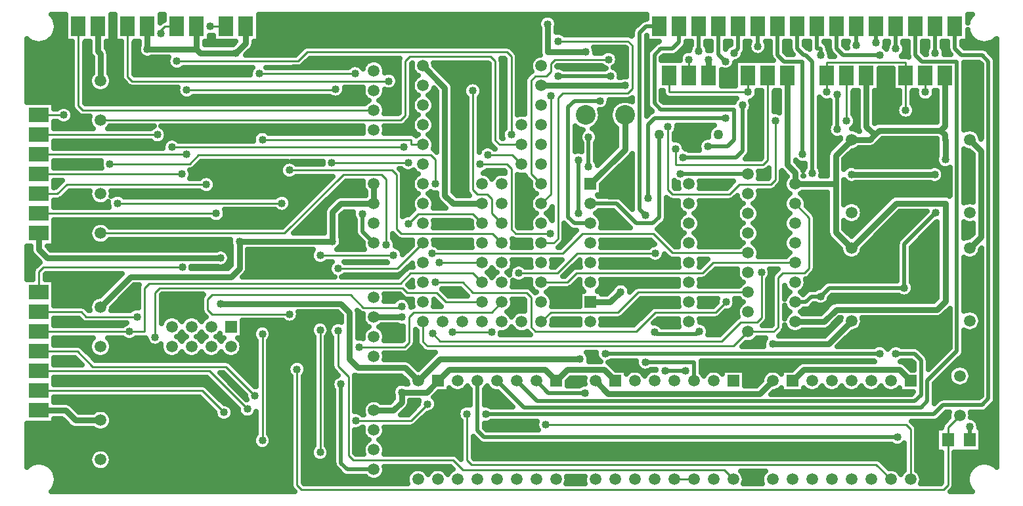
<source format=gbr>
G04 DipTrace 3.3.1.3*
G04 Top.gbr*
%MOIN*%
G04 #@! TF.FileFunction,Copper,L1,Top*
G04 #@! TF.Part,Single*
G04 #@! TA.AperFunction,Conductor*
%ADD13C,0.01*%
%ADD14C,0.03*%
%ADD15C,0.02*%
G04 #@! TA.AperFunction,CopperBalancing*
%ADD16C,0.025*%
G04 #@! TA.AperFunction,ComponentPad*
%ADD17C,0.059055*%
%ADD19R,0.059055X0.059055*%
%ADD20C,0.059055*%
%ADD21R,0.075X0.1*%
%ADD23R,0.1X0.075*%
%ADD24R,0.062992X0.070866*%
G04 #@! TA.AperFunction,ComponentPad*
%ADD25C,0.0591*%
%ADD26C,0.059*%
%ADD27C,0.05*%
%ADD28C,0.05*%
%ADD29R,0.0591X0.0591*%
%ADD30C,0.0591*%
%ADD31C,0.1*%
G04 #@! TA.AperFunction,ViaPad*
%ADD32C,0.04*%
%FSLAX26Y26*%
G04*
G70*
G90*
G75*
G01*
G04 Top*
%LPD*%
X619708Y2343700D2*
D13*
X493700D1*
X1094952Y2243700D2*
X493700D1*
X1243700Y2143700D2*
X493700D1*
X1218739Y2043700D2*
X493700D1*
X1343700Y1991228D2*
X634752D1*
X587224Y1943700D1*
X493700D1*
X1415704Y1386082D2*
D14*
X2027113D1*
X2070113Y1343082D1*
Y1104172D1*
X2113113Y1061172D1*
X2351228D1*
X2418700Y993700D1*
X4218700D2*
X4153204Y928204D1*
X3384196D1*
X3318700Y993700D1*
X3076235Y2806704D2*
Y2664704D1*
X3268700D1*
X4618700Y2041700D2*
X5041700D1*
X1415704Y1618228D2*
X536701D1*
X493700Y1661229D1*
Y1743700D1*
X4618700Y1298700D2*
X4501204Y1181204D1*
X4218700D1*
X2418700Y993700D2*
X2529172Y1104172D1*
X3240700D1*
X1393700Y1843700D2*
D13*
X493700D1*
X5168700Y818700D2*
X5108464Y758464D1*
Y693700D1*
Y464700D1*
X5085464Y441700D1*
X1826409D1*
X1803409Y464700D1*
Y1053133D1*
X1543700Y2793700D2*
D14*
Y2709074D1*
X1493700Y2659074D1*
X4693700Y2543700D2*
Y2286708D1*
X4736704Y2243704D1*
X4711700Y2218700D1*
X4618700D1*
X2443700Y2593700D2*
X2554228Y2483172D1*
Y1936700D1*
X2597228Y1893700D1*
X2743700D1*
X3293700Y1993700D2*
X3468700Y2168700D1*
Y2343700D1*
X2193700Y1993700D2*
Y1893700D1*
X3418700Y993700D2*
X3361172Y1051228D1*
X3176228D1*
X3118700Y993700D1*
X4618700Y2218700D2*
X4538169Y2138169D1*
Y1993700D1*
Y1749231D1*
X4618700Y1668700D1*
X806200Y793700D2*
X677881D1*
X627881Y843700D1*
X493700D1*
X1493700Y2659074D2*
X1313708D1*
X1293700Y2679082D1*
X1043700D1*
X806200Y2518700D2*
Y2655976D1*
X793700Y2668476D1*
Y2793700D1*
X5095228Y2118172D2*
Y2217172D1*
X5093700Y2218700D1*
Y2243704D1*
X5070700Y2266704D1*
X4759704D1*
X4736704Y2243704D1*
X4918700Y993700D2*
X4861172Y1051228D1*
X4376228D1*
X4318700Y993700D1*
X5218700Y2218700D2*
X5276228Y2161172D1*
Y1726228D1*
X5218700Y1668700D1*
X3468700Y2493700D2*
X3043700D1*
X5070700Y2266704D2*
X5093700Y2289704D1*
Y2543700D1*
X3447228Y1446700D2*
X3394228Y1393700D1*
X3293700D1*
X2193700Y1318700D2*
X2335228D1*
X3893700Y2626704D2*
Y2543700D1*
X1043700Y2679082D2*
Y2793700D1*
X1293700Y2679082D2*
Y2793700D1*
X4618700Y1668700D2*
X4846700Y1896700D1*
X5095228D1*
Y1399228D1*
X5052228Y1356228D1*
X4540965D1*
X4478437Y1293700D1*
X4332700D1*
X4538169Y1993700D2*
X4332700D1*
X1511700Y1703228D2*
Y1565228D1*
X1468700Y1522228D1*
X959728D1*
X806200Y1368700D1*
X1984113Y1703228D2*
X1511700D1*
X2193700Y1893700D2*
X2027113D1*
X1984113Y1850700D1*
Y1703228D1*
X2335228Y936172D2*
Y886700D1*
X2292228Y843700D1*
X2193700D1*
X2518700Y993700D2*
X2461172Y936172D1*
X2335228D1*
X3118700Y993700D2*
X3061172Y1051228D1*
X2576228D1*
X2518700Y993700D1*
X4332700Y1993700D2*
Y2051252D1*
X4293700Y2090252D1*
Y2543700D1*
X4993700Y2460700D2*
D13*
Y2543700D1*
X4593700Y2314228D2*
Y2543700D1*
X3686700Y2284716D2*
Y1964228D1*
X3709700Y1941228D1*
X3998208D1*
X4048180Y1991200D1*
X4208700D1*
X4231700Y2014200D1*
Y2314228D1*
X3724700Y2172200D2*
Y2091200D1*
X4170700D1*
X4193700Y2114200D1*
Y2543700D1*
X2506228Y1493700D2*
X2645067D1*
X2697539Y1441228D1*
X2968228D1*
X2991228Y1418228D1*
Y1269172D1*
X3014228Y1246172D1*
X3527195D1*
X3622251Y1341228D1*
X3929228D1*
X3981700Y1393700D1*
X806200Y2318700D2*
X2330617D1*
X2353617Y2341700D1*
Y2618228D1*
X2376617Y2641228D1*
X2786653D1*
X2809653Y2618228D1*
Y2216700D1*
X2832653Y2193700D1*
X2943700D1*
X2771653Y2141228D2*
X2896172D1*
X2943700Y2093700D1*
X2256228Y1684180D2*
Y2018228D1*
X2233228Y2041228D1*
X2038484D1*
X1740956Y1743700D1*
X806200D1*
X854200Y2096700D2*
X1259436D1*
X1303964Y2141228D1*
X2483228D1*
X2506228Y2118228D1*
Y1993700D1*
X892200Y1896176D2*
X1727409D1*
X1627708Y2219700D2*
X2383228D1*
Y2193700D1*
X2443700D1*
X1627708Y691228D2*
Y1231893D1*
X2734172Y2093700D2*
X2868228D1*
X2891228Y2070700D1*
Y1764228D1*
X2914228Y1741228D1*
X3087917D1*
X3622700Y1641228D2*
X3225228D1*
X3125228Y1541228D1*
X2929228D1*
X3066228Y771208D2*
X4895700D1*
X4918700Y748208D1*
Y493700D1*
X2666231Y826704D2*
Y591231D1*
X2689231Y568231D1*
X4744169D1*
X4818700Y493700D1*
X2012157Y1564228D2*
X2314228D1*
X2443700Y1693700D1*
X2012157Y1248617D2*
Y1068129D1*
X2065153Y1015133D1*
Y614228D1*
X2088153Y591228D1*
X2595231D1*
X2645231Y541228D1*
X3971172D1*
X4018700Y493700D1*
X3818700D2*
X3718700D1*
X4843700Y2680204D2*
D15*
Y2793700D1*
Y1132235D2*
X4938228D1*
X4971228Y1099235D1*
Y923204D1*
X4938228Y890204D1*
X3022196D1*
X2918700Y993700D1*
X4943700Y2793700D2*
Y2649704D1*
X4976700Y2616704D1*
X5154200D1*
Y1146211D1*
X5004228Y996239D1*
Y890204D1*
X4971228Y857204D1*
X2955196D1*
X2818700Y993700D1*
X5043700Y2659704D2*
Y2793700D1*
X4851700Y708204D2*
X2751700D1*
X2718700Y741204D1*
Y993700D1*
X2761700Y824204D2*
X5037227D1*
X5084251Y871228D1*
X5281228D1*
X5314228Y904228D1*
Y2616704D1*
X5281228Y2649704D1*
X5176700D1*
X5143700Y2682704D1*
Y2793700D1*
X4461700Y2649704D2*
Y2682704D1*
X4443700D1*
Y2793700D1*
X3341700Y2416700D2*
X3213228D1*
X3180228Y2383700D1*
Y1826700D1*
X3213228Y1793700D1*
X3293700D1*
X4761700Y2649704D2*
X4576700D1*
X4543700Y2682704D1*
Y2793700D1*
X3369228Y1132231D2*
X4761700D1*
X4643700Y2697704D2*
Y2793700D1*
X3762700Y2129200D2*
X4032700D1*
X4065700Y2162200D1*
Y2393550D1*
X3231176Y1843700D2*
Y2115716D1*
X4743700Y2710700D2*
Y2793700D1*
X3284176Y2082716D2*
Y2231700D1*
X4022700Y2659704D2*
X4043700Y2680704D1*
Y2793700D1*
X4143700Y2692704D2*
Y2793700D1*
X4546700Y2271228D2*
Y2448625D1*
X4370704Y2144161D2*
Y2616704D1*
X4276700D1*
X4243700Y2649704D1*
Y2793700D1*
X4418700Y2049932D2*
Y2616704D1*
X4385700Y2649704D1*
X4376700D1*
X4343700Y2682704D1*
Y2793700D1*
X3571228Y1836700D2*
X3541700Y1866228D1*
Y2760700D1*
X3574700Y2793700D1*
X3643700D1*
X3571228Y1089231D2*
X3818700D1*
Y993700D1*
X3889228Y2185704D2*
X3989700D1*
X4022700Y2218704D1*
Y2370716D1*
X3650700D1*
X3617700Y2403716D1*
Y2648805D1*
X3650700Y2681805D1*
X3710699D1*
X3743700Y2714806D1*
Y2793700D1*
X3843700Y2669704D2*
Y2793700D1*
X3618700Y1241228D2*
D3*
X3846228Y1245357D2*
D3*
X3618700Y1241228D2*
X3628700Y1231228D1*
X3832099D1*
X3846228Y1245357D1*
X3979700Y2616704D2*
X3943700Y2652704D1*
Y2793700D1*
X3584700Y1922700D2*
Y2294716D1*
X3617700Y2327716D1*
X3979700D1*
X3643700Y2243700D2*
Y1826700D1*
X3610700Y1793700D1*
X3525700D1*
X3425700Y1893700D1*
X3293700D1*
X2193700Y543700D2*
X2060153D1*
X2027153Y576700D1*
Y977133D1*
X4332700Y1393700D2*
X4385251D1*
X4414802Y1423251D1*
X4461700D1*
X2193700Y1693700D2*
X2136145Y1751255D1*
Y1841810D1*
X3129231Y2541700D2*
X3394700D1*
X4093700Y2043700D2*
X3882523D1*
X3879995Y2046228D1*
X3749483D1*
X3018700Y993700D2*
X3079196Y933204D1*
X3266176D1*
X3774483Y1046231D2*
X3671228D1*
X5218700Y762133D2*
Y693700D1*
X4886700Y1466251D2*
Y1688172D1*
X5047228Y1848700D1*
X4461700Y1423251D2*
X4504700Y1466251D1*
X4886700D1*
X2118113Y1166228D2*
D13*
X2350228D1*
X2373228Y1189228D1*
Y1318228D1*
X2396228Y1341228D1*
X2791228D1*
X2843700Y1393700D1*
X1221149Y1570228D2*
X516701D1*
X493700Y1547227D1*
Y1443700D1*
X1083968Y1216251D2*
Y1443228D1*
X1106968Y1466228D1*
X2337724D1*
X2362724Y1441228D1*
X2512081D1*
X2559609Y1393700D1*
X2743700D1*
X991149Y1319204D2*
X733283D1*
X708787Y1343700D1*
X493700D1*
Y1243700D2*
X953153D1*
X1029149D1*
Y1466228D1*
X1052149Y1489228D1*
X2328708D1*
X2380708Y1541228D1*
X2696172D1*
X2743700Y1493700D1*
X1589700Y918700D2*
X1441700Y1066700D1*
X767161D1*
X690161Y1143700D1*
X493700D1*
X2525397Y1593700D2*
X2743700D1*
X1551700Y850267D2*
X1358267Y1043700D1*
X493700D1*
X2103153Y791228D2*
X2381016D1*
X2466228Y876440D1*
X1432960Y833771D2*
X1323031Y943700D1*
X493700D1*
X2368228Y1791228D2*
X2418228Y1841228D1*
X2696172D1*
X2743700Y1793700D1*
X1921161Y1631180D2*
X2293708D1*
X1921161Y630228D2*
Y1252306D1*
X4093700Y2543700D2*
Y2460700D1*
X4893700Y2368704D2*
Y2543700D1*
X4093700Y2460700D2*
X3693700D1*
Y2543700D1*
X4493700D2*
Y2460700D1*
X4893700Y2543700D2*
Y2611704D1*
X4493700D1*
Y2543700D1*
X3129231Y2720074D2*
X3483700D1*
X3506700Y2697074D1*
Y2477700D1*
X3483700Y2454700D1*
X3152228D1*
X3129228Y2431700D1*
Y1716700D1*
X3106228Y1693700D1*
X3043700D1*
X2891228Y2243700D2*
Y2641228D1*
X2868228Y2664228D1*
X1855599D1*
X1809602Y2618231D1*
X1193700D1*
X1999145Y2475964D2*
D3*
X2696172Y2467464D2*
Y1964228D1*
X2719172Y1941228D1*
X2768228D1*
X2791228Y1918228D1*
Y1846172D1*
X2843700Y1793700D1*
X1999145Y2475964D2*
X1994511Y2471330D1*
X1243700D1*
X1765409Y2064228D2*
X2285712D1*
X2308712Y2041228D1*
Y1764228D1*
X2331712Y1741228D1*
X2796172D1*
X2843700Y1693700D1*
X2368228Y2102228D2*
X1980617D1*
X2098145Y2554700D2*
X1612078D1*
X2335228Y1371700D2*
D3*
X2791228Y1241228D2*
X2591228D1*
X2335228Y1371700D2*
X2329756Y1366228D1*
X2140771D1*
X2075535Y1431464D1*
X1373153D1*
X1350153Y1408464D1*
Y1356082D1*
X1373153Y1333082D1*
X1765409D1*
X4161200Y1543700D2*
Y1314200D1*
X4138200Y1291200D1*
X4055700D1*
X3960704Y1196204D1*
X2529102D1*
X2491228Y1234078D1*
X2443700Y1293700D2*
Y1193231D1*
X2466700Y1170231D1*
X4020231D1*
X4093700Y1243700D1*
X4224135D1*
X4247135Y1266700D1*
Y1518249D1*
X4270137Y1541251D1*
X4380251D1*
X4403251Y1564251D1*
Y1823149D1*
X4332700Y1893700D1*
X4093700Y1443700D2*
X3536463D1*
X3433991Y1341228D1*
X3091228D1*
X3043700Y1293700D1*
X3091228Y2441810D2*
Y1941228D1*
X3043700Y1893700D1*
X1168700Y2181700D2*
X2345228D1*
X2487917Y1641228D2*
X3152228D1*
X3252228Y1741228D1*
X3611936D1*
X3709464Y1643700D1*
X4093700D1*
X3793700Y2626704D2*
Y2543700D1*
X3384700Y2626704D2*
X3114228D1*
X3091228Y2603704D1*
Y2564228D1*
X3068228Y2541228D1*
X3014228D1*
X2991228Y2518228D1*
Y2046172D1*
X3043700Y1993700D1*
X4332700Y1593700D2*
X3915515D1*
X3863043Y1541228D1*
X3221992D1*
X3174464Y1493700D1*
X3043700D1*
X693700Y2793700D2*
Y2391700D1*
X716700Y2368700D1*
X2193700D1*
X2269228Y2516700D2*
X966700D1*
X943700Y2539700D1*
Y2793700D1*
X1114200Y2758074D2*
Y2773700D1*
X1134200Y2793700D1*
X1193700D1*
X1364200D2*
X1443700D1*
D32*
X619708Y2343700D3*
X1094952Y2243700D3*
X1243700Y2143700D3*
X1218739Y2043700D3*
X1343700Y1991228D3*
X3240700Y1104172D3*
X3268700Y2664704D3*
X3076235Y2806704D3*
X5041700Y2041700D3*
X4618700D3*
X1415704Y1386082D3*
Y1618228D3*
X4218700Y1181204D3*
X1393700Y1843700D3*
X1803409Y1053133D3*
X3447228Y1446700D3*
X2335228Y1318700D3*
X3893700Y2626704D3*
X1984113Y1703228D3*
X1511700D3*
X5095228Y2118172D3*
X2335228Y936172D3*
X1043700Y2679082D3*
X3468700Y2493700D3*
X1493700Y2659074D3*
X4993700Y2460700D3*
X4593700Y2314228D3*
X4231700D3*
X3686700Y2284716D3*
X3724700Y2172200D3*
X3981700Y1393700D3*
X2506228Y1493700D3*
X2771653Y2141228D3*
X2256228Y1684180D3*
X2506228Y1993700D3*
X854200Y2096700D3*
X1727409Y1896176D3*
X892200D3*
X1627708Y2219700D3*
Y1231893D3*
Y691228D3*
X3087917Y1741228D3*
X2734172Y2093700D3*
X2929228Y1541228D3*
X3622700Y1641228D3*
X3066228Y771208D3*
X2666231Y826704D3*
X2012157Y1564228D3*
Y1248617D3*
X4843700Y2680204D3*
Y1132235D3*
X5043700Y2659704D3*
X4851700Y708204D3*
X2761700Y824204D3*
X4461700Y2649704D3*
X3341700Y2416700D3*
X4761700Y2649704D3*
Y1132231D3*
X3369228D3*
X4643700Y2697704D3*
X4065700Y2393550D3*
X3762700Y2129200D3*
X3231176Y2115716D3*
Y1843700D3*
X4743700Y2710700D3*
X3284176Y2231700D3*
Y2082716D3*
X4022700Y2659704D3*
X4143700Y2692704D3*
X4546700Y2448625D3*
Y2271228D3*
X4370704Y2144161D3*
X4418700Y2049932D3*
X3571228Y1836700D3*
Y1089231D3*
X3889228Y2185704D3*
X3843700Y2669704D3*
X3846228Y1245357D3*
X3618700Y1241228D3*
X3979700Y2616704D3*
Y2327716D3*
X3584700Y1922700D3*
X2136145Y1841810D3*
X3394700Y2541700D3*
X3129231D3*
X3749483Y2046228D3*
X3266176Y933204D3*
X5047228Y1848700D3*
X3671228Y1046231D3*
X3774483D3*
X5218700Y762133D3*
X4886700Y1466251D3*
X2027153Y977133D3*
X4461700Y1423251D3*
X2118113Y1166228D3*
X1221149Y1570228D3*
X1083968Y1216251D3*
X991149Y1319204D3*
X953153Y1243700D3*
X1589700Y918700D3*
X2525397Y1593700D3*
X1551700Y850267D3*
X2466228Y876440D3*
X2103153Y791228D3*
X1432960Y833771D3*
X2368228Y1791228D3*
X2293708Y1631180D3*
X1921161D3*
Y1252306D3*
Y630228D3*
X4893700Y2368704D3*
X4493700Y2460700D3*
X4093700D3*
X3129231Y2720074D3*
X1193700Y2618231D3*
X2891228Y2243700D3*
X1243700Y2471330D3*
X1999145Y2475964D3*
X2696172Y2467464D3*
X1765409Y2064228D3*
X1980617Y2102228D3*
X2368228D3*
X1612078Y2554700D3*
X2098145D3*
X1765409Y1333082D3*
X2335228Y1371700D3*
X2591228Y1241228D3*
X2791228D3*
X2491228Y1234078D3*
X4161200Y1543700D3*
X3091228Y2441810D3*
X2345228Y2181700D3*
X1168700D3*
X2487917Y1641228D3*
X3793700Y2626704D3*
X3384700D3*
X2269228Y2516700D3*
X1114200Y2758074D3*
X1364200Y2793700D3*
X575815Y2830331D2*
D16*
X627189D1*
X860197D2*
X877194D1*
X1110202D2*
X1127199D1*
X1610212D2*
X3033690D1*
X3118783D2*
X3577192D1*
X583027Y2805462D2*
X627189D1*
X860197D2*
X877194D1*
X1610212D2*
X3027267D1*
X3125207D2*
X3532336D1*
X582848Y2780594D2*
X627189D1*
X860197D2*
X877194D1*
X1610212D2*
X3032219D1*
X3120219D2*
X3508581D1*
X575169Y2755725D2*
X627189D1*
X860197D2*
X877194D1*
X1610212D2*
X3032219D1*
X3161593D2*
X3502696D1*
X557262Y2730856D2*
X627189D1*
X860197D2*
X877194D1*
X1360207D2*
X1377204D1*
X1610212D2*
X3032219D1*
X5210185D2*
X5230125D1*
X434718Y2705987D2*
X659700D1*
X727712D2*
X749697D1*
X837697D2*
X909705D1*
X977717D2*
X999702D1*
X1337708D2*
X1479438D1*
X1587569D2*
X3032219D1*
X3580685D2*
X3620755D1*
X3781636D2*
X3804697D1*
X3882686D2*
X3904707D1*
X3982695D2*
X4004716D1*
X4082704D2*
X4096651D1*
X4190752D2*
X4204698D1*
X4282687D2*
X4304708D1*
X4382696D2*
X4404717D1*
X4492322D2*
X4504690D1*
X4582715D2*
X4595441D1*
X4792458D2*
X4802493D1*
X4884895D2*
X4904691D1*
X4982716D2*
X5004701D1*
X5082689D2*
X5104710D1*
X5182698D2*
X5352705D1*
X434718Y2681119D2*
X659700D1*
X727712D2*
X749697D1*
X841716D2*
X909705D1*
X977717D2*
X994750D1*
X1576876D2*
X1825433D1*
X2898383D2*
X3032219D1*
X3314711D2*
X3472697D1*
X3580685D2*
X3595887D1*
X3764125D2*
X3796121D1*
X3891262D2*
X3904707D1*
X4082704D2*
X4096149D1*
X4191218D2*
X4204698D1*
X4282687D2*
X4304744D1*
X4892682D2*
X4904691D1*
X4982716D2*
X4999928D1*
X5087462D2*
X5104746D1*
X5302300D2*
X5352705D1*
X434718Y2656250D2*
X659700D1*
X727712D2*
X751527D1*
X850185D2*
X909705D1*
X977717D2*
X1000707D1*
X1552080D2*
X1800566D1*
X2921420D2*
X3033116D1*
X3423117D2*
X3472697D1*
X3739257D2*
X3755285D1*
X4073303D2*
X4112333D1*
X4175070D2*
X4204698D1*
X4291263D2*
X4316047D1*
X4886044D2*
X4904691D1*
X5092557D2*
X5116049D1*
X5328819D2*
X5352705D1*
X434718Y2631381D2*
X659700D1*
X727712D2*
X762185D1*
X850185D2*
X909705D1*
X977717D2*
X1146612D1*
X1869798D2*
X2322501D1*
X2840789D2*
X2854018D1*
X2925224D2*
X2999743D1*
X3433452D2*
X3472697D1*
X3656687D2*
X3744950D1*
X4062071D2*
X4209615D1*
X434718Y2606512D2*
X659700D1*
X727712D2*
X762185D1*
X850185D2*
X909705D1*
X977717D2*
X1146217D1*
X1844931D2*
X2149862D1*
X2237539D2*
X2319630D1*
X2500750D2*
X2774319D1*
X2843659D2*
X2857211D1*
X2925224D2*
X2986646D1*
X3429074D2*
X3472697D1*
X5193212D2*
X5270315D1*
X434718Y2581644D2*
X659700D1*
X727712D2*
X762185D1*
X850185D2*
X909705D1*
X977717D2*
X1162509D1*
X1224888D2*
X1571696D1*
X2250709D2*
X2319630D1*
X2516934D2*
X2775647D1*
X2843659D2*
X2857211D1*
X2925224D2*
X2986502D1*
X3155529D2*
X3368382D1*
X3421000D2*
X3472697D1*
X4012730D2*
X4027215D1*
X5193212D2*
X5275231D1*
X434718Y2556775D2*
X659700D1*
X727712D2*
X762185D1*
X850185D2*
X909705D1*
X977717D2*
X1563120D1*
X2295313D2*
X2319630D1*
X2387607D2*
X2399078D1*
X2541801D2*
X2775647D1*
X2843659D2*
X2857211D1*
X2925224D2*
X2982734D1*
X3441203D2*
X3472697D1*
X3960196D2*
X4027215D1*
X4760198D2*
X4827217D1*
X5193212D2*
X5275231D1*
X434718Y2531906D2*
X659700D1*
X727712D2*
X749267D1*
X863139D2*
X910674D1*
X2387607D2*
X2400226D1*
X2566669D2*
X2775647D1*
X2843659D2*
X2857211D1*
X2925224D2*
X2960343D1*
X3960196D2*
X4027215D1*
X4760198D2*
X4827217D1*
X5193212D2*
X5275231D1*
X434718Y2507037D2*
X659700D1*
X727712D2*
X748908D1*
X863498D2*
X929298D1*
X2590676D2*
X2669250D1*
X2723088D2*
X2775647D1*
X2843659D2*
X2857211D1*
X2925224D2*
X2957221D1*
X3960196D2*
X4027215D1*
X4760198D2*
X4827217D1*
X5193212D2*
X5275231D1*
X434718Y2482169D2*
X659700D1*
X727712D2*
X761216D1*
X851190D2*
X1195989D1*
X2047712D2*
X2136800D1*
X2302885D2*
X2319630D1*
X2598211D2*
X2649550D1*
X2742789D2*
X2775647D1*
X2843659D2*
X2857211D1*
X2925224D2*
X2957221D1*
X4760198D2*
X4827217D1*
X5193212D2*
X5275231D1*
X434718Y2457300D2*
X659700D1*
X727712D2*
X1196850D1*
X2044231D2*
X2136334D1*
X2251068D2*
X2319630D1*
X2387607D2*
X2398611D1*
X2488801D2*
X2510211D1*
X2598211D2*
X2648294D1*
X2744045D2*
X2775647D1*
X2843659D2*
X2857211D1*
X2925224D2*
X2957221D1*
X4142559D2*
X4159700D1*
X4227712D2*
X4249697D1*
X4627713D2*
X4649698D1*
X4737698D2*
X4859693D1*
X4927705D2*
X4944810D1*
X5193212D2*
X5275231D1*
X434718Y2432431D2*
X659700D1*
X727712D2*
X1215725D1*
X1271681D2*
X1980310D1*
X2018000D2*
X2148499D1*
X2238903D2*
X2319630D1*
X2387607D2*
X2400729D1*
X2486683D2*
X2510211D1*
X2598211D2*
X2662181D1*
X2730158D2*
X2775647D1*
X2843659D2*
X2857211D1*
X2925224D2*
X2957221D1*
X3656687D2*
X3677309D1*
X4133122D2*
X4159700D1*
X4227712D2*
X4249697D1*
X4627713D2*
X4649698D1*
X4737698D2*
X4859693D1*
X4927705D2*
X4954283D1*
X5033133D2*
X5049699D1*
X5193212D2*
X5275231D1*
X572693Y2407562D2*
X659700D1*
X727712D2*
X2150831D1*
X2236571D2*
X2319630D1*
X2500499D2*
X2510211D1*
X2598211D2*
X2662181D1*
X2730158D2*
X2775647D1*
X2843659D2*
X2857211D1*
X2925224D2*
X2957221D1*
X3389781D2*
X3424074D1*
X3667955D2*
X4018854D1*
X4112524D2*
X4159700D1*
X4227712D2*
X4249697D1*
X4457694D2*
X4507705D1*
X4627713D2*
X4649698D1*
X4737698D2*
X4859693D1*
X4927705D2*
X5049699D1*
X5193212D2*
X5275231D1*
X572693Y2382693D2*
X591879D1*
X647547D2*
X661027D1*
X2250458D2*
X2319630D1*
X2501145D2*
X2510211D1*
X2598211D2*
X2662181D1*
X2730158D2*
X2775647D1*
X2843659D2*
X2857211D1*
X2925224D2*
X2957221D1*
X3375929D2*
X3400390D1*
X4113421D2*
X4159700D1*
X4227712D2*
X4249697D1*
X4457694D2*
X4507705D1*
X4627713D2*
X4649698D1*
X4737698D2*
X4846846D1*
X4940552D2*
X5049699D1*
X5193212D2*
X5275231D1*
X666494Y2357825D2*
X680513D1*
X2251175D2*
X2319630D1*
X2387607D2*
X2398181D1*
X2489231D2*
X2510211D1*
X2598211D2*
X2662181D1*
X2730158D2*
X2775647D1*
X2843659D2*
X2857211D1*
X2925224D2*
X2957221D1*
X3346397D2*
X3391025D1*
X3580685D2*
X3594560D1*
X4104701D2*
X4159700D1*
X4457694D2*
X4507705D1*
X4627713D2*
X4649698D1*
X4737698D2*
X4845985D1*
X4941413D2*
X5049699D1*
X5193212D2*
X5275231D1*
X667463Y2332956D2*
X749518D1*
X2386387D2*
X2401231D1*
X2486181D2*
X2510211D1*
X2598211D2*
X2662181D1*
X2730158D2*
X2775647D1*
X2843659D2*
X2857211D1*
X3346935D2*
X3390450D1*
X4104701D2*
X4159700D1*
X4457694D2*
X4507705D1*
X4638766D2*
X4649698D1*
X4737698D2*
X4861451D1*
X4925947D2*
X5049699D1*
X5193212D2*
X5275231D1*
X572693Y2308087D2*
X587321D1*
X652104D2*
X748692D1*
X2367045D2*
X2387057D1*
X2500355D2*
X2510211D1*
X2598211D2*
X2662181D1*
X2730158D2*
X2775647D1*
X2843659D2*
X2857211D1*
X3338897D2*
X3398488D1*
X4104701D2*
X4159700D1*
X4457694D2*
X4507705D1*
X4737698D2*
X4754085D1*
X5193212D2*
X5275231D1*
X572693Y2283218D2*
X760355D1*
X852051D2*
X1067954D1*
X1121972D2*
X2137088D1*
X2250314D2*
X2386160D1*
X2501252D2*
X2510211D1*
X2598211D2*
X2662181D1*
X2730158D2*
X2775647D1*
X2843659D2*
X2857211D1*
X3318048D2*
X3419373D1*
X3735668D2*
X3908187D1*
X4104701D2*
X4159700D1*
X4457694D2*
X4499272D1*
X4630835D2*
X4649842D1*
X5193212D2*
X5275231D1*
X1141601Y2258350D2*
X1599363D1*
X1656072D2*
X2136155D1*
X2251247D2*
X2397750D1*
X2489662D2*
X2510211D1*
X2598211D2*
X2662181D1*
X2730158D2*
X2775647D1*
X3219223D2*
X3243576D1*
X3324794D2*
X3424684D1*
X3727487D2*
X3891824D1*
X4104701D2*
X4159700D1*
X4457694D2*
X4499523D1*
X5260782D2*
X5275231D1*
X1142821Y2233481D2*
X1580811D1*
X2485643D2*
X2510211D1*
X2598211D2*
X2662181D1*
X2730158D2*
X2775647D1*
X3219223D2*
X3235215D1*
X3333155D2*
X3424684D1*
X3720705D2*
X3890712D1*
X4104701D2*
X4159700D1*
X4457694D2*
X4517034D1*
X572693Y2208612D2*
X1061926D1*
X2500212D2*
X2510211D1*
X2598211D2*
X2662181D1*
X2730158D2*
X2776723D1*
X3219223D2*
X3241316D1*
X3327055D2*
X3424684D1*
X3756122D2*
X3846251D1*
X4104701D2*
X4159700D1*
X4457694D2*
X4547428D1*
X4762817D2*
X5050955D1*
X572693Y2183743D2*
X1119735D1*
X2501324D2*
X2510211D1*
X2598211D2*
X2662181D1*
X2730158D2*
X2750312D1*
X3219223D2*
X3245191D1*
X3323180D2*
X3422567D1*
X3772234D2*
X3840259D1*
X4104701D2*
X4159700D1*
X4457694D2*
X4522561D1*
X4736550D2*
X5051242D1*
X2598211Y2158875D2*
X2662181D1*
X3323180D2*
X3397699D1*
X4104558D2*
X4159700D1*
X4457694D2*
X4499702D1*
X4620070D2*
X5051242D1*
X5193212D2*
X5217350D1*
X2598211Y2134006D2*
X2662181D1*
X3323180D2*
X3372831D1*
X3495208D2*
X3502733D1*
X4091639D2*
X4159700D1*
X4457694D2*
X4494176D1*
X4595202D2*
X5049017D1*
X5193212D2*
X5232242D1*
X572693Y2109137D2*
X806897D1*
X1318904D2*
X1750866D1*
X1779980D2*
X1932117D1*
X2598211D2*
X2662181D1*
X3324938D2*
X3347964D1*
X3470341D2*
X3502696D1*
X4457694D2*
X4494176D1*
X4582176D2*
X5047116D1*
X5193212D2*
X5232242D1*
X572693Y2084268D2*
X806897D1*
X1294037D2*
X1720939D1*
X2598211D2*
X2662181D1*
X3445473D2*
X3502696D1*
X4360879D2*
X4379706D1*
X4457694D2*
X4494176D1*
X4582176D2*
X4597487D1*
X4639914D2*
X5020490D1*
X5193212D2*
X5232242D1*
X1265006Y2059399D2*
X1716668D1*
X2336939D2*
X2347607D1*
X2388827D2*
X2396889D1*
X2598211D2*
X2662181D1*
X2768051D2*
X2855489D1*
X3420605D2*
X3502696D1*
X4149951D2*
X4197701D1*
X4466737D2*
X4494176D1*
X5087210D2*
X5115188D1*
X5193212D2*
X5232242D1*
X1266836Y2034531D2*
X1324239D1*
X1363149D2*
X1727111D1*
X2342716D2*
X2402846D1*
X2598211D2*
X2662181D1*
X2784558D2*
X2802847D1*
X2925224D2*
X2959445D1*
X3395737D2*
X3502696D1*
X4151458D2*
X4197701D1*
X4265714D2*
X4288237D1*
X5090153D2*
X5115188D1*
X5193212D2*
X5232242D1*
X572693Y2009662D2*
X606125D1*
X1388878D2*
X1959856D1*
X2053956D2*
X2137482D1*
X2342716D2*
X2387487D1*
X2598211D2*
X2662181D1*
X2925224D2*
X2980689D1*
X3370870D2*
X3502696D1*
X3849924D2*
X3866849D1*
X4265355D2*
X4276467D1*
X5077916D2*
X5115188D1*
X5193212D2*
X5232242D1*
X572693Y1984793D2*
X581289D1*
X1392252D2*
X1934988D1*
X2029088D2*
X2135867D1*
X2342716D2*
X2385873D1*
X2598211D2*
X2662181D1*
X2925224D2*
X2985892D1*
X3352210D2*
X3502696D1*
X3720705D2*
X3735872D1*
X3851503D2*
X3994740D1*
X4249350D2*
X4274852D1*
X4582176D2*
X5115188D1*
X5193212D2*
X5232242D1*
X1380589Y1959924D2*
X1910120D1*
X2004220D2*
X2146489D1*
X2342716D2*
X2396494D1*
X2598211D2*
X2662468D1*
X2925224D2*
X2996514D1*
X3352210D2*
X3502696D1*
X4214938D2*
X4285474D1*
X4582176D2*
X5115188D1*
X5193212D2*
X5232242D1*
X625622Y1935056D2*
X748334D1*
X920195D2*
X1699408D1*
X1755400D2*
X1885252D1*
X1979353D2*
X2021146D1*
X2342716D2*
X2403384D1*
X2483992D2*
X2510247D1*
X2925224D2*
X3003404D1*
X3334017D2*
X3502696D1*
X4151530D2*
X4292364D1*
X4373043D2*
X4494176D1*
X4582176D2*
X4828366D1*
X5193212D2*
X5232242D1*
X572693Y1910187D2*
X758812D1*
X1774239D2*
X1860385D1*
X1954485D2*
X1982427D1*
X2342716D2*
X2387667D1*
X2499745D2*
X2519792D1*
X2925224D2*
X2987650D1*
X3463343D2*
X3502696D1*
X3682703D2*
X3701853D1*
X4006056D2*
X4046342D1*
X4141052D2*
X4276646D1*
X4388761D2*
X4494176D1*
X4582176D2*
X4799012D1*
X5193212D2*
X5232242D1*
X572693Y1885318D2*
X844503D1*
X1775136D2*
X1835517D1*
X1929617D2*
X1957559D1*
X2342716D2*
X2385801D1*
X2501611D2*
X2544409D1*
X2925224D2*
X2985820D1*
X3488211D2*
X3502696D1*
X3682703D2*
X3735800D1*
X3851610D2*
X4053734D1*
X4133660D2*
X4274780D1*
X4390627D2*
X4494176D1*
X4663598D2*
X4774145D1*
X1439583Y1860449D2*
X1695138D1*
X1759670D2*
X1810649D1*
X1904750D2*
X1941268D1*
X2342716D2*
X2390394D1*
X2925224D2*
X2996119D1*
X3682703D2*
X3746099D1*
X3841311D2*
X4037765D1*
X4149628D2*
X4285079D1*
X4412982D2*
X4494176D1*
X4675978D2*
X4749277D1*
X1441987Y1835581D2*
X1785781D1*
X1879882D2*
X1940119D1*
X2030201D2*
X2087567D1*
X2342716D2*
X2351747D1*
X2925224D2*
X3003978D1*
X3083402D2*
X3095231D1*
X3333407D2*
X3429708D1*
X3682703D2*
X3753993D1*
X3833417D2*
X4035792D1*
X4151602D2*
X4292938D1*
X4434692D2*
X4494176D1*
X4675655D2*
X4724373D1*
X4846786D2*
X4979976D1*
X572693Y1810712D2*
X1358437D1*
X1428961D2*
X1760914D1*
X1855014D2*
X1940119D1*
X2028119D2*
X2097148D1*
X2925224D2*
X2987830D1*
X3349590D2*
X3454575D1*
X3679007D2*
X3737809D1*
X3849565D2*
X4045947D1*
X4141447D2*
X4276790D1*
X4437240D2*
X4494176D1*
X4662377D2*
X4699506D1*
X4821919D2*
X4955109D1*
X572693Y1785843D2*
X766778D1*
X845628D2*
X1736046D1*
X1830146D2*
X1940119D1*
X2028119D2*
X2097148D1*
X2501683D2*
X2685721D1*
X2925224D2*
X2985713D1*
X3351672D2*
X3479443D1*
X3656974D2*
X3735728D1*
X3851682D2*
X4054308D1*
X4133086D2*
X4274709D1*
X4437240D2*
X4494176D1*
X4582176D2*
X4674638D1*
X4797051D2*
X4930241D1*
X5038480D2*
X5051242D1*
X5193212D2*
X5232242D1*
X572693Y1760974D2*
X750415D1*
X1805279D2*
X1940119D1*
X2028119D2*
X2097148D1*
X3163244D2*
X3194559D1*
X3639248D2*
X3745740D1*
X3841670D2*
X4037945D1*
X4149485D2*
X4284684D1*
X4437240D2*
X4494176D1*
X4587631D2*
X4649770D1*
X4772147D2*
X4905373D1*
X5013612D2*
X5051242D1*
X5193212D2*
X5232242D1*
X572693Y1736106D2*
X748190D1*
X2028119D2*
X2100450D1*
X3163244D2*
X3200049D1*
X3664115D2*
X3754567D1*
X3832807D2*
X4035720D1*
X4151674D2*
X4293548D1*
X4437240D2*
X4496293D1*
X4612498D2*
X4624902D1*
X4747279D2*
X4880505D1*
X4988744D2*
X5051242D1*
X5193212D2*
X5224922D1*
X572693Y1711237D2*
X758022D1*
X854348D2*
X1463398D1*
X2032425D2*
X2122052D1*
X2296533D2*
X2319595D1*
X3162741D2*
X3175181D1*
X3688983D2*
X3737989D1*
X3849421D2*
X4045552D1*
X4141841D2*
X4276969D1*
X4437240D2*
X4514989D1*
X4722412D2*
X4855925D1*
X4963876D2*
X5051242D1*
X572693Y1686368D2*
X1465874D1*
X2029949D2*
X2135652D1*
X2305181D2*
X2385657D1*
X2501755D2*
X2685649D1*
X2901756D2*
X2985641D1*
X3351743D2*
X3609021D1*
X3713851D2*
X3735656D1*
X3851754D2*
X4054918D1*
X4132476D2*
X4274637D1*
X4437240D2*
X4539857D1*
X4697544D2*
X4847707D1*
X4939009D2*
X5051242D1*
X434718Y1661499D2*
X449705D1*
X554607D2*
X1396187D1*
X1435241D2*
X1467704D1*
X1555704D2*
X1883422D1*
X2331448D2*
X2364450D1*
X4149305D2*
X4284325D1*
X4437240D2*
X4560634D1*
X4676767D2*
X4847707D1*
X4925696D2*
X5051242D1*
X434718Y1636630D2*
X457779D1*
X1555704D2*
X1872478D1*
X4151746D2*
X4294158D1*
X4437240D2*
X4570251D1*
X4667150D2*
X4847707D1*
X4925696D2*
X5051242D1*
X5267134D2*
X5275218D1*
X434718Y1611762D2*
X481965D1*
X1555704D2*
X1876425D1*
X3661173D2*
X3738168D1*
X3849242D2*
X3886513D1*
X4437240D2*
X4847707D1*
X4925696D2*
X5051242D1*
X5193212D2*
X5275231D1*
X434718Y1586893D2*
X486307D1*
X1452573D2*
X1467704D1*
X1555704D2*
X1904486D1*
X1937835D2*
X1969042D1*
X2901828D2*
X2917963D1*
X2940511D2*
X2985605D1*
X3101810D2*
X3123831D1*
X3217931D2*
X3235574D1*
X3351815D2*
X3735584D1*
X3851825D2*
X3861646D1*
X4437240D2*
X4847707D1*
X4925696D2*
X5051242D1*
X5193212D2*
X5275231D1*
X434718Y1562024D2*
X463377D1*
X1555561D2*
X1963193D1*
X3930878D2*
X4038268D1*
X4206433D2*
X4243848D1*
X4437168D2*
X4847707D1*
X4925696D2*
X5051242D1*
X5193212D2*
X5275231D1*
X434718Y1537155D2*
X459717D1*
X530672D2*
X913473D1*
X1544759D2*
X1971841D1*
X2781580D2*
X2805825D1*
X3906011D2*
X4035576D1*
X4209734D2*
X4219447D1*
X4423209D2*
X4847707D1*
X4925696D2*
X5051242D1*
X5193212D2*
X5275231D1*
X434718Y1512287D2*
X459717D1*
X527694D2*
X888605D1*
X3877985D2*
X4044834D1*
X4198000D2*
X4213131D1*
X4395148D2*
X4847707D1*
X4925696D2*
X5051242D1*
X5193212D2*
X5275231D1*
X572693Y1487418D2*
X863737D1*
X2373935D2*
X2385540D1*
X2901863D2*
X2985533D1*
X3215240D2*
X3235538D1*
X3351887D2*
X3422280D1*
X3472171D2*
X3735513D1*
X3851861D2*
X4056210D1*
X4195201D2*
X4213131D1*
X4390914D2*
X4471749D1*
X4930612D2*
X5051242D1*
X5193212D2*
X5275231D1*
X572693Y1462549D2*
X838869D1*
X961247D2*
X995145D1*
X3181652D2*
X3244617D1*
X3342772D2*
X3401000D1*
X3493450D2*
X3508258D1*
X4195201D2*
X4213131D1*
X4381799D2*
X4434357D1*
X4935564D2*
X5051242D1*
X5193212D2*
X5275231D1*
X572693Y1437680D2*
X814002D1*
X936379D2*
X995145D1*
X2562686D2*
X2654035D1*
X3080925D2*
X3235180D1*
X3352210D2*
X3377030D1*
X4195201D2*
X4213131D1*
X4281144D2*
X4295450D1*
X4925875D2*
X5051242D1*
X5193212D2*
X5275231D1*
X572693Y1412812D2*
X769146D1*
X911511D2*
X995145D1*
X1117953D2*
X1316452D1*
X2251929D2*
X2311018D1*
X3098868D2*
X3235180D1*
X4195201D2*
X4213131D1*
X4509511D2*
X5047618D1*
X5193212D2*
X5275231D1*
X572693Y1387943D2*
X751097D1*
X886643D2*
X995145D1*
X1117953D2*
X1316165D1*
X2501934D2*
X2518321D1*
X2901935D2*
X2957221D1*
X3101918D2*
X3235180D1*
X3527755D2*
X3735477D1*
X3851933D2*
X3928893D1*
X4030349D2*
X4056856D1*
X4195201D2*
X4213131D1*
X4494475D2*
X4511688D1*
X5193212D2*
X5275231D1*
X736468Y1363074D2*
X747939D1*
X864431D2*
X973220D1*
X1117953D2*
X1316165D1*
X2893108D2*
X2957221D1*
X3502888D2*
X3597036D1*
X4019189D2*
X4038662D1*
X4195201D2*
X4213131D1*
X4407600D2*
X4486605D1*
X5193212D2*
X5275231D1*
X1117953Y1338205D2*
X1321727D1*
X1814142D2*
X2013789D1*
X2114098D2*
X2123882D1*
X2880225D2*
X2907162D1*
X3478020D2*
X3572168D1*
X3973258D2*
X4035469D1*
X4195201D2*
X4213131D1*
X4281144D2*
X4296131D1*
X4369275D2*
X4461737D1*
X5095392D2*
X5115188D1*
X5260926D2*
X5275231D1*
X1117953Y1313336D2*
X1132294D1*
X1205116D2*
X1232304D1*
X1305089D2*
X1332313D1*
X1810015D2*
X2026098D1*
X2114098D2*
X2135437D1*
X3451143D2*
X3547300D1*
X3946380D2*
X4030804D1*
X4195201D2*
X4213131D1*
X4675296D2*
X5115188D1*
X572693Y1288468D2*
X723897D1*
X1527248D2*
X1749790D1*
X1781021D2*
X1889415D1*
X1952906D2*
X1985692D1*
X2114098D2*
X2144013D1*
X3101990D2*
X3235431D1*
X3351995D2*
X3522432D1*
X3616533D2*
X3735405D1*
X3866143D2*
X4005936D1*
X4182498D2*
X4213131D1*
X4534379D2*
X4547285D1*
X4676301D2*
X5115188D1*
X1527248Y1263599D2*
X1591181D1*
X1664218D2*
X1873554D1*
X2114098D2*
X2157685D1*
X2229717D2*
X2339223D1*
X3891513D2*
X3981068D1*
X4509511D2*
X4522417D1*
X4664853D2*
X5115188D1*
X5264873D2*
X5275231D1*
X1527248Y1238730D2*
X1579196D1*
X1676203D2*
X1874200D1*
X2114098D2*
X2138882D1*
X2248520D2*
X2339223D1*
X2857044D2*
X2930379D1*
X2957053D2*
X2974624D1*
X3894743D2*
X3956165D1*
X4266216D2*
X4319241D1*
X4346166D2*
X4497549D1*
X4619926D2*
X5115188D1*
X5193212D2*
X5275231D1*
X1204398Y1213861D2*
X1232985D1*
X1304407D2*
X1332995D1*
X1527248D2*
X1582354D1*
X1673081D2*
X1887154D1*
X1955167D2*
X1978156D1*
X2114098D2*
X2135365D1*
X2252001D2*
X2339223D1*
X4595059D2*
X5115188D1*
X5193212D2*
X5275231D1*
X572693Y1188993D2*
X751491D1*
X860914D2*
X1043804D1*
X1523444D2*
X1593693D1*
X1661706D2*
X1887154D1*
X1955167D2*
X1978156D1*
X4108146D2*
X4170357D1*
X4570191D2*
X5115188D1*
X5193212D2*
X5275231D1*
X716768Y1164124D2*
X747867D1*
X864539D2*
X1110333D1*
X1527068D2*
X1593693D1*
X1661706D2*
X1887154D1*
X1955167D2*
X1978156D1*
X2395179D2*
X2425776D1*
X4798056D2*
X4807373D1*
X4958494D2*
X5115188D1*
X5193212D2*
X5275231D1*
X741671Y1139255D2*
X756049D1*
X856357D2*
X1118515D1*
X1518887D2*
X1593693D1*
X1661706D2*
X1887154D1*
X1955167D2*
X1978156D1*
X2368983D2*
X2458466D1*
X4985335D2*
X5093119D1*
X5192530D2*
X5275231D1*
X766539Y1114386D2*
X789959D1*
X822447D2*
X1152354D1*
X1185056D2*
X1252363D1*
X1285030D2*
X1352372D1*
X1385039D2*
X1452345D1*
X1485048D2*
X1593693D1*
X1661706D2*
X1887154D1*
X1955167D2*
X1978156D1*
X2252073D2*
X2478203D1*
X3288551D2*
X3323778D1*
X5006937D2*
X5068251D1*
X5176490D2*
X5275231D1*
X572693Y1089518D2*
X697306D1*
X1465922D2*
X1593693D1*
X1661706D2*
X1771966D1*
X1834847D2*
X1887154D1*
X1955167D2*
X1978156D1*
X2384055D2*
X2453335D1*
X3390104D2*
X3522217D1*
X3857710D2*
X4357709D1*
X4879692D2*
X4926832D1*
X5010239D2*
X5043384D1*
X5151622D2*
X5275231D1*
X1490790Y1064649D2*
X1593693D1*
X1661706D2*
X1755854D1*
X1850959D2*
X1887154D1*
X1955167D2*
X1978336D1*
X2408958D2*
X2428467D1*
X3408943D2*
X3529250D1*
X3857710D2*
X4328463D1*
X4908938D2*
X4932214D1*
X5010239D2*
X5018501D1*
X5203260D2*
X5275231D1*
X1515657Y1039780D2*
X1593693D1*
X1661706D2*
X1756356D1*
X1850457D2*
X1887154D1*
X1955167D2*
X1993443D1*
X3553054D2*
X3584333D1*
X3857710D2*
X3884324D1*
X4077214D2*
X4184316D1*
X5101887D2*
X5114286D1*
X5223104D2*
X5275231D1*
X1434093Y1014911D2*
X1446425D1*
X1540525D2*
X1593693D1*
X1661706D2*
X1769418D1*
X1837395D2*
X1887154D1*
X1955167D2*
X1997534D1*
X2099170D2*
X2336317D1*
X4077214D2*
X4164329D1*
X5077019D2*
X5110308D1*
X5227087D2*
X5275231D1*
X572693Y990043D2*
X1364860D1*
X1458960D2*
X1471292D1*
X1565393D2*
X1593693D1*
X1661706D2*
X1769418D1*
X1837395D2*
X1887154D1*
X1955167D2*
X1979987D1*
X2099170D2*
X2360287D1*
X3177239D2*
X3260298D1*
X4077214D2*
X4153851D1*
X5052152D2*
X5118059D1*
X5219336D2*
X5275231D1*
X1348616Y965174D2*
X1389728D1*
X1483828D2*
X1496196D1*
X1661706D2*
X1769418D1*
X1837395D2*
X1887154D1*
X1955167D2*
X1979699D1*
X2099170D2*
X2296377D1*
X5043216D2*
X5149637D1*
X5187758D2*
X5275231D1*
X1373484Y940305D2*
X1414631D1*
X1508696D2*
X1521064D1*
X1661706D2*
X1769418D1*
X1837395D2*
X1887154D1*
X1955167D2*
X1988168D1*
X2099170D2*
X2286402D1*
X2577219D2*
X2599240D1*
X2638186D2*
X2679692D1*
X2757717D2*
X2799223D1*
X4238155D2*
X4260175D1*
X4377242D2*
X4399227D1*
X4438173D2*
X4499236D1*
X4538182D2*
X4599245D1*
X4638156D2*
X4699218D1*
X4738165D2*
X4799228D1*
X4838174D2*
X4860159D1*
X5043216D2*
X5275231D1*
X1398352Y915436D2*
X1439499D1*
X1661706D2*
X1769418D1*
X1837395D2*
X1887154D1*
X1955167D2*
X1988168D1*
X2099170D2*
X2291102D1*
X2501611D2*
X2679692D1*
X2757717D2*
X2842858D1*
X5043216D2*
X5271320D1*
X572693Y890567D2*
X1329119D1*
X1423220D2*
X1464367D1*
X1661706D2*
X1769418D1*
X1837395D2*
X1887154D1*
X1955167D2*
X1988168D1*
X2099170D2*
X2160484D1*
X2226918D2*
X2277897D1*
X2379210D2*
X2419424D1*
X2513022D2*
X2679692D1*
X2757717D2*
X2867725D1*
X667068Y865699D2*
X1353987D1*
X1469259D2*
X1489234D1*
X1661706D2*
X1769418D1*
X1837395D2*
X1887154D1*
X1955167D2*
X1988168D1*
X2099170D2*
X2139671D1*
X2373505D2*
X2408444D1*
X2513955D2*
X2638390D1*
X2785204D2*
X2892593D1*
X5329823D2*
X5352705D1*
X691936Y840830D2*
X773417D1*
X838989D2*
X1378855D1*
X1481424D2*
X1503660D1*
X1661706D2*
X1769418D1*
X1837395D2*
X1887154D1*
X1955167D2*
X1988168D1*
X2099170D2*
X2135257D1*
X2350539D2*
X2383576D1*
X2498633D2*
X2619443D1*
X5303915D2*
X5352705D1*
X860125Y815961D2*
X1387503D1*
X1478410D2*
X1517798D1*
X1585596D2*
X1593687D1*
X1661706D2*
X1769418D1*
X1837395D2*
X1887154D1*
X1955167D2*
X1988168D1*
X2452809D2*
X2618474D1*
X5083120D2*
X5110236D1*
X5227159D2*
X5352705D1*
X572693Y791092D2*
X619294D1*
X864682D2*
X1412012D1*
X1453936D2*
X1593693D1*
X1661706D2*
X1769418D1*
X1837395D2*
X1887154D1*
X1955167D2*
X1988168D1*
X2427941D2*
X2632218D1*
X5055094D2*
X5094052D1*
X5257588D2*
X5352705D1*
X434718Y766224D2*
X644162D1*
X857541D2*
X1593693D1*
X1661706D2*
X1769418D1*
X1837395D2*
X1887154D1*
X1955167D2*
X1988168D1*
X2402678D2*
X2632218D1*
X2757717D2*
X3017506D1*
X4947047D2*
X5075428D1*
X5267528D2*
X5352705D1*
X434718Y741355D2*
X783715D1*
X828690D2*
X1593693D1*
X1661706D2*
X1769418D1*
X1837395D2*
X1887154D1*
X1955167D2*
X1988168D1*
X2099170D2*
X2135222D1*
X2252180D2*
X2632218D1*
X4952716D2*
X5047977D1*
X5279191D2*
X5352705D1*
X434718Y716486D2*
X1586158D1*
X1669242D2*
X1769418D1*
X1837395D2*
X1887154D1*
X1955167D2*
X1988168D1*
X2099170D2*
X2142219D1*
X2245183D2*
X2632218D1*
X4952716D2*
X5047977D1*
X5279191D2*
X5352705D1*
X434718Y691617D2*
X1578694D1*
X1676706D2*
X1769418D1*
X1837395D2*
X1887154D1*
X1955167D2*
X1988168D1*
X2099170D2*
X2162171D1*
X2225231D2*
X2632218D1*
X2700230D2*
X2714177D1*
X4952716D2*
X5047977D1*
X5279191D2*
X5352705D1*
X434718Y666749D2*
X1585655D1*
X1669744D2*
X1769418D1*
X1837395D2*
X1887154D1*
X1955167D2*
X1988168D1*
X2099170D2*
X2140138D1*
X2247264D2*
X2632218D1*
X2700230D2*
X4828150D1*
X4875278D2*
X4884705D1*
X4952716D2*
X5047977D1*
X5279191D2*
X5352705D1*
X434718Y641880D2*
X775103D1*
X837303D2*
X1769418D1*
X1837395D2*
X1873662D1*
X1968695D2*
X1988168D1*
X2099170D2*
X2135186D1*
X2252180D2*
X2632218D1*
X2700230D2*
X4884704D1*
X4952716D2*
X5047977D1*
X5279191D2*
X5352705D1*
X434718Y617011D2*
X752747D1*
X859658D2*
X1769418D1*
X1837395D2*
X1874092D1*
X1968229D2*
X1988168D1*
X2615831D2*
X2632218D1*
X2700230D2*
X4884704D1*
X4952716D2*
X5074459D1*
X5142472D2*
X5352705D1*
X434718Y592142D2*
X747688D1*
X864718D2*
X1769418D1*
X1837395D2*
X1891999D1*
X1950322D2*
X1988168D1*
X4767159D2*
X4884704D1*
X4952716D2*
X5074459D1*
X5142472D2*
X5352705D1*
X434718Y567273D2*
X443592D1*
X543806D2*
X754290D1*
X858115D2*
X1769418D1*
X1837395D2*
X1989388D1*
X4792171D2*
X4884704D1*
X4952716D2*
X5074459D1*
X5142472D2*
X5243582D1*
X5343818D2*
X5352690D1*
X569032Y542405D2*
X781168D1*
X831238D2*
X1769418D1*
X1837395D2*
X2007330D1*
X2252216D2*
X2388492D1*
X2448897D2*
X2488501D1*
X2548907D2*
X2588511D1*
X4848903D2*
X4884704D1*
X4952716D2*
X5074459D1*
X5142472D2*
X5218355D1*
X580515Y517536D2*
X1769418D1*
X1837395D2*
X2032198D1*
X2245757D2*
X2365490D1*
X4071903D2*
X4165513D1*
X4971914D2*
X5074459D1*
X5142472D2*
X5206872D1*
X583817Y492667D2*
X1769418D1*
X1837395D2*
X2168091D1*
X2219310D2*
X2360180D1*
X3177203D2*
X3260191D1*
X4077214D2*
X4160166D1*
X4977225D2*
X5074459D1*
X5142472D2*
X5203571D1*
X579905Y467798D2*
X1769418D1*
X5142472D2*
X5207482D1*
X567633Y442930D2*
X1778138D1*
X5133716D2*
X5219790D1*
X2418436Y2543700D2*
X2410768Y2548373D1*
X2404083Y2554083D1*
X2398373Y2560768D1*
X2393779Y2568264D1*
X2390415Y2576387D1*
X2388362Y2584935D1*
X2387672Y2593700D1*
X2388362Y2602465D1*
X2390055Y2609740D1*
X2385113Y2605176D1*
X2385020Y2339229D1*
X2384247Y2334346D1*
X2382719Y2329645D1*
X2380475Y2325241D1*
X2377570Y2321242D1*
X2352891Y2296426D1*
X2349132Y2293216D1*
X2344918Y2290633D1*
X2340351Y2288742D1*
X2335545Y2287588D1*
X2330607Y2287200D1*
X2246612D1*
X2248180Y2281779D1*
X2249555Y2273096D1*
Y2264304D1*
X2248180Y2255621D1*
X2246920Y2251209D1*
X2385699Y2251103D1*
X2390582Y2250330D1*
X2395283Y2248802D1*
X2399687Y2246558D1*
X2403686Y2243653D1*
X2407181Y2240158D1*
X2408717Y2238207D1*
X2410768Y2239027D1*
X2418436Y2243700D1*
X2410768Y2248373D1*
X2404083Y2254083D1*
X2398373Y2260768D1*
X2393779Y2268264D1*
X2390415Y2276387D1*
X2388362Y2284935D1*
X2387672Y2293700D1*
X2388362Y2302465D1*
X2390415Y2311013D1*
X2393779Y2319136D1*
X2398373Y2326632D1*
X2404083Y2333317D1*
X2410768Y2339027D1*
X2418436Y2343700D1*
X2410768Y2348373D1*
X2404083Y2354083D1*
X2398373Y2360768D1*
X2393779Y2368264D1*
X2390415Y2376387D1*
X2388362Y2384935D1*
X2387672Y2393700D1*
X2388362Y2402465D1*
X2390415Y2411013D1*
X2393779Y2419136D1*
X2398373Y2426632D1*
X2404083Y2433317D1*
X2410768Y2439027D1*
X2418436Y2443700D1*
X2410768Y2448373D1*
X2404083Y2454083D1*
X2398373Y2460768D1*
X2393779Y2468264D1*
X2390415Y2476387D1*
X2388362Y2484935D1*
X2387672Y2493700D1*
X2388362Y2502465D1*
X2390415Y2511013D1*
X2393779Y2519136D1*
X2398373Y2526632D1*
X2404083Y2533317D1*
X2410768Y2539027D1*
X2418436Y2543700D1*
X2497345Y2609740D2*
X2499038Y2602465D1*
X2499619Y2596465D1*
X2585785Y2510124D1*
X2589613Y2504856D1*
X2592569Y2499053D1*
X2594581Y2492860D1*
X2595600Y2486428D1*
X2595728Y2446427D1*
Y1953916D1*
X2614402Y1935216D1*
X2680659Y1935200D1*
X2672219Y1943770D1*
X2669314Y1947769D1*
X2667070Y1952173D1*
X2665542Y1956874D1*
X2664769Y1961757D1*
X2664672Y2028532D1*
Y2433270D1*
X2660813Y2437265D1*
X2656524Y2443168D1*
X2653212Y2449669D1*
X2650957Y2456609D1*
X2649815Y2463816D1*
Y2471112D1*
X2650957Y2478319D1*
X2653212Y2485259D1*
X2656524Y2491760D1*
X2660813Y2497663D1*
X2665973Y2502823D1*
X2671876Y2507112D1*
X2678377Y2510424D1*
X2685317Y2512679D1*
X2692524Y2513821D1*
X2699820D1*
X2707027Y2512679D1*
X2713967Y2510424D1*
X2720468Y2507112D1*
X2726371Y2502823D1*
X2731531Y2497663D1*
X2735820Y2491760D1*
X2739132Y2485259D1*
X2741387Y2478319D1*
X2742529Y2471112D1*
Y2463816D1*
X2741387Y2456609D1*
X2739132Y2449669D1*
X2735820Y2443168D1*
X2731531Y2437265D1*
X2727680Y2433315D1*
X2727672Y2156312D1*
X2730221Y2162339D1*
X2734034Y2168560D1*
X2738773Y2174108D1*
X2744321Y2178847D1*
X2750542Y2182660D1*
X2757284Y2185452D1*
X2764379Y2187156D1*
X2771653Y2187728D1*
X2778927Y2187156D1*
X2786022Y2185452D1*
X2792764Y2182660D1*
X2798985Y2178847D1*
X2804533Y2174108D1*
X2805802Y2172736D1*
X2809080Y2172728D1*
X2785700Y2196242D1*
X2782795Y2200241D1*
X2780551Y2204645D1*
X2779023Y2209346D1*
X2778250Y2214229D1*
X2778153Y2281004D1*
Y2605146D1*
X2773601Y2609732D1*
X2497391Y2609728D1*
X2498156Y2480538D2*
X2495463Y2472259D1*
X2491471Y2464426D1*
X2486304Y2457313D1*
X2480087Y2451096D1*
X2472974Y2445929D1*
X2469136Y2443621D1*
X2476632Y2439027D1*
X2483317Y2433317D1*
X2489027Y2426632D1*
X2493621Y2419136D1*
X2496985Y2411013D1*
X2499038Y2402465D1*
X2499728Y2393700D1*
X2499038Y2384935D1*
X2496985Y2376387D1*
X2493621Y2368264D1*
X2489027Y2360768D1*
X2483317Y2354083D1*
X2476632Y2348373D1*
X2468964Y2343700D1*
X2476632Y2339027D1*
X2483317Y2333317D1*
X2489027Y2326632D1*
X2493621Y2319136D1*
X2496985Y2311013D1*
X2499038Y2302465D1*
X2499728Y2293700D1*
X2499038Y2284935D1*
X2496985Y2276387D1*
X2493621Y2268264D1*
X2489027Y2260768D1*
X2483317Y2254083D1*
X2476632Y2248373D1*
X2468964Y2243700D1*
X2476632Y2239027D1*
X2483317Y2233317D1*
X2489027Y2226632D1*
X2493621Y2219136D1*
X2496985Y2211013D1*
X2499038Y2202465D1*
X2499728Y2193700D1*
X2499038Y2184935D1*
X2496985Y2176387D1*
X2494679Y2170558D1*
X2499687Y2168086D1*
X2503686Y2165181D1*
X2512733Y2156270D1*
X2512728Y2465956D1*
X2498164Y2480546D1*
X2418436Y2043700D2*
X2410768Y2048373D1*
X2404083Y2054083D1*
X2398373Y2060768D1*
X2395752Y2064741D1*
X2389339Y2060796D1*
X2382597Y2058004D1*
X2375502Y2056300D1*
X2368228Y2055728D1*
X2360954Y2056300D1*
X2353859Y2058004D1*
X2347117Y2060796D1*
X2340896Y2064609D1*
X2335348Y2069348D1*
X2334079Y2070720D1*
X2323767Y2070728D1*
X2332665Y2061686D1*
X2335570Y2057687D1*
X2337814Y2053283D1*
X2339342Y2048582D1*
X2340115Y2043699D1*
X2340212Y1976924D1*
Y1828327D1*
X2347117Y1832660D1*
X2353859Y1835452D1*
X2360954Y1837156D1*
X2368228Y1837728D1*
X2370095Y1837655D1*
X2395961Y1863509D1*
X2395929Y1864426D1*
X2391937Y1872259D1*
X2389220Y1880621D1*
X2387845Y1889304D1*
Y1898096D1*
X2389220Y1906779D1*
X2391937Y1915141D1*
X2395929Y1922974D1*
X2401096Y1930087D1*
X2407313Y1936304D1*
X2414426Y1941471D1*
X2418264Y1943779D1*
X2410768Y1948373D1*
X2404083Y1954083D1*
X2398373Y1960768D1*
X2393779Y1968264D1*
X2390415Y1976387D1*
X2388362Y1984935D1*
X2387672Y1993700D1*
X2388362Y2002465D1*
X2390415Y2011013D1*
X2393779Y2019136D1*
X2398373Y2026632D1*
X2404083Y2033317D1*
X2410768Y2039027D1*
X2418436Y2043700D1*
X2482750Y1953558D2*
X2476632Y1948373D1*
X2468964Y1943700D1*
X2476632Y1939027D1*
X2483317Y1933317D1*
X2489027Y1926632D1*
X2493621Y1919136D1*
X2496985Y1911013D1*
X2499038Y1902465D1*
X2499728Y1893700D1*
X2499038Y1884935D1*
X2496985Y1876387D1*
X2495635Y1872727D1*
X2559504Y1872728D1*
X2522671Y1909748D1*
X2518843Y1915016D1*
X2515887Y1920819D1*
X2513874Y1927012D1*
X2512856Y1933444D1*
X2512728Y1947645D1*
X2506228Y1947200D1*
X2498954Y1947772D1*
X2491859Y1949476D1*
X2485117Y1952268D1*
X2482790Y1953571D1*
X2499555Y1789304D2*
X2498180Y1780621D1*
X2495635Y1772727D1*
X2691738Y1772728D1*
X2689220Y1780621D1*
X2687845Y1789304D1*
Y1798096D1*
X2688701Y1804167D1*
X2677799Y1809728D1*
X2497409D1*
X2499038Y1802465D1*
X2499728Y1793700D1*
X2499555Y1789304D1*
Y1689304D2*
X2499205Y1686352D1*
X2505712Y1684188D1*
X2512213Y1680876D1*
X2518116Y1676587D1*
X2522066Y1672736D1*
X2691775Y1672728D1*
X2689220Y1680621D1*
X2687845Y1689304D1*
Y1698096D1*
X2689220Y1706779D1*
X2690055Y1709740D1*
X2497364Y1709728D1*
X2499038Y1702465D1*
X2499728Y1693700D1*
X2499555Y1689304D1*
X2388701Y1683233D2*
X2387845Y1689304D1*
Y1698096D1*
X2389220Y1706779D1*
X2390055Y1709740D1*
X2329241Y1709825D1*
X2324358Y1710598D1*
X2319657Y1712126D1*
X2315253Y1714370D1*
X2311254Y1717275D1*
X2287742Y1740650D1*
X2287728Y1718416D1*
X2291587Y1714379D1*
X2295876Y1708476D1*
X2299188Y1701975D1*
X2301443Y1695035D1*
X2302585Y1687828D1*
Y1680532D1*
X2302157Y1676920D1*
X2308077Y1675404D1*
X2314819Y1672612D1*
X2321040Y1668799D1*
X2326588Y1664060D1*
X2331327Y1658512D1*
X2335140Y1652291D1*
X2337932Y1645549D1*
X2339636Y1638454D1*
X2340073Y1634615D1*
X2388654Y1683202D1*
X2391765Y1572727D2*
X2389220Y1580621D1*
X2387845Y1589304D1*
X2387695Y1593133D1*
X2334686Y1540275D1*
X2330687Y1537370D1*
X2326283Y1535126D1*
X2321582Y1533598D1*
X2316699Y1532825D1*
X2249924Y1532728D1*
X2046353D1*
X2042356Y1528869D1*
X2036453Y1524580D1*
X2029952Y1521268D1*
X2028493Y1520730D1*
X2315667Y1520728D1*
X2360250Y1565181D1*
X2364249Y1568086D1*
X2368653Y1570330D1*
X2373354Y1571858D1*
X2378237Y1572631D1*
X2391724Y1572728D1*
X2391765Y1472727D2*
X2389220Y1480621D1*
X2387845Y1489304D1*
Y1498096D1*
X2388828Y1504807D1*
X2366266Y1482238D1*
X2375755Y1472745D1*
X2391754Y1472728D1*
X2499555Y1389304D2*
X2498180Y1380621D1*
X2495635Y1372727D1*
X2536069Y1372728D1*
X2499046Y1409715D1*
X2498180Y1406779D1*
X2499555Y1398096D1*
Y1389304D1*
X2391872Y1372437D2*
X2389220Y1380621D1*
X2387845Y1389304D1*
Y1398096D1*
X2389220Y1406779D1*
X2390055Y1409740D1*
X2362714Y1409728D1*
X2362560Y1409319D1*
X2368108Y1404580D1*
X2372847Y1399032D1*
X2376660Y1392811D1*
X2379452Y1386069D1*
X2381156Y1378974D1*
X2381728Y1371700D1*
X2381628Y1369149D1*
X2386494Y1371186D1*
X2391310Y1372341D1*
X2412211Y1247408D2*
X2407313Y1251096D1*
X2404726Y1253488D1*
X2404631Y1186757D1*
X2403858Y1181874D1*
X2402330Y1177173D1*
X2400086Y1172769D1*
X2397181Y1168770D1*
X2372502Y1143954D1*
X2368743Y1140744D1*
X2364529Y1138161D1*
X2359962Y1136270D1*
X2355156Y1135116D1*
X2350218Y1134728D1*
X2247420D1*
X2249038Y1127465D1*
X2249728Y1118700D1*
X2249038Y1109935D1*
X2247345Y1102660D1*
X2354484Y1102544D1*
X2360916Y1101525D1*
X2367109Y1099513D1*
X2372912Y1096557D1*
X2378180Y1092729D1*
X2406556Y1064534D1*
X2418710Y1052380D1*
X2502220Y1135729D1*
X2504789Y1137753D1*
X2504483Y1138731D1*
X2464229Y1138828D1*
X2459346Y1139601D1*
X2454645Y1141129D1*
X2450241Y1143373D1*
X2446242Y1146278D1*
X2421426Y1170957D1*
X2418216Y1174716D1*
X2415633Y1178930D1*
X2413742Y1183497D1*
X2412588Y1188303D1*
X2412200Y1193241D1*
Y1247380D1*
X3099555Y1289304D2*
X3098180Y1280621D1*
X3097345Y1277660D1*
X3240047Y1277672D1*
X3238362Y1284935D1*
X3237672Y1293700D1*
X3238362Y1302465D1*
X3240055Y1309740D1*
X3104251Y1309728D1*
X3098760Y1304212D1*
X3099555Y1298096D1*
Y1289304D1*
Y1389304D2*
X3098180Y1380621D1*
X3095635Y1372727D1*
X3237671Y1372728D1*
X3237673Y1449727D1*
X3258952D1*
X3254083Y1454083D1*
X3248373Y1460768D1*
X3243779Y1468264D1*
X3240415Y1476387D1*
X3238362Y1484935D1*
X3237672Y1493700D1*
X3238362Y1502465D1*
X3240055Y1509740D1*
X3235034Y1509728D1*
X3194922Y1469747D1*
X3190923Y1466842D1*
X3186519Y1464598D1*
X3181818Y1463070D1*
X3176935Y1462297D1*
X3110160Y1462200D1*
X3090029D1*
X3086304Y1457313D1*
X3080087Y1451096D1*
X3072974Y1445929D1*
X3069136Y1443621D1*
X3076632Y1439027D1*
X3083317Y1433317D1*
X3089027Y1426632D1*
X3093621Y1419136D1*
X3096985Y1411013D1*
X3099038Y1402465D1*
X3099728Y1393700D1*
X3099555Y1389304D1*
X3013297Y1440717D2*
X3018436Y1443700D1*
X3010768Y1448373D1*
X3004083Y1454083D1*
X2998373Y1460768D1*
X2993779Y1468264D1*
X2990415Y1476387D1*
X2988362Y1484935D1*
X2987672Y1493700D1*
X2988362Y1502465D1*
X2990055Y1509740D1*
X2963426Y1509728D1*
X2959427Y1505869D1*
X2953524Y1501580D1*
X2947023Y1498268D1*
X2940083Y1496013D1*
X2932876Y1494871D1*
X2925580D1*
X2918373Y1496013D1*
X2911433Y1498268D1*
X2904932Y1501580D1*
X2899029Y1505869D1*
X2898222Y1506615D1*
X2899555Y1498096D1*
Y1489304D1*
X2898180Y1480621D1*
X2895635Y1472727D1*
X2970699Y1472631D1*
X2975582Y1471858D1*
X2980283Y1470330D1*
X2984687Y1468086D1*
X2988686Y1465181D1*
X3013269Y1440735D1*
X3099555Y1589304D2*
X3098180Y1580621D1*
X3095635Y1572727D1*
X3112201Y1572728D1*
X3149160Y1609708D1*
X3097361Y1609728D1*
X3099038Y1602465D1*
X3099728Y1593700D1*
X3099555Y1589304D1*
X2991765Y1572727D2*
X2989220Y1580621D1*
X2987845Y1589304D1*
Y1598096D1*
X2989220Y1606779D1*
X2990055Y1609740D1*
X2897414Y1609728D1*
X2899038Y1602465D1*
X2899728Y1593700D1*
X2899038Y1584935D1*
X2896985Y1576387D1*
X2896348Y1574108D1*
X2901896Y1578847D1*
X2908117Y1582660D1*
X2914859Y1585452D1*
X2921954Y1587156D1*
X2929228Y1587728D1*
X2936502Y1587156D1*
X2943597Y1585452D1*
X2950339Y1582660D1*
X2956560Y1578847D1*
X2962108Y1574108D1*
X2963377Y1572736D1*
X2991774Y1572728D1*
X2991765Y1672727D2*
X2989220Y1680621D1*
X2987845Y1689304D1*
Y1698096D1*
X2989220Y1706779D1*
X2990055Y1709740D1*
X2911757Y1709825D1*
X2906874Y1710598D1*
X2902173Y1712126D1*
X2897769Y1714370D1*
X2895705Y1715750D1*
X2895463Y1715141D1*
X2898180Y1706779D1*
X2899555Y1698096D1*
Y1689304D1*
X2898180Y1680621D1*
X2895635Y1672727D1*
X2991767Y1672728D1*
X2991765Y1772727D2*
X2989220Y1780621D1*
X2987845Y1789304D1*
Y1798096D1*
X2989220Y1806779D1*
X2991937Y1815141D1*
X2995929Y1822974D1*
X3001096Y1830087D1*
X3007313Y1836304D1*
X3014426Y1841471D1*
X3018264Y1843779D1*
X3010768Y1848373D1*
X3004083Y1854083D1*
X2998373Y1860768D1*
X2993779Y1868264D1*
X2990415Y1876387D1*
X2988362Y1884935D1*
X2987672Y1893700D1*
X2988362Y1902465D1*
X2990415Y1911013D1*
X2993779Y1919136D1*
X2998373Y1926632D1*
X3004083Y1933317D1*
X3010768Y1939027D1*
X3018436Y1943700D1*
X3010768Y1948373D1*
X3004083Y1954083D1*
X2998373Y1960768D1*
X2993779Y1968264D1*
X2990415Y1976387D1*
X2988362Y1984935D1*
X2987672Y1993700D1*
X2988362Y2002465D1*
X2988701Y2004167D1*
X2967275Y2025714D1*
X2964370Y2029713D1*
X2962126Y2034117D1*
X2960596Y2038828D1*
X2956779Y2039220D1*
X2948096Y2037845D1*
X2939304D1*
X2930621Y2039220D1*
X2922727Y2041765D1*
X2922728Y1777275D1*
X2927280Y1772724D1*
X2991774Y1772728D1*
X3068964Y1843700D2*
X3076632Y1839027D1*
X3083317Y1833317D1*
X3089027Y1826632D1*
X3093621Y1819136D1*
X3096985Y1811013D1*
X3097728Y1808564D1*
Y1878861D1*
X3095463Y1872259D1*
X3091471Y1864426D1*
X3086304Y1857313D1*
X3080087Y1851096D1*
X3072974Y1845929D1*
X3068964Y1843700D1*
X2994963Y2566150D2*
X2991937Y2572259D1*
X2989220Y2580621D1*
X2987845Y2589304D1*
Y2598096D1*
X2989220Y2606779D1*
X2991937Y2615141D1*
X2995929Y2622974D1*
X3001096Y2630087D1*
X3007313Y2636304D1*
X3014426Y2641471D1*
X3022259Y2645463D1*
X3030621Y2648180D1*
X3037683Y2649363D1*
X3035882Y2655016D1*
X3034863Y2661448D1*
X3034735Y2701449D1*
Y2785741D1*
X3032011Y2792335D1*
X3030307Y2799430D1*
X3029735Y2806704D1*
X3030307Y2813978D1*
X3032011Y2821073D1*
X3034803Y2827815D1*
X3038616Y2834036D1*
X3043355Y2839584D1*
X3048903Y2844323D1*
X3055124Y2848136D1*
X3061866Y2850928D1*
X3068961Y2852632D1*
X3076235Y2853204D1*
X3083509Y2852632D1*
X3090604Y2850928D1*
X3097346Y2848136D1*
X3103567Y2844323D1*
X3109115Y2839584D1*
X3113854Y2834036D1*
X3117667Y2827815D1*
X3120459Y2821073D1*
X3122163Y2813978D1*
X3122735Y2806704D1*
X3122163Y2799430D1*
X3120459Y2792335D1*
X3117732Y2785736D1*
X3117735Y2765114D1*
X3125583Y2766431D1*
X3132879D1*
X3140086Y2765289D1*
X3147026Y2763034D1*
X3153527Y2759722D1*
X3159430Y2755433D1*
X3163380Y2751582D1*
X3486171Y2751477D1*
X3491054Y2750704D1*
X3495755Y2749176D1*
X3500159Y2746932D1*
X3504165Y2744020D1*
X3505200Y2748118D1*
X3505312Y2763564D1*
X3506208Y2769221D1*
X3507978Y2774668D1*
X3510579Y2779771D1*
X3513945Y2784405D1*
X3548891Y2819509D1*
X3553246Y2823229D1*
X3558129Y2826222D1*
X3563421Y2828414D1*
X3568990Y2829751D1*
X3574700Y2830200D1*
X3579688D1*
X3579700Y2855175D1*
X1607719Y2855200D1*
X1607700Y2717200D1*
X1585201D1*
X1585072Y2705818D1*
X1584053Y2699386D1*
X1582041Y2693193D1*
X1579085Y2687390D1*
X1575257Y2682122D1*
X1547062Y2653746D1*
X1543028Y2649712D1*
X1796518Y2649731D1*
X1835141Y2688181D1*
X1839140Y2691086D1*
X1843544Y2693330D1*
X1848245Y2694858D1*
X1853128Y2695631D1*
X1919903Y2695728D1*
X2870699Y2695631D1*
X2875582Y2694858D1*
X2880283Y2693330D1*
X2884687Y2691086D1*
X2888686Y2688181D1*
X2913502Y2663502D1*
X2916712Y2659743D1*
X2919295Y2655529D1*
X2921186Y2650962D1*
X2922340Y2646156D1*
X2922728Y2641228D1*
Y2345650D1*
X2930621Y2348180D1*
X2939304Y2349555D1*
X2948096D1*
X2956779Y2348180D1*
X2959740Y2347345D1*
X2959825Y2520699D1*
X2960598Y2525582D1*
X2962126Y2530283D1*
X2964370Y2534687D1*
X2967275Y2538686D1*
X2991954Y2563502D1*
X2993778Y2565187D1*
X2748591Y2049496D2*
X2756779Y2048180D1*
X2765141Y2045463D1*
X2772974Y2041471D1*
X2780087Y2036304D1*
X2786304Y2030087D1*
X2791471Y2022974D1*
X2793779Y2019136D1*
X2798373Y2026632D1*
X2804083Y2033317D1*
X2810768Y2039027D1*
X2818264Y2043621D1*
X2826387Y2046985D1*
X2834935Y2049038D1*
X2843700Y2049728D1*
X2852465Y2049038D1*
X2859740Y2047345D1*
X2859728Y2057653D1*
X2855176Y2062204D1*
X2768362Y2062200D1*
X2764371Y2058341D1*
X2758468Y2054052D1*
X2751967Y2050740D1*
X2748635Y2049510D1*
X2793700Y1568436D2*
X2789027Y1560768D1*
X2783317Y1554083D1*
X2776632Y1548373D1*
X2768964Y1543700D1*
X2776632Y1539027D1*
X2783317Y1533317D1*
X2789027Y1526632D1*
X2793700Y1518964D1*
X2798373Y1526632D1*
X2804083Y1533317D1*
X2810768Y1539027D1*
X2818436Y1543700D1*
X2810768Y1548373D1*
X2804083Y1554083D1*
X2798373Y1560768D1*
X2793700Y1568436D1*
X2899555Y1389304D2*
X2898180Y1380621D1*
X2895463Y1372259D1*
X2891471Y1364426D1*
X2886304Y1357313D1*
X2880087Y1351096D1*
X2872974Y1345929D1*
X2869136Y1343621D1*
X2876632Y1339027D1*
X2883317Y1333317D1*
X2889027Y1326632D1*
X2893700Y1318964D1*
X2898373Y1326632D1*
X2904083Y1333317D1*
X2910768Y1339027D1*
X2918264Y1343621D1*
X2926387Y1346985D1*
X2934935Y1349038D1*
X2943700Y1349728D1*
X2952465Y1349038D1*
X2959740Y1347345D1*
X2959728Y1405209D1*
X2955176Y1409732D1*
X2897357Y1409728D1*
X2899038Y1402465D1*
X2899728Y1393700D1*
X2899555Y1389304D1*
X2868964Y1543700D2*
X2876632Y1539027D1*
X2883422Y1533204D1*
X2882728Y1541228D1*
X2883300Y1548502D1*
X2885157Y1556012D1*
X2880087Y1551096D1*
X2872974Y1545929D1*
X2868964Y1543700D1*
X2893700Y1268436D2*
X2889027Y1260768D1*
X2883317Y1254083D1*
X2876632Y1248373D1*
X2869136Y1243779D1*
X2861013Y1240415D1*
X2852465Y1238362D1*
X2843700Y1237672D1*
X2837615Y1238045D1*
X2836443Y1230373D1*
X2835688Y1227696D1*
X2988168Y1227704D1*
X2971054Y1244799D1*
X2965141Y1241937D1*
X2956779Y1239220D1*
X2948096Y1237845D1*
X2939304D1*
X2930621Y1239220D1*
X2922259Y1241937D1*
X2914426Y1245929D1*
X2907313Y1251096D1*
X2901096Y1257313D1*
X2895929Y1264426D1*
X2893700Y1268436D1*
X3174728Y991057D2*
Y969670D1*
X3237338Y969704D1*
X3241880Y972852D1*
X3248381Y976164D1*
X3255321Y978419D1*
X3262528Y979561D1*
X3264480Y979637D1*
X3263362Y984935D1*
X3262672Y993700D1*
X3263362Y1002465D1*
X3265055Y1009740D1*
X3193413Y1009728D1*
X3174744Y991054D1*
X2822941Y937839D2*
X2814304Y937845D1*
X2805621Y939220D1*
X2797259Y941937D1*
X2789426Y945929D1*
X2782313Y951096D1*
X2776096Y957313D1*
X2770929Y964426D1*
X2768621Y968264D1*
X2764027Y960768D1*
X2758317Y954083D1*
X2755201Y951201D1*
X2755200Y870223D1*
X2761700Y870704D1*
X2768974Y870132D1*
X2776069Y868428D1*
X2782811Y865636D1*
X2789032Y861823D1*
X2790454Y860702D1*
X2900105Y860704D1*
X2822943Y937838D1*
X2682199Y951201D2*
X2676096Y957313D1*
X2670929Y964426D1*
X2668621Y968264D1*
X2664027Y960768D1*
X2658317Y954083D1*
X2651632Y948373D1*
X2644136Y943779D1*
X2636013Y940415D1*
X2627465Y938362D1*
X2618700Y937672D1*
X2609935Y938362D1*
X2601387Y940415D1*
X2593264Y943779D1*
X2585768Y948373D1*
X2579083Y954083D1*
X2574724Y959054D1*
X2574728Y937672D1*
X2521368D1*
X2495927Y912237D1*
X2501587Y906639D1*
X2505876Y900736D1*
X2509188Y894235D1*
X2511443Y887295D1*
X2512585Y880088D1*
Y872792D1*
X2511443Y865585D1*
X2509188Y858645D1*
X2505876Y852144D1*
X2501587Y846241D1*
X2496427Y841081D1*
X2490524Y836792D1*
X2484023Y833480D1*
X2477083Y831225D1*
X2469876Y830083D1*
X2464361Y830013D1*
X2401474Y767275D1*
X2397475Y764370D1*
X2393071Y762126D1*
X2388370Y760598D1*
X2383487Y759825D1*
X2316712Y759728D1*
X2247419D1*
X2249038Y752465D1*
X2249728Y743700D1*
X2249038Y734935D1*
X2246985Y726387D1*
X2243621Y718264D1*
X2239027Y710768D1*
X2233317Y704083D1*
X2226632Y698373D1*
X2218964Y693700D1*
X2226632Y689027D1*
X2233317Y683317D1*
X2239027Y676632D1*
X2243621Y669136D1*
X2246985Y661013D1*
X2249038Y652465D1*
X2249728Y643700D1*
X2249038Y634935D1*
X2246985Y626387D1*
X2245635Y622727D1*
X2597702Y622631D1*
X2602585Y621858D1*
X2607286Y620330D1*
X2611690Y618086D1*
X2615689Y615181D1*
X2634734Y596273D1*
X2634731Y792505D1*
X2630872Y796505D1*
X2626583Y802408D1*
X2623271Y808909D1*
X2621016Y815849D1*
X2619874Y823056D1*
Y830352D1*
X2621016Y837559D1*
X2623271Y844499D1*
X2626583Y851000D1*
X2630872Y856903D1*
X2636032Y862063D1*
X2641935Y866352D1*
X2648436Y869664D1*
X2655376Y871919D1*
X2662583Y873061D1*
X2669879D1*
X2677086Y871919D1*
X2682193Y870341D1*
X2682200Y951162D1*
X2365055Y977660D2*
X2363362Y984935D1*
X2362781Y990935D1*
X2334014Y1019696D1*
X2109857Y1019800D1*
X2103425Y1020819D1*
X2097220Y1022836D1*
X2095783Y1022487D1*
X2096556Y1017604D1*
X2096653Y950829D1*
Y837255D1*
X2103153Y837728D1*
X2110427Y837156D1*
X2117522Y835452D1*
X2124264Y832660D1*
X2130485Y828847D1*
X2136033Y824108D1*
X2137302Y822736D1*
X2141729Y822728D1*
X2139220Y830621D1*
X2137845Y839304D1*
Y848096D1*
X2139220Y856779D1*
X2141937Y865141D1*
X2145929Y872974D1*
X2151096Y880087D1*
X2157313Y886304D1*
X2164426Y891471D1*
X2172259Y895463D1*
X2180621Y898180D1*
X2189304Y899555D1*
X2198096D1*
X2206779Y898180D1*
X2215141Y895463D1*
X2222974Y891471D1*
X2230087Y886304D1*
X2231286Y885196D1*
X2275049Y885200D1*
X2293712Y903874D1*
X2293728Y915228D1*
X2291004Y921803D1*
X2289300Y928898D1*
X2288728Y936172D1*
X2289300Y943446D1*
X2291004Y950541D1*
X2293796Y957283D1*
X2297609Y963504D1*
X2302348Y969052D1*
X2307896Y973791D1*
X2314117Y977604D1*
X2320859Y980396D1*
X2327954Y982100D1*
X2335228Y982672D1*
X2342502Y982100D1*
X2349597Y980396D1*
X2356196Y977669D1*
X2365048Y977672D1*
X2366586Y473210D2*
X2364220Y480621D1*
X2362845Y489304D1*
Y498096D1*
X2364220Y506779D1*
X2366937Y515141D1*
X2370929Y522974D1*
X2376096Y530087D1*
X2382313Y536304D1*
X2389426Y541471D1*
X2397259Y545463D1*
X2405621Y548180D1*
X2414304Y549555D1*
X2423096D1*
X2431779Y548180D1*
X2440141Y545463D1*
X2447974Y541471D1*
X2455087Y536304D1*
X2461304Y530087D1*
X2466471Y522974D1*
X2468779Y519136D1*
X2473373Y526632D1*
X2479083Y533317D1*
X2485768Y539027D1*
X2493264Y543621D1*
X2501387Y546985D1*
X2509935Y549038D1*
X2518700Y549728D1*
X2527465Y549038D1*
X2536013Y546985D1*
X2544136Y543621D1*
X2551632Y539027D1*
X2558317Y533317D1*
X2564027Y526632D1*
X2568700Y518964D1*
X2573373Y526632D1*
X2579083Y533317D1*
X2585768Y539027D1*
X2593264Y543621D1*
X2596713Y545211D1*
X2582181Y559730D1*
X2247406Y559728D1*
X2249038Y552465D1*
X2249728Y543700D1*
X2249038Y534935D1*
X2246985Y526387D1*
X2243621Y518264D1*
X2239027Y510768D1*
X2233317Y504083D1*
X2226632Y498373D1*
X2219136Y493779D1*
X2211013Y490415D1*
X2202465Y488362D1*
X2193700Y487672D1*
X2184935Y488362D1*
X2176387Y490415D1*
X2168264Y493779D1*
X2160768Y498373D1*
X2154083Y504083D1*
X2151201Y507199D1*
X2057289Y507312D1*
X2051632Y508208D1*
X2046185Y509978D1*
X2041082Y512579D1*
X2036448Y515945D1*
X2001344Y550891D1*
X1997624Y555246D1*
X1994631Y560129D1*
X1992439Y565421D1*
X1991102Y570990D1*
X1990653Y576700D1*
Y948353D1*
X1987505Y952837D1*
X1984193Y959338D1*
X1981938Y966278D1*
X1980796Y973485D1*
Y980781D1*
X1981938Y987988D1*
X1984193Y994928D1*
X1987505Y1001429D1*
X1991794Y1007332D1*
X1996954Y1012492D1*
X2002857Y1016781D1*
X2009358Y1020093D1*
X2014033Y1021709D1*
X1988204Y1047671D1*
X1985299Y1051670D1*
X1983055Y1056074D1*
X1981527Y1060775D1*
X1980754Y1065658D1*
X1980657Y1132433D1*
Y1214429D1*
X1976798Y1218418D1*
X1972509Y1224321D1*
X1969197Y1230822D1*
X1966942Y1237762D1*
X1966282Y1241077D1*
X1964121Y1234511D1*
X1960809Y1228010D1*
X1956520Y1222107D1*
X1952669Y1218157D1*
X1952661Y664415D1*
X1956520Y660427D1*
X1960809Y654524D1*
X1964121Y648023D1*
X1966376Y641083D1*
X1967518Y633876D1*
Y626580D1*
X1966376Y619373D1*
X1964121Y612433D1*
X1960809Y605932D1*
X1956520Y600029D1*
X1951360Y594869D1*
X1945457Y590580D1*
X1938956Y587268D1*
X1932016Y585013D1*
X1924809Y583871D1*
X1917513D1*
X1910306Y585013D1*
X1903366Y587268D1*
X1896865Y590580D1*
X1890962Y594869D1*
X1885802Y600029D1*
X1881513Y605932D1*
X1878201Y612433D1*
X1875946Y619373D1*
X1874804Y626580D1*
Y633876D1*
X1875946Y641083D1*
X1878201Y648023D1*
X1881513Y654524D1*
X1885802Y660427D1*
X1889653Y664377D1*
X1889661Y1218119D1*
X1885802Y1222107D1*
X1881513Y1228010D1*
X1878201Y1234511D1*
X1875946Y1241451D1*
X1874804Y1248658D1*
Y1255954D1*
X1875946Y1263161D1*
X1878201Y1270101D1*
X1881513Y1276602D1*
X1885802Y1282505D1*
X1890962Y1287665D1*
X1896865Y1291954D1*
X1903366Y1295266D1*
X1910306Y1297521D1*
X1917513Y1298663D1*
X1924809D1*
X1932016Y1297521D1*
X1938956Y1295266D1*
X1945457Y1291954D1*
X1951360Y1287665D1*
X1956520Y1282505D1*
X1960809Y1276602D1*
X1964121Y1270101D1*
X1966376Y1263161D1*
X1967036Y1259846D1*
X1969197Y1266412D1*
X1972509Y1272913D1*
X1976798Y1278816D1*
X1981958Y1283976D1*
X1987861Y1288265D1*
X1994362Y1291577D1*
X2001302Y1293832D1*
X2008509Y1294974D1*
X2015805D1*
X2023012Y1293832D1*
X2028600Y1292076D1*
X2028613Y1325900D1*
X2009939Y1344566D1*
X1810480Y1344582D1*
X1811766Y1336730D1*
Y1329434D1*
X1810624Y1322227D1*
X1808369Y1315287D1*
X1805057Y1308786D1*
X1800768Y1302883D1*
X1795608Y1297723D1*
X1789705Y1293434D1*
X1783204Y1290122D1*
X1776264Y1287867D1*
X1769057Y1286725D1*
X1761761D1*
X1754554Y1287867D1*
X1747614Y1290122D1*
X1741113Y1293434D1*
X1735210Y1297723D1*
X1731260Y1301574D1*
X1524734Y1301582D1*
X1524750Y1212650D1*
X1503471D1*
X1508333Y1208333D1*
X1514045Y1201645D1*
X1518641Y1194146D1*
X1522007Y1186020D1*
X1524060Y1177468D1*
X1524750Y1168700D1*
X1524060Y1159932D1*
X1522007Y1151380D1*
X1518641Y1143254D1*
X1514045Y1135755D1*
X1508333Y1129067D1*
X1501645Y1123355D1*
X1494146Y1118759D1*
X1486020Y1115393D1*
X1477468Y1113340D1*
X1468700Y1112650D1*
X1459932Y1113340D1*
X1451380Y1115393D1*
X1443254Y1118759D1*
X1435755Y1123355D1*
X1429067Y1129067D1*
X1423355Y1135755D1*
X1418709Y1143363D1*
X1414045Y1135755D1*
X1408333Y1129067D1*
X1401645Y1123355D1*
X1394146Y1118759D1*
X1386020Y1115393D1*
X1377468Y1113340D1*
X1368700Y1112650D1*
X1359932Y1113340D1*
X1351380Y1115393D1*
X1343254Y1118759D1*
X1335755Y1123355D1*
X1329067Y1129067D1*
X1323355Y1135755D1*
X1318709Y1143363D1*
X1314045Y1135755D1*
X1308333Y1129067D1*
X1301645Y1123355D1*
X1294146Y1118759D1*
X1286020Y1115393D1*
X1277468Y1113340D1*
X1268700Y1112650D1*
X1259932Y1113340D1*
X1251380Y1115393D1*
X1243254Y1118759D1*
X1235755Y1123355D1*
X1229067Y1129067D1*
X1223355Y1135755D1*
X1218709Y1143363D1*
X1214045Y1135755D1*
X1208333Y1129067D1*
X1201645Y1123355D1*
X1194146Y1118759D1*
X1186020Y1115393D1*
X1177468Y1113340D1*
X1168700Y1112650D1*
X1159932Y1113340D1*
X1151380Y1115393D1*
X1143254Y1118759D1*
X1135755Y1123355D1*
X1129067Y1129067D1*
X1123355Y1135755D1*
X1118759Y1143254D1*
X1115393Y1151380D1*
X1113340Y1159932D1*
X1112650Y1168700D1*
X1113340Y1177468D1*
X1113994Y1180756D1*
X1108264Y1176603D1*
X1101763Y1173291D1*
X1094823Y1171036D1*
X1087616Y1169894D1*
X1080320D1*
X1073113Y1171036D1*
X1066173Y1173291D1*
X1059672Y1176603D1*
X1053769Y1180892D1*
X1048609Y1186052D1*
X1044320Y1191955D1*
X1041008Y1198456D1*
X1038753Y1205396D1*
X1037582Y1213358D1*
X1031620Y1212297D1*
X987344Y1212200D1*
X983352Y1208341D1*
X977449Y1204052D1*
X970948Y1200740D1*
X964008Y1198485D1*
X956801Y1197343D1*
X949505D1*
X942298Y1198485D1*
X935358Y1200740D1*
X928857Y1204052D1*
X922954Y1208341D1*
X919004Y1212192D1*
X841517Y1212200D1*
X845817Y1208317D1*
X851527Y1201632D1*
X856121Y1194136D1*
X859485Y1186013D1*
X861538Y1177465D1*
X862228Y1168700D1*
X861538Y1159935D1*
X859485Y1151387D1*
X856121Y1143264D1*
X851527Y1135768D1*
X845817Y1129083D1*
X839132Y1123373D1*
X831636Y1118779D1*
X823513Y1115415D1*
X814965Y1113362D1*
X806200Y1112672D1*
X797435Y1113362D1*
X788887Y1115415D1*
X780764Y1118779D1*
X773268Y1123373D1*
X766583Y1129083D1*
X760873Y1135768D1*
X756279Y1143264D1*
X752915Y1151387D1*
X750862Y1159935D1*
X750172Y1168700D1*
X750862Y1177465D1*
X752915Y1186013D1*
X756279Y1194136D1*
X760873Y1201632D1*
X766583Y1208317D1*
X770960Y1212208D1*
X570233Y1212200D1*
X570201Y1175225D1*
X692632Y1175103D1*
X697515Y1174330D1*
X702216Y1172802D1*
X706620Y1170558D1*
X710619Y1167653D1*
X757905Y1120504D1*
X780209Y1098200D1*
X1444171Y1098103D1*
X1449054Y1097330D1*
X1453755Y1095802D1*
X1458159Y1093558D1*
X1462158Y1090653D1*
X1509444Y1043504D1*
X1587773Y965174D1*
X1593348Y965057D1*
X1596195Y964720D1*
X1596208Y1197662D1*
X1592349Y1201694D1*
X1588060Y1207597D1*
X1584748Y1214098D1*
X1582493Y1221038D1*
X1581351Y1228245D1*
Y1235541D1*
X1582493Y1242748D1*
X1584748Y1249688D1*
X1588060Y1256189D1*
X1592349Y1262092D1*
X1597509Y1267252D1*
X1603412Y1271541D1*
X1609913Y1274853D1*
X1616853Y1277108D1*
X1624060Y1278250D1*
X1631356D1*
X1638563Y1277108D1*
X1645503Y1274853D1*
X1652004Y1271541D1*
X1657907Y1267252D1*
X1663067Y1262092D1*
X1667356Y1256189D1*
X1670668Y1249688D1*
X1672923Y1242748D1*
X1674065Y1235541D1*
Y1228245D1*
X1672923Y1221038D1*
X1670668Y1214098D1*
X1667356Y1207597D1*
X1663067Y1201694D1*
X1659216Y1197744D1*
X1659208Y725459D1*
X1663067Y721427D1*
X1667356Y715524D1*
X1670668Y709023D1*
X1672923Y702083D1*
X1674065Y694876D1*
Y687580D1*
X1672923Y680373D1*
X1670668Y673433D1*
X1667356Y666932D1*
X1663067Y661029D1*
X1657907Y655869D1*
X1652004Y651580D1*
X1645503Y648268D1*
X1638563Y646013D1*
X1631356Y644871D1*
X1624060D1*
X1616853Y646013D1*
X1609913Y648268D1*
X1603412Y651580D1*
X1597509Y655869D1*
X1592349Y661029D1*
X1588060Y666932D1*
X1584748Y673433D1*
X1582493Y680373D1*
X1581351Y687580D1*
Y694876D1*
X1582493Y702083D1*
X1584748Y709023D1*
X1588060Y715524D1*
X1592349Y721427D1*
X1596200Y725377D1*
X1596208Y836810D1*
X1593132Y829156D1*
X1589319Y822935D1*
X1584580Y817387D1*
X1579032Y812648D1*
X1572811Y808835D1*
X1566069Y806043D1*
X1558974Y804339D1*
X1551700Y803767D1*
X1544426Y804339D1*
X1537331Y806043D1*
X1530589Y808835D1*
X1524368Y812648D1*
X1518820Y817387D1*
X1514081Y822935D1*
X1510268Y829156D1*
X1507476Y835898D1*
X1505772Y842993D1*
X1505200Y850267D1*
X1505273Y852134D1*
X1345237Y1012183D1*
X570214Y1012200D1*
X570201Y975225D1*
X1325502Y975103D1*
X1330385Y974330D1*
X1335086Y972802D1*
X1339490Y970558D1*
X1343489Y967653D1*
X1390775Y920504D1*
X1431044Y880235D1*
X1436608Y880128D1*
X1443815Y878986D1*
X1450755Y876731D1*
X1457256Y873419D1*
X1463159Y869130D1*
X1468319Y863970D1*
X1472608Y858067D1*
X1475920Y851566D1*
X1478175Y844626D1*
X1479317Y837419D1*
Y830123D1*
X1478175Y822916D1*
X1475920Y815976D1*
X1472608Y809475D1*
X1468319Y803572D1*
X1463159Y798412D1*
X1457256Y794123D1*
X1450755Y790811D1*
X1443815Y788556D1*
X1436608Y787414D1*
X1429312D1*
X1422105Y788556D1*
X1415165Y790811D1*
X1408664Y794123D1*
X1402761Y798412D1*
X1397601Y803572D1*
X1393312Y809475D1*
X1390000Y815976D1*
X1387745Y822916D1*
X1386603Y830123D1*
X1386533Y835638D1*
X1309977Y912206D1*
X570217Y912200D1*
X570201Y885200D1*
X631137Y885072D1*
X637569Y884053D1*
X643762Y882041D1*
X649565Y879085D1*
X654833Y875257D1*
X683209Y847062D1*
X695059Y835212D1*
X768560Y835200D1*
X773268Y839027D1*
X780764Y843621D1*
X788887Y846985D1*
X797435Y849038D1*
X806200Y849728D1*
X814965Y849038D1*
X823513Y846985D1*
X831636Y843621D1*
X839132Y839027D1*
X845817Y833317D1*
X851527Y826632D1*
X856121Y819136D1*
X859485Y811013D1*
X861538Y802465D1*
X862228Y793700D1*
X861538Y784935D1*
X859485Y776387D1*
X856121Y768264D1*
X851527Y760768D1*
X845817Y754083D1*
X839132Y748373D1*
X831636Y743779D1*
X823513Y740415D1*
X814965Y738362D1*
X806200Y737672D1*
X797435Y738362D1*
X788887Y740415D1*
X780764Y743779D1*
X773268Y748373D1*
X768614Y752204D1*
X674625Y752328D1*
X668193Y753347D1*
X662000Y755359D1*
X656197Y758315D1*
X650929Y762143D1*
X622553Y790338D1*
X610703Y802188D1*
X570215Y802200D1*
X570201Y779700D1*
X432226D1*
X432200Y556148D1*
X436788Y560335D1*
X442192Y564595D1*
X447913Y568418D1*
X453916Y571780D1*
X460165Y574661D1*
X466620Y577042D1*
X473243Y578910D1*
X479991Y580252D1*
X486825Y581061D1*
X493700Y581331D1*
X500575Y581061D1*
X507409Y580252D1*
X514157Y578910D1*
X520780Y577042D1*
X527235Y574661D1*
X533484Y571780D1*
X539487Y568418D1*
X545208Y564595D1*
X550612Y560335D1*
X555665Y555665D1*
X560335Y550612D1*
X564595Y545208D1*
X568418Y539487D1*
X571780Y533484D1*
X574661Y527235D1*
X577042Y520780D1*
X578910Y514157D1*
X580252Y507409D1*
X581061Y500575D1*
X581331Y493700D1*
X581061Y486825D1*
X580252Y479991D1*
X578910Y473243D1*
X577042Y466620D1*
X574661Y460165D1*
X571780Y453916D1*
X568418Y447913D1*
X564595Y442192D1*
X560335Y436788D1*
X556084Y432189D1*
X1791373Y432200D1*
X1779456Y444242D1*
X1776551Y448241D1*
X1774307Y452645D1*
X1772779Y457346D1*
X1772006Y462229D1*
X1771909Y529004D1*
Y1018931D1*
X1768050Y1022934D1*
X1763761Y1028837D1*
X1760449Y1035338D1*
X1758194Y1042278D1*
X1757052Y1049485D1*
Y1056781D1*
X1758194Y1063988D1*
X1760449Y1070928D1*
X1763761Y1077429D1*
X1768050Y1083332D1*
X1773210Y1088492D1*
X1779113Y1092781D1*
X1785614Y1096093D1*
X1792554Y1098348D1*
X1799761Y1099490D1*
X1807057D1*
X1814264Y1098348D1*
X1821204Y1096093D1*
X1827705Y1092781D1*
X1833608Y1088492D1*
X1838768Y1083332D1*
X1843057Y1077429D1*
X1846369Y1070928D1*
X1848624Y1063988D1*
X1849766Y1056781D1*
Y1049485D1*
X1848624Y1042278D1*
X1846369Y1035338D1*
X1843057Y1028837D1*
X1838768Y1022934D1*
X1834917Y1018984D1*
X1834909Y477730D1*
X1839461Y473196D1*
X2366574Y473200D1*
X3174555Y489304D2*
X3173180Y480621D1*
X3170814Y473210D1*
X3266549Y473200D1*
X3264220Y480621D1*
X3262845Y489304D1*
Y498096D1*
X3264220Y506779D1*
X3265055Y509740D1*
X3172354Y509728D1*
X3174038Y502465D1*
X3174728Y493700D1*
X3174555Y489304D1*
X3349728Y1991057D2*
Y1937672D1*
X3328448D1*
X3333317Y1933317D1*
X3336199Y1930201D1*
X3428564Y1930087D1*
X3434221Y1929192D1*
X3439668Y1927422D1*
X3444771Y1924821D1*
X3449405Y1921455D1*
X3483988Y1887031D1*
X3505226Y1865793D1*
X3505200Y2148960D1*
X3502274Y2144307D1*
X3498036Y2139346D1*
X3349734Y1991044D1*
X3336199Y1857199D2*
X3330087Y1851096D1*
X3322974Y1845929D1*
X3319136Y1843621D1*
X3326632Y1839027D1*
X3333317Y1833317D1*
X3339027Y1826632D1*
X3343621Y1819136D1*
X3346985Y1811013D1*
X3349038Y1802465D1*
X3349728Y1793700D1*
X3349038Y1784935D1*
X3346985Y1776387D1*
X3345635Y1772727D1*
X3495056Y1772728D1*
X3410600Y1857182D1*
X3336241Y1857200D1*
X3349555Y1689304D2*
X3348180Y1680621D1*
X3345635Y1672727D1*
X3588484Y1672728D1*
X3592501Y1676587D1*
X3598404Y1680876D1*
X3604905Y1684188D1*
X3611845Y1686443D1*
X3619052Y1687585D1*
X3620947Y1687659D1*
X3598863Y1709753D1*
X3347362Y1709728D1*
X3349038Y1702465D1*
X3349728Y1693700D1*
X3349555Y1689304D1*
Y1589304D2*
X3348180Y1580621D1*
X3345635Y1572727D1*
X3741774Y1572728D1*
X3739220Y1580621D1*
X3737845Y1589304D1*
Y1598096D1*
X3739220Y1606779D1*
X3740849Y1612190D1*
X3706993Y1612297D1*
X3702110Y1613070D1*
X3697409Y1614598D1*
X3693005Y1616842D1*
X3689006Y1619747D1*
X3669149Y1639467D1*
X3668628Y1633954D1*
X3666924Y1626859D1*
X3664132Y1620117D1*
X3660319Y1613896D1*
X3655580Y1608348D1*
X3650032Y1603609D1*
X3643811Y1599796D1*
X3637069Y1597004D1*
X3629974Y1595300D1*
X3622700Y1594728D1*
X3615426Y1595300D1*
X3608331Y1597004D1*
X3601589Y1599796D1*
X3595368Y1603609D1*
X3589820Y1608348D1*
X3588551Y1609720D1*
X3347361Y1609728D1*
X3349038Y1602465D1*
X3349728Y1593700D1*
X3349555Y1589304D1*
X3241765Y1572727D2*
X3239220Y1580621D1*
X3237845Y1589304D1*
Y1598096D1*
X3239220Y1606779D1*
X3240055Y1609740D1*
X3234511Y1605963D1*
X3153936Y1525200D1*
X3161436D1*
X3201534Y1565181D1*
X3205533Y1568086D1*
X3209937Y1570330D1*
X3214638Y1571858D1*
X3219521Y1572631D1*
X3241764Y1572728D1*
X3349555Y1489304D2*
X3348180Y1480621D1*
X3345463Y1472259D1*
X3341471Y1464426D1*
X3336304Y1457313D1*
X3330087Y1451096D1*
X3328346Y1449724D1*
X3349728Y1449727D1*
Y1435194D1*
X3377059Y1435200D1*
X3403071Y1461233D1*
X3405796Y1467811D1*
X3409609Y1474032D1*
X3414348Y1479580D1*
X3419896Y1484319D1*
X3426117Y1488132D1*
X3432859Y1490924D1*
X3439954Y1492628D1*
X3447228Y1493200D1*
X3454502Y1492628D1*
X3461597Y1490924D1*
X3468339Y1488132D1*
X3474560Y1484319D1*
X3480108Y1479580D1*
X3484847Y1474032D1*
X3488660Y1467811D1*
X3491452Y1461069D1*
X3493156Y1453974D1*
X3493728Y1446700D1*
X3493679Y1445460D1*
X3516005Y1467653D1*
X3520004Y1470558D1*
X3524408Y1472802D1*
X3529109Y1474330D1*
X3533992Y1475103D1*
X3600767Y1475200D1*
X3740823D1*
X3739220Y1480621D1*
X3737845Y1489304D1*
Y1498096D1*
X3739220Y1506779D1*
X3740055Y1509740D1*
X3347351Y1509728D1*
X3349038Y1502465D1*
X3349728Y1493700D1*
X3349555Y1489304D1*
Y1289304D2*
X3348180Y1280621D1*
X3347345Y1277660D1*
X3514131Y1277672D1*
X3601793Y1365181D1*
X3605792Y1368086D1*
X3610196Y1370330D1*
X3614897Y1371858D1*
X3619780Y1372631D1*
X3686555Y1372728D1*
X3741781D1*
X3739220Y1380621D1*
X3737845Y1389304D1*
Y1398096D1*
X3739220Y1406779D1*
X3740849Y1412190D1*
X3549516Y1412200D1*
X3454449Y1317275D1*
X3450450Y1314370D1*
X3446046Y1312126D1*
X3441345Y1310598D1*
X3436462Y1309825D1*
X3369687Y1309728D1*
X3347402D1*
X3349038Y1302465D1*
X3349728Y1293700D1*
X3349555Y1289304D1*
X3744073Y1267739D2*
X3741937Y1272259D1*
X3739220Y1280621D1*
X3737845Y1289304D1*
Y1298096D1*
X3739220Y1306779D1*
X3740055Y1309740D1*
X3635301Y1309728D1*
X3612934Y1287364D1*
X3618700Y1287728D1*
X3625974Y1287156D1*
X3633069Y1285452D1*
X3639811Y1282660D1*
X3646032Y1278847D1*
X3651580Y1274108D1*
X3656319Y1268560D1*
X3656882Y1267718D1*
X3744068Y1267728D1*
X3847345Y1309740D2*
X3849038Y1302465D1*
X3849728Y1293700D1*
X3849876Y1291714D1*
X3857083Y1290572D1*
X3864023Y1288317D1*
X3870524Y1285005D1*
X3876427Y1280716D1*
X3881587Y1275556D1*
X3885876Y1269653D1*
X3889188Y1263152D1*
X3891443Y1256212D1*
X3892585Y1249005D1*
Y1241709D1*
X3891443Y1234502D1*
X3889243Y1227709D1*
X3947640Y1227704D1*
X4035242Y1315153D1*
X4039241Y1318058D1*
X4041408Y1319271D1*
X4041963Y1322270D1*
X4039247Y1330627D1*
X4037873Y1339306D1*
Y1348094D1*
X4039247Y1356773D1*
X4041963Y1365130D1*
X4045952Y1372960D1*
X4051117Y1380069D1*
X4057331Y1386283D1*
X4064440Y1391448D1*
X4068277Y1393804D1*
X4060784Y1398395D1*
X4054102Y1404102D1*
X4048395Y1410784D1*
X4047450Y1412198D1*
X4024336Y1412200D1*
X4025924Y1408069D1*
X4027628Y1400974D1*
X4028200Y1393700D1*
X4027628Y1386426D1*
X4025924Y1379331D1*
X4023132Y1372589D1*
X4019319Y1366368D1*
X4014580Y1360820D1*
X4009032Y1356081D1*
X4002811Y1352268D1*
X3996069Y1349476D1*
X3988974Y1347772D1*
X3981700Y1347200D1*
X3979833Y1347273D1*
X3949686Y1317275D1*
X3945687Y1314370D1*
X3941283Y1312126D1*
X3936582Y1310598D1*
X3931699Y1309825D1*
X3864924Y1309728D1*
X3847376D1*
X3849555Y1389304D2*
X3848180Y1380621D1*
X3845635Y1372727D1*
X3916178Y1372728D1*
X3935246Y1391794D1*
X3935343Y1397348D1*
X3936485Y1404555D1*
X3939068Y1412207D1*
X3846566Y1412200D1*
X3848180Y1406779D1*
X3849555Y1398096D1*
Y1389304D1*
Y1489304D2*
X3848180Y1480621D1*
X3846551Y1475210D1*
X4047418Y1475200D1*
X4051117Y1480069D1*
X4057331Y1486283D1*
X4064440Y1491448D1*
X4068277Y1493804D1*
X4060784Y1498395D1*
X4054102Y1504102D1*
X4048395Y1510784D1*
X4043804Y1518277D1*
X4040441Y1526395D1*
X4038389Y1534940D1*
X4037700Y1543700D1*
X4038389Y1552460D1*
X4040441Y1561005D1*
X4040887Y1562214D1*
X3928536Y1562200D1*
X3883501Y1517275D1*
X3879502Y1514370D1*
X3875098Y1512126D1*
X3870397Y1510598D1*
X3865514Y1509825D1*
X3847362Y1509728D1*
X3849038Y1502465D1*
X3849728Y1493700D1*
X3849555Y1489304D1*
Y1589304D2*
X3848180Y1580621D1*
X3845635Y1572727D1*
X3850001Y1572728D1*
X3889462Y1612195D1*
X3846566Y1612200D1*
X3848180Y1606779D1*
X3849555Y1598096D1*
Y1589304D1*
Y1689304D2*
X3848180Y1680621D1*
X3846551Y1675210D1*
X4047385Y1675200D1*
X4051117Y1680069D1*
X4057331Y1686283D1*
X4064440Y1691448D1*
X4068277Y1693804D1*
X4060784Y1698395D1*
X4054102Y1704102D1*
X4048395Y1710784D1*
X4043804Y1718277D1*
X4040441Y1726395D1*
X4038389Y1734940D1*
X4037700Y1743700D1*
X4038389Y1752460D1*
X4040441Y1761005D1*
X4043804Y1769123D1*
X4048395Y1776616D1*
X4054102Y1783298D1*
X4060784Y1789005D1*
X4068479Y1793690D1*
X4060784Y1798395D1*
X4054102Y1804102D1*
X4048395Y1810784D1*
X4043804Y1818277D1*
X4040441Y1826395D1*
X4038389Y1834940D1*
X4037700Y1843700D1*
X4038389Y1852460D1*
X4040441Y1861005D1*
X4043804Y1869123D1*
X4048395Y1876616D1*
X4054102Y1883298D1*
X4060784Y1889005D1*
X4068479Y1893690D1*
X4060784Y1898395D1*
X4054102Y1904102D1*
X4048395Y1910784D1*
X4043804Y1918277D1*
X4040441Y1926395D1*
X4038389Y1934940D1*
X4038186Y1936662D1*
X4018666Y1917275D1*
X4014667Y1914370D1*
X4010263Y1912126D1*
X4005562Y1910598D1*
X4000679Y1909825D1*
X3933904Y1909728D1*
X3847387D1*
X3849038Y1902465D1*
X3849728Y1893700D1*
X3849038Y1884935D1*
X3846985Y1876387D1*
X3843621Y1868264D1*
X3839027Y1860768D1*
X3833317Y1854083D1*
X3826632Y1848373D1*
X3818964Y1843700D1*
X3826632Y1839027D1*
X3833317Y1833317D1*
X3839027Y1826632D1*
X3843621Y1819136D1*
X3846985Y1811013D1*
X3849038Y1802465D1*
X3849728Y1793700D1*
X3849038Y1784935D1*
X3846985Y1776387D1*
X3843621Y1768264D1*
X3839027Y1760768D1*
X3833317Y1754083D1*
X3826632Y1748373D1*
X3818964Y1743700D1*
X3826632Y1739027D1*
X3833317Y1733317D1*
X3839027Y1726632D1*
X3843621Y1719136D1*
X3846985Y1711013D1*
X3849038Y1702465D1*
X3849728Y1693700D1*
X3849555Y1689304D1*
X3740849Y1675210D2*
X3739220Y1680621D1*
X3737845Y1689304D1*
Y1698096D1*
X3739220Y1706779D1*
X3741937Y1715141D1*
X3745929Y1722974D1*
X3751096Y1730087D1*
X3757313Y1736304D1*
X3764426Y1741471D1*
X3768264Y1743779D1*
X3760768Y1748373D1*
X3754083Y1754083D1*
X3748373Y1760768D1*
X3743779Y1768264D1*
X3740415Y1776387D1*
X3738362Y1784935D1*
X3737672Y1793700D1*
X3738362Y1802465D1*
X3740415Y1811013D1*
X3743779Y1819136D1*
X3748373Y1826632D1*
X3754083Y1833317D1*
X3760768Y1839027D1*
X3768436Y1843700D1*
X3760768Y1848373D1*
X3754083Y1854083D1*
X3748373Y1860768D1*
X3743779Y1868264D1*
X3740415Y1876387D1*
X3738362Y1884935D1*
X3737672Y1893700D1*
X3738362Y1902465D1*
X3740055Y1909740D1*
X3707229Y1909825D1*
X3702346Y1910598D1*
X3697645Y1912126D1*
X3693241Y1914370D1*
X3689242Y1917275D1*
X3680195Y1926186D1*
X3680088Y1823836D1*
X3679192Y1818179D1*
X3677422Y1812732D1*
X3674822Y1807629D1*
X3671455Y1802995D1*
X3636510Y1767890D1*
X3634396Y1765938D1*
X3634210Y1763502D1*
X3722537Y1675175D1*
X3740791Y1675200D1*
X3849555Y1989304D2*
X3848180Y1980621D1*
X3845635Y1972727D1*
X3985183Y1972728D1*
X4019653Y2007221D1*
X3879659Y2007312D1*
X3874002Y2008208D1*
X3871233Y2008990D1*
X3861622Y2009728D1*
X3847376D1*
X3849038Y2002465D1*
X3849728Y1993700D1*
X3849555Y1989304D1*
X3741765Y1972727D2*
X3739220Y1980621D1*
X3737845Y1989304D1*
Y1998096D1*
X3738203Y2001116D1*
X3731688Y2003268D1*
X3725187Y2006580D1*
X3719284Y2010869D1*
X3718205Y2011866D1*
X3718200Y1977296D1*
X3722752Y1972724D1*
X3741745Y1972728D1*
X4921343Y1049727D2*
X4934692D1*
X4934728Y1084145D1*
X4923115Y1095729D1*
X4872524Y1095735D1*
X4867411Y1092260D1*
X4873996Y1090697D1*
X4880013Y1088205D1*
X4885565Y1084802D1*
X4890526Y1080564D1*
X4921346Y1049744D1*
X4934071Y937672D2*
X4862673D1*
Y958952D1*
X4858317Y954083D1*
X4851632Y948373D1*
X4844136Y943779D1*
X4836013Y940415D1*
X4827465Y938362D1*
X4818700Y937672D1*
X4809935Y938362D1*
X4801387Y940415D1*
X4793264Y943779D1*
X4785768Y948373D1*
X4779083Y954083D1*
X4773373Y960768D1*
X4768700Y968436D1*
X4764027Y960768D1*
X4758317Y954083D1*
X4751632Y948373D1*
X4744136Y943779D1*
X4736013Y940415D1*
X4727465Y938362D1*
X4718700Y937672D1*
X4709935Y938362D1*
X4701387Y940415D1*
X4693264Y943779D1*
X4685768Y948373D1*
X4679083Y954083D1*
X4673373Y960768D1*
X4668700Y968436D1*
X4664027Y960768D1*
X4658317Y954083D1*
X4651632Y948373D1*
X4644136Y943779D1*
X4636013Y940415D1*
X4627465Y938362D1*
X4618700Y937672D1*
X4609935Y938362D1*
X4601387Y940415D1*
X4593264Y943779D1*
X4585768Y948373D1*
X4579083Y954083D1*
X4573373Y960768D1*
X4568700Y968436D1*
X4564027Y960768D1*
X4558317Y954083D1*
X4551632Y948373D1*
X4544136Y943779D1*
X4536013Y940415D1*
X4527465Y938362D1*
X4518700Y937672D1*
X4509935Y938362D1*
X4501387Y940415D1*
X4493264Y943779D1*
X4485768Y948373D1*
X4479083Y954083D1*
X4473373Y960768D1*
X4468700Y968436D1*
X4464027Y960768D1*
X4458317Y954083D1*
X4451632Y948373D1*
X4444136Y943779D1*
X4436013Y940415D1*
X4427465Y938362D1*
X4418700Y937672D1*
X4409935Y938362D1*
X4401387Y940415D1*
X4393264Y943779D1*
X4385768Y948373D1*
X4379083Y954083D1*
X4374724Y959054D1*
X4374728Y937672D1*
X4262673D1*
Y958952D1*
X4258317Y954083D1*
X4251632Y948373D1*
X4244136Y943779D1*
X4236013Y940415D1*
X4227465Y938362D1*
X4221465Y937781D1*
X4210415Y926725D1*
X4923089Y926704D1*
X4934063Y937657D1*
X4271859Y1049727D2*
X4316032D1*
X4349276Y1082785D1*
X4354544Y1086613D1*
X4360347Y1089569D1*
X4366540Y1091581D1*
X4372972Y1092600D1*
X4412973Y1092728D1*
X4737187D1*
X4732946Y1095733D1*
X3854584Y1095731D1*
X3855200Y1089231D1*
Y1036230D1*
X3861304Y1030087D1*
X3866471Y1022974D1*
X3868779Y1019136D1*
X3873373Y1026632D1*
X3879083Y1033317D1*
X3885768Y1039027D1*
X3893264Y1043621D1*
X3901387Y1046985D1*
X3909935Y1049038D1*
X3918700Y1049728D1*
X3927465Y1049038D1*
X3936013Y1046985D1*
X3944136Y1043621D1*
X3951632Y1039027D1*
X3958317Y1033317D1*
X3962676Y1028346D1*
X3962673Y1049727D1*
X4074728D1*
Y969670D1*
X4136006Y969704D1*
X4162757Y996447D1*
X4163362Y1002465D1*
X4165415Y1011013D1*
X4168779Y1019136D1*
X4173373Y1026632D1*
X4179083Y1033317D1*
X4185768Y1039027D1*
X4193264Y1043621D1*
X4201387Y1046985D1*
X4209935Y1049038D1*
X4218700Y1049728D1*
X4227465Y1049038D1*
X4236013Y1046985D1*
X4244136Y1043621D1*
X4251632Y1039027D1*
X4258317Y1033317D1*
X4262676Y1028346D1*
X4262673Y1049727D1*
X4271859D1*
X4166586Y473210D2*
X4164220Y480621D1*
X4162845Y489304D1*
Y498096D1*
X4164220Y506779D1*
X4166937Y515141D1*
X4170929Y522974D1*
X4176096Y530087D1*
X4182313Y536304D1*
X4182866Y536740D1*
X4054583Y536731D1*
X4061304Y530087D1*
X4066471Y522974D1*
X4070463Y515141D1*
X4073180Y506779D1*
X4074555Y498096D1*
Y489304D1*
X4073180Y480621D1*
X4070814Y473210D1*
X4166524Y473200D1*
X4808233Y548699D2*
X4814304Y549555D1*
X4823096D1*
X4831779Y548180D1*
X4840141Y545463D1*
X4847974Y541471D1*
X4855087Y536304D1*
X4861304Y530087D1*
X4866471Y522974D1*
X4868779Y519136D1*
X4873373Y526632D1*
X4879083Y533317D1*
X4885768Y539027D1*
X4887211Y539992D1*
X4887059Y678005D1*
X4881899Y672845D1*
X4875996Y668556D1*
X4869495Y665244D1*
X4862555Y662989D1*
X4855348Y661847D1*
X4848052D1*
X4840845Y662989D1*
X4833905Y665244D1*
X4827404Y668556D1*
X4822946Y671706D1*
X2748836Y671816D1*
X2743179Y672712D1*
X2737732Y674482D1*
X2732629Y677083D1*
X2727995Y680449D1*
X2697751Y710534D1*
X2697731Y604258D1*
X2702283Y599727D1*
X4746640Y599634D1*
X4751523Y598861D1*
X4756224Y597333D1*
X4760628Y595089D1*
X4764627Y592184D1*
X4808234Y548714D1*
X4974555Y489304D2*
X4973180Y480621D1*
X4970814Y473210D1*
X5072385Y473200D1*
X5076968Y477752D1*
X5076964Y631741D1*
X5050468Y631767D1*
Y755633D1*
X5076986D1*
X5077061Y760935D1*
X5077834Y765817D1*
X5079362Y770518D1*
X5081606Y774923D1*
X5084511Y778921D1*
X5113670Y808218D1*
X5112845Y814304D1*
Y823096D1*
X5114220Y831779D1*
X5115055Y834740D1*
X5099403Y834728D1*
X5060932Y796449D1*
X5056298Y793083D1*
X5051195Y790482D1*
X5045748Y788712D1*
X5040091Y787816D1*
X4991295Y787704D1*
X4923725D1*
X4942653Y768666D1*
X4945558Y764667D1*
X4947802Y760263D1*
X4949330Y755562D1*
X4950103Y750679D1*
X4950200Y683904D1*
Y540044D1*
X4955087Y536304D1*
X4961304Y530087D1*
X4966471Y522974D1*
X4970463Y515141D1*
X4973180Y506779D1*
X4974555Y498096D1*
Y489304D1*
X3568700Y1018964D2*
X3573373Y1026632D1*
X3579083Y1033317D1*
X3585768Y1039027D1*
X3593264Y1043621D1*
X3601387Y1046985D1*
X3609935Y1049038D1*
X3618700Y1049728D1*
X3624819Y1049351D1*
X3625208Y1052726D1*
X3600058Y1052731D1*
X3595524Y1049583D1*
X3589023Y1046271D1*
X3582083Y1044016D1*
X3574876Y1042874D1*
X3567580D1*
X3560373Y1044016D1*
X3553433Y1046271D1*
X3546932Y1049583D1*
X3541029Y1053872D1*
X3535869Y1059032D1*
X3531580Y1064935D1*
X3528268Y1071436D1*
X3526013Y1078376D1*
X3524871Y1085583D1*
Y1092879D1*
X3525208Y1095726D1*
X3398065Y1095731D1*
X3393524Y1092583D1*
X3387023Y1089271D1*
X3381497Y1087415D1*
X3385565Y1084802D1*
X3390526Y1080564D1*
X3421346Y1049744D1*
X3474728Y1049727D1*
Y1028448D1*
X3479083Y1033317D1*
X3485768Y1039027D1*
X3493264Y1043621D1*
X3501387Y1046985D1*
X3509935Y1049038D1*
X3518700Y1049728D1*
X3527465Y1049038D1*
X3536013Y1046985D1*
X3544136Y1043621D1*
X3551632Y1039027D1*
X3558317Y1033317D1*
X3564027Y1026632D1*
X3568700Y1018964D1*
X4907189Y2717200D2*
X4880203D1*
X4880200Y2709049D1*
X4883348Y2704500D1*
X4886660Y2697999D1*
X4888915Y2691059D1*
X4890057Y2683852D1*
Y2676556D1*
X4888915Y2669349D1*
X4886660Y2662409D1*
X4883348Y2655908D1*
X4879059Y2650005D1*
X4873899Y2644845D1*
X4871827Y2643212D1*
X4896171Y2643107D1*
X4901054Y2642334D1*
X4905755Y2640806D1*
X4908009Y2639766D1*
X4908208Y2641183D1*
X4907312Y2646840D1*
X4907200Y2695636D1*
Y2717202D1*
X5007189Y2717200D2*
X4980203D1*
X4980200Y2664840D1*
X4991813Y2653210D1*
X4997692Y2653204D1*
X4997200Y2659704D1*
X4997772Y2666978D1*
X4999476Y2674073D1*
X5002268Y2680815D1*
X5006081Y2687036D1*
X5007202Y2688458D1*
X5007200Y2717226D1*
X5207700Y2855164D2*
Y2810524D1*
X5210358Y2820780D1*
X5212739Y2827235D1*
X5215620Y2833484D1*
X5218982Y2839487D1*
X5222805Y2845208D1*
X5227065Y2850612D1*
X5231316Y2855211D1*
X5207692Y2855200D1*
X5207700Y2776865D2*
Y2717200D1*
X5180177D1*
X5180200Y2697853D1*
X5191813Y2686210D1*
X5284092Y2686091D1*
X5289749Y2685196D1*
X5295196Y2683426D1*
X5300299Y2680825D1*
X5304933Y2677459D1*
X5340038Y2642514D1*
X5343757Y2638158D1*
X5346750Y2633275D1*
X5348942Y2627983D1*
X5350279Y2622414D1*
X5350728Y2616704D1*
X5350616Y901364D1*
X5349720Y895707D1*
X5347950Y890260D1*
X5345350Y885157D1*
X5341983Y880523D1*
X5307038Y845418D1*
X5302682Y841699D1*
X5297799Y838706D1*
X5292507Y836514D1*
X5286938Y835177D1*
X5281217Y834728D1*
X5222414D1*
X5224038Y827465D1*
X5224728Y818700D1*
X5224038Y809935D1*
X5223726Y808368D1*
X5229555Y807348D1*
X5236495Y805093D1*
X5242996Y801781D1*
X5248899Y797492D1*
X5254059Y792332D1*
X5258348Y786429D1*
X5261660Y779928D1*
X5263915Y772988D1*
X5265057Y765781D1*
Y758485D1*
X5264720Y755638D1*
X5276696Y755633D1*
Y631767D1*
X5139942D1*
X5139867Y462228D1*
X5139093Y457346D1*
X5137566Y452645D1*
X5135322Y448241D1*
X5132417Y444242D1*
X5120512Y432200D1*
X5231303D1*
X5227065Y436788D1*
X5222805Y442192D1*
X5218982Y447913D1*
X5215620Y453916D1*
X5212739Y460165D1*
X5210358Y466620D1*
X5208490Y473243D1*
X5207148Y479991D1*
X5206339Y486825D1*
X5206069Y493700D1*
X5206339Y500575D1*
X5207148Y507409D1*
X5208490Y514157D1*
X5210358Y520780D1*
X5212739Y527235D1*
X5215620Y533484D1*
X5218982Y539487D1*
X5222805Y545208D1*
X5227065Y550612D1*
X5231735Y555665D1*
X5236788Y560335D1*
X5242192Y564595D1*
X5247913Y568418D1*
X5253916Y571780D1*
X5260165Y574661D1*
X5266620Y577042D1*
X5273243Y578910D1*
X5279991Y580252D1*
X5286825Y581061D1*
X5293700Y581331D1*
X5300575Y581061D1*
X5307409Y580252D1*
X5314157Y578910D1*
X5320780Y577042D1*
X5327235Y574661D1*
X5333484Y571780D1*
X5339487Y568418D1*
X5345208Y564595D1*
X5350612Y560335D1*
X5355211Y556084D1*
X5355200Y2731252D1*
X5350612Y2727065D1*
X5345208Y2722805D1*
X5339487Y2718982D1*
X5333484Y2715620D1*
X5327235Y2712739D1*
X5320780Y2710358D1*
X5314157Y2708490D1*
X5307409Y2707148D1*
X5300575Y2706339D1*
X5293700Y2706069D1*
X5286825Y2706339D1*
X5279991Y2707148D1*
X5273243Y2708490D1*
X5266620Y2710358D1*
X5260165Y2712739D1*
X5253916Y2715620D1*
X5247913Y2718982D1*
X5242192Y2722805D1*
X5236788Y2727065D1*
X5231735Y2731735D1*
X5227065Y2736788D1*
X5222805Y2742192D1*
X5218982Y2747913D1*
X5215620Y2753916D1*
X5212739Y2760165D1*
X5210358Y2766620D1*
X5207698Y2777223D1*
X5107189Y2717200D2*
X5080203D1*
X5080200Y2688523D1*
X5083348Y2684000D1*
X5086660Y2677499D1*
X5088915Y2670559D1*
X5090057Y2663352D1*
Y2656056D1*
X5089720Y2653209D1*
X5121564Y2653204D1*
X5115945Y2658999D1*
X5112579Y2663633D1*
X5109978Y2668736D1*
X5108208Y2674183D1*
X5107312Y2679840D1*
X5107200Y2717189D1*
X4507189Y2717200D2*
X4480203D1*
X4480771Y2713825D1*
X4485405Y2710459D1*
X4489455Y2706409D1*
X4492821Y2701775D1*
X4495422Y2696672D1*
X4497192Y2691225D1*
X4498088Y2685568D1*
X4498200Y2682693D1*
X4499319Y2677036D1*
X4503132Y2670815D1*
X4505924Y2664073D1*
X4507628Y2656978D1*
X4508200Y2649704D1*
X4507720Y2643209D1*
X4531403Y2643382D1*
X4515945Y2658999D1*
X4512579Y2663633D1*
X4509978Y2668736D1*
X4508208Y2674183D1*
X4507312Y2679840D1*
X4507200Y2717189D1*
X4601519Y2717200D2*
X4580203D1*
X4580200Y2697853D1*
X4591813Y2686210D1*
X4598625Y2686204D1*
X4597343Y2694056D1*
Y2701352D1*
X4598485Y2708559D1*
X4600740Y2715499D1*
X4601522Y2717196D1*
X4807234Y2717200D2*
X4789722D1*
X4790200Y2710700D1*
X4789628Y2703426D1*
X4787924Y2696331D1*
X4785233Y2689810D1*
X4791899Y2685063D1*
X4797209Y2679713D1*
X4797772Y2687478D1*
X4799476Y2694573D1*
X4802268Y2701315D1*
X4806081Y2707536D1*
X4807202Y2708958D1*
X4807200Y2717201D1*
X4007189Y2717200D2*
X3980203D1*
X3980200Y2678548D1*
X3983052Y2684000D1*
X3987341Y2689903D1*
X3992501Y2695063D1*
X3998404Y2699352D1*
X4004905Y2702664D1*
X4007193Y2703509D1*
X4007200Y2717198D1*
X4104174Y2717200D2*
X4080203D1*
X4080088Y2677840D1*
X4079192Y2672183D1*
X4077422Y2666736D1*
X4074821Y2661633D1*
X4071455Y2656999D1*
X4069501Y2654887D1*
X4067915Y2648849D1*
X4065660Y2641909D1*
X4062348Y2635408D1*
X4058059Y2629505D1*
X4052899Y2624345D1*
X4047221Y2620207D1*
X4221600Y2620200D1*
X4215945Y2625999D1*
X4212579Y2630633D1*
X4209978Y2635736D1*
X4208208Y2641183D1*
X4207312Y2646840D1*
X4207200Y2695636D1*
Y2717202D1*
X4183348Y2717000D1*
X4186660Y2710499D1*
X4188915Y2703559D1*
X4190057Y2696352D1*
Y2689056D1*
X4188915Y2681849D1*
X4186660Y2674909D1*
X4183348Y2668408D1*
X4179059Y2662505D1*
X4173899Y2657345D1*
X4167996Y2653056D1*
X4161495Y2649744D1*
X4154555Y2647489D1*
X4147348Y2646347D1*
X4140052D1*
X4132845Y2647489D1*
X4125905Y2649744D1*
X4119404Y2653056D1*
X4113501Y2657345D1*
X4108341Y2662505D1*
X4104052Y2668408D1*
X4100740Y2674909D1*
X4098485Y2681849D1*
X4097343Y2689056D1*
Y2696352D1*
X4098485Y2703559D1*
X4100740Y2710499D1*
X4104187Y2717202D1*
X4407234Y2717200D2*
X4380177D1*
X4380200Y2697853D1*
X4392473Y2685550D1*
X4396979Y2684418D1*
X4402271Y2682226D1*
X4407163Y2679226D1*
X4407200Y2717189D1*
X4307189Y2717200D2*
X4280203D1*
X4280200Y2664840D1*
X4291813Y2653210D1*
X4321591Y2653204D1*
X4315945Y2658999D1*
X4312579Y2663633D1*
X4309978Y2668736D1*
X4308208Y2674183D1*
X4307312Y2679840D1*
X4307200Y2717189D1*
X3641781Y2717200D2*
X3579700D1*
Y2747092D1*
X3578200Y2742327D1*
X3578378Y2340013D1*
X3593995Y2355471D1*
X3598629Y2358837D1*
X3603732Y2361438D1*
X3606432Y2362433D1*
X3605403Y2364394D1*
X3589945Y2380011D1*
X3586579Y2384645D1*
X3583978Y2389748D1*
X3582208Y2395195D1*
X3581312Y2400852D1*
X3581200Y2449648D1*
X3581312Y2651669D1*
X3582208Y2657326D1*
X3583978Y2662773D1*
X3586579Y2667876D1*
X3589945Y2672510D1*
X3624891Y2707614D1*
X3629246Y2711334D1*
X3634129Y2714327D1*
X3639432Y2716522D1*
X3807188Y2717200D2*
X3780203D1*
X3779751Y2709096D1*
X3778414Y2703527D1*
X3776222Y2698235D1*
X3773229Y2693352D1*
X3769501Y2688989D1*
X3734404Y2654050D1*
X3729770Y2650684D1*
X3724667Y2648083D1*
X3719220Y2646313D1*
X3713563Y2645417D1*
X3665808Y2645305D1*
X3654206Y2633692D1*
X3654200Y2620205D1*
X3747652Y2620200D1*
X3747200Y2626704D1*
X3747772Y2633978D1*
X3749476Y2641073D1*
X3752268Y2647815D1*
X3756081Y2654036D1*
X3760820Y2659584D1*
X3766368Y2664323D1*
X3772589Y2668136D1*
X3779331Y2670928D1*
X3786426Y2672632D1*
X3793700Y2673204D1*
X3797334Y2673061D1*
X3798485Y2680559D1*
X3800740Y2687499D1*
X3804052Y2694000D1*
X3807202Y2698458D1*
X3807200Y2717179D1*
X3907188Y2717200D2*
X3880203D1*
X3880200Y2698499D1*
X3883348Y2694000D1*
X3886660Y2687499D1*
X3888915Y2680559D1*
X3890068Y2673053D1*
X3897348Y2673061D1*
X3904555Y2671919D1*
X3907204Y2671172D1*
X3907200Y2717188D1*
X4862212Y2467200D2*
X4829700D1*
Y2580199D1*
X4757735Y2580204D1*
X4757700Y2467200D1*
X4735201D1*
X4735200Y2303886D1*
X4737381Y2301717D1*
X4743823Y2305045D1*
X4750016Y2307057D1*
X4756448Y2308076D1*
X4796449Y2308204D1*
X5052196D1*
X5052200Y2467223D1*
X5039749Y2467200D1*
X5040200Y2460700D1*
X5039628Y2453426D1*
X5037924Y2446331D1*
X5035132Y2439589D1*
X5031319Y2433368D1*
X5026580Y2427820D1*
X5021032Y2423081D1*
X5014811Y2419268D1*
X5008069Y2416476D1*
X5000974Y2414772D1*
X4993700Y2414200D1*
X4986426Y2414772D1*
X4979331Y2416476D1*
X4972589Y2419268D1*
X4966368Y2423081D1*
X4960820Y2427820D1*
X4956081Y2433368D1*
X4952268Y2439589D1*
X4949476Y2446331D1*
X4947772Y2453426D1*
X4947200Y2460700D1*
X4947680Y2467195D1*
X4929700Y2467236D1*
X4925200Y2461023D1*
Y2402926D1*
X4929059Y2398903D1*
X4933348Y2393000D1*
X4936660Y2386499D1*
X4938915Y2379559D1*
X4940057Y2372352D1*
Y2365056D1*
X4938915Y2357849D1*
X4936660Y2350909D1*
X4933348Y2344408D1*
X4929059Y2338505D1*
X4923899Y2333345D1*
X4917996Y2329056D1*
X4911495Y2325744D1*
X4904555Y2323489D1*
X4897348Y2322347D1*
X4890052D1*
X4882845Y2323489D1*
X4875905Y2325744D1*
X4869404Y2329056D1*
X4863501Y2333345D1*
X4858341Y2338505D1*
X4854052Y2344408D1*
X4850740Y2350909D1*
X4848485Y2357849D1*
X4847343Y2365056D1*
Y2372352D1*
X4848485Y2379559D1*
X4850740Y2386499D1*
X4854052Y2393000D1*
X4858341Y2398903D1*
X4862192Y2402853D1*
X4862200Y2467206D1*
X4652165Y2467200D2*
X4629700Y2467236D1*
X4625200Y2461023D1*
Y2348454D1*
X4629059Y2344427D1*
X4633348Y2338524D1*
X4636660Y2332023D1*
X4638915Y2325083D1*
X4640057Y2317876D1*
Y2310580D1*
X4638915Y2303373D1*
X4636660Y2296433D1*
X4633348Y2289932D1*
X4629059Y2284029D1*
X4623899Y2278869D1*
X4618221Y2274731D1*
X4627465Y2274038D1*
X4636013Y2271985D1*
X4644136Y2268621D1*
X4651632Y2264027D1*
X4656286Y2260196D1*
X4660126Y2262315D1*
X4656723Y2267867D1*
X4654231Y2273884D1*
X4652711Y2280216D1*
X4652200Y2286721D1*
Y2467170D1*
X4029700Y2492211D2*
Y2613715D1*
X4026078Y2613337D1*
X4024915Y2605849D1*
X4022660Y2598909D1*
X4019348Y2592408D1*
X4015059Y2586505D1*
X4009899Y2581345D1*
X4003996Y2577056D1*
X3997495Y2573744D1*
X3990555Y2571489D1*
X3983348Y2570347D1*
X3976052D1*
X3968845Y2571489D1*
X3961905Y2573744D1*
X3957706Y2575767D1*
X3957700Y2492201D1*
X4029684Y2492200D1*
X4162212Y2467200D2*
X4139749D1*
X4140200Y2460700D1*
X4139628Y2453426D1*
X4137924Y2446331D1*
X4135132Y2439589D1*
X4131319Y2433368D1*
X4126580Y2427820D1*
X4121032Y2423081D1*
X4114811Y2419268D1*
X4108069Y2416476D1*
X4106408Y2416007D1*
X4108660Y2411345D1*
X4110915Y2404405D1*
X4112057Y2397198D1*
Y2389902D1*
X4110915Y2382695D1*
X4108660Y2375755D1*
X4105348Y2369254D1*
X4102198Y2364796D1*
X4102088Y2159336D1*
X4101192Y2153679D1*
X4099422Y2148232D1*
X4096821Y2143129D1*
X4093455Y2138495D1*
X4077833Y2122714D1*
X4157643Y2122700D1*
X4162204Y2127252D1*
X4162200Y2467193D1*
X4252165Y2467200D2*
X4229700Y2467236D1*
X4225200Y2461023D1*
Y2360296D1*
X4231700Y2360728D1*
X4238974Y2360156D1*
X4246069Y2358452D1*
X4252202Y2355940D1*
X4252200Y2467215D1*
X3662212Y2467200D2*
X3654174D1*
X3654200Y2418823D1*
X3665813Y2407222D1*
X4021262Y2407216D1*
X4024268Y2414661D1*
X4028081Y2420882D1*
X4032820Y2426430D1*
X4035870Y2429200D1*
X3691229Y2429297D1*
X3686346Y2430070D1*
X3681645Y2431598D1*
X3677241Y2433842D1*
X3673242Y2436747D1*
X3669747Y2440242D1*
X3666842Y2444241D1*
X3664598Y2448645D1*
X3663070Y2453346D1*
X3662297Y2458229D1*
X3662200Y2467195D1*
X662212Y2717200D2*
X629700D1*
Y2855174D1*
X556097Y2855200D1*
X560335Y2850612D1*
X564595Y2845208D1*
X568418Y2839487D1*
X571780Y2833484D1*
X574661Y2827235D1*
X577042Y2820780D1*
X578910Y2814157D1*
X580252Y2807409D1*
X581061Y2800575D1*
X581331Y2793700D1*
X581061Y2786825D1*
X580252Y2779991D1*
X578910Y2773243D1*
X577042Y2766620D1*
X574661Y2760165D1*
X571780Y2753916D1*
X568418Y2747913D1*
X564595Y2742192D1*
X560335Y2736788D1*
X555665Y2731735D1*
X550612Y2727065D1*
X545208Y2722805D1*
X539487Y2718982D1*
X533484Y2715620D1*
X527235Y2712739D1*
X520780Y2710358D1*
X514157Y2708490D1*
X507409Y2707148D1*
X500575Y2706339D1*
X493700Y2706069D1*
X486825Y2706339D1*
X479991Y2707148D1*
X473243Y2708490D1*
X466620Y2710358D1*
X460165Y2712739D1*
X453916Y2715620D1*
X447913Y2718982D1*
X442192Y2722805D1*
X436788Y2727065D1*
X432189Y2731316D1*
X432200Y2407701D1*
X570200Y2407700D1*
Y2375225D1*
X585528Y2375200D1*
X589509Y2379059D1*
X595412Y2383348D1*
X601913Y2386660D1*
X608853Y2388915D1*
X616060Y2390057D1*
X623356D1*
X630563Y2388915D1*
X637503Y2386660D1*
X644004Y2383348D1*
X649907Y2379059D1*
X655067Y2373899D1*
X659356Y2367996D1*
X662668Y2361495D1*
X664923Y2354555D1*
X666065Y2347348D1*
Y2340052D1*
X664923Y2332845D1*
X662668Y2325905D1*
X659356Y2319404D1*
X655067Y2313501D1*
X649907Y2308341D1*
X644004Y2304052D1*
X637503Y2300740D1*
X630563Y2298485D1*
X623356Y2297343D1*
X616060D1*
X608853Y2298485D1*
X601913Y2300740D1*
X595412Y2304052D1*
X589509Y2308341D1*
X585559Y2312192D1*
X570224Y2312200D1*
X570200Y2275225D1*
X770906Y2275200D1*
X766583Y2279083D1*
X760873Y2285768D1*
X756279Y2293264D1*
X752915Y2301387D1*
X750862Y2309935D1*
X750172Y2318700D1*
X750862Y2327465D1*
X752915Y2336013D1*
X753349Y2337190D1*
X714229Y2337297D1*
X709346Y2338070D1*
X704645Y2339598D1*
X700241Y2341842D1*
X696242Y2344747D1*
X671426Y2369426D1*
X668216Y2373185D1*
X665633Y2377399D1*
X663742Y2381966D1*
X662588Y2386772D1*
X662200Y2391710D1*
Y2717205D1*
X857700Y2855164D2*
Y2717200D1*
X835201D1*
X835200Y2685653D1*
X839774Y2680369D1*
X843177Y2674817D1*
X845669Y2668800D1*
X847189Y2662468D1*
X847700Y2655963D1*
Y2556326D1*
X851527Y2551632D1*
X856121Y2544136D1*
X859485Y2536013D1*
X861538Y2527465D1*
X862228Y2518700D1*
X861538Y2509935D1*
X859485Y2501387D1*
X856121Y2493264D1*
X851527Y2485768D1*
X845817Y2479083D1*
X839132Y2473373D1*
X831636Y2468779D1*
X823513Y2465415D1*
X814965Y2463362D1*
X806200Y2462672D1*
X797435Y2463362D1*
X788887Y2465415D1*
X780764Y2468779D1*
X773268Y2473373D1*
X766583Y2479083D1*
X760873Y2485768D1*
X756279Y2493264D1*
X752915Y2501387D1*
X750862Y2509935D1*
X750172Y2518700D1*
X750862Y2527465D1*
X752915Y2536013D1*
X756279Y2544136D1*
X760873Y2551632D1*
X764704Y2556286D1*
X764700Y2638804D1*
X760126Y2644083D1*
X756723Y2649635D1*
X754231Y2655652D1*
X752711Y2661984D1*
X752200Y2668476D1*
Y2717171D1*
X729700Y2717236D1*
X725200Y2711023D1*
Y2404751D1*
X729752Y2400196D1*
X2147367Y2400200D1*
X2151096Y2405087D1*
X2157313Y2411304D1*
X2164426Y2416471D1*
X2168264Y2418779D1*
X2160768Y2423373D1*
X2154083Y2429083D1*
X2148373Y2435768D1*
X2143779Y2443264D1*
X2140415Y2451387D1*
X2138362Y2459935D1*
X2137672Y2468700D1*
X2138362Y2477465D1*
X2140186Y2485203D1*
X2044701Y2485200D1*
X2045502Y2479612D1*
Y2472316D1*
X2044360Y2465109D1*
X2042105Y2458169D1*
X2038793Y2451668D1*
X2034504Y2445765D1*
X2029344Y2440605D1*
X2023441Y2436316D1*
X2016940Y2433004D1*
X2010000Y2430749D1*
X2002793Y2429607D1*
X1995497D1*
X1988290Y2430749D1*
X1981350Y2433004D1*
X1974849Y2436316D1*
X1969920Y2439837D1*
X1277940Y2439830D1*
X1273899Y2435971D1*
X1267996Y2431682D1*
X1261495Y2428370D1*
X1254555Y2426115D1*
X1247348Y2424973D1*
X1240052D1*
X1232845Y2426115D1*
X1225905Y2428370D1*
X1219404Y2431682D1*
X1213501Y2435971D1*
X1208341Y2441131D1*
X1204052Y2447034D1*
X1200740Y2453535D1*
X1198485Y2460475D1*
X1197343Y2467682D1*
Y2474978D1*
X1198485Y2482185D1*
X1199333Y2485191D1*
X964229Y2485297D1*
X959346Y2486070D1*
X954645Y2487598D1*
X950241Y2489842D1*
X946242Y2492747D1*
X921426Y2517426D1*
X918216Y2521185D1*
X915633Y2525399D1*
X913742Y2529966D1*
X912588Y2534772D1*
X912200Y2539700D1*
Y2717219D1*
X879700Y2717200D1*
Y2855174D1*
X857668Y2855200D1*
X1107700Y2855164D2*
Y2811744D1*
X1113742Y2817653D1*
X1117741Y2820558D1*
X1122145Y2822802D1*
X1126846Y2824330D1*
X1129282Y2824813D1*
X1129700Y2827436D1*
Y2855174D1*
X1107709Y2855200D1*
X1002165Y2717200D2*
X979700Y2717236D1*
X975200Y2711023D1*
Y2552738D1*
X979752Y2548196D1*
X1566002Y2548200D1*
X1565578Y2554700D1*
X1566150Y2561974D1*
X1567854Y2569069D1*
X1570646Y2575811D1*
X1574459Y2582032D1*
X1578413Y2586732D1*
X1227883Y2586731D1*
X1223899Y2582872D1*
X1217996Y2578583D1*
X1211495Y2575271D1*
X1204555Y2573016D1*
X1197348Y2571874D1*
X1190052D1*
X1182845Y2573016D1*
X1175905Y2575271D1*
X1169404Y2578583D1*
X1163501Y2582872D1*
X1158341Y2588032D1*
X1154052Y2593935D1*
X1150740Y2600436D1*
X1148485Y2607376D1*
X1147343Y2614583D1*
Y2621879D1*
X1148485Y2629086D1*
X1150740Y2636026D1*
X1151462Y2637593D1*
X1064651Y2637582D1*
X1058069Y2634858D1*
X1050974Y2633154D1*
X1043700Y2632582D1*
X1036426Y2633154D1*
X1029331Y2634858D1*
X1022589Y2637650D1*
X1016368Y2641463D1*
X1010820Y2646202D1*
X1006081Y2651750D1*
X1002268Y2657971D1*
X999476Y2664713D1*
X997772Y2671808D1*
X997200Y2679082D1*
X997772Y2686356D1*
X999476Y2693451D1*
X1002203Y2700050D1*
X1002200Y2717227D1*
X1357700Y2747656D2*
Y2717200D1*
X1335201D1*
X1335200Y2700581D1*
X1472711Y2700574D1*
X1479184Y2703244D1*
X1493154Y2717218D1*
X1379700Y2717200D1*
Y2749890D1*
X1375055Y2748485D1*
X1367848Y2747343D1*
X1360552D1*
X1357705Y2747680D1*
X570177Y2207700D2*
X570200Y2175225D1*
X1122642Y2175200D1*
X1122200Y2181700D1*
X1122772Y2188974D1*
X1124476Y2196069D1*
X1127268Y2202811D1*
X1131081Y2209032D1*
X1135820Y2214580D1*
X1141368Y2219319D1*
X1147589Y2223132D1*
X1154331Y2225924D1*
X1161426Y2227628D1*
X1168700Y2228200D1*
X1175974Y2227628D1*
X1183069Y2225924D1*
X1189811Y2223132D1*
X1196032Y2219319D1*
X1201580Y2214580D1*
X1202849Y2213208D1*
X1581691Y2213200D1*
X1581208Y2219700D1*
X1581780Y2226974D1*
X1583484Y2234069D1*
X1586276Y2240811D1*
X1590089Y2247032D1*
X1594828Y2252580D1*
X1600376Y2257319D1*
X1606597Y2261132D1*
X1613339Y2263924D1*
X1620434Y2265628D1*
X1627708Y2266200D1*
X1634982Y2265628D1*
X1642077Y2263924D1*
X1648819Y2261132D1*
X1655040Y2257319D1*
X1660588Y2252580D1*
X1661857Y2251208D1*
X2140415Y2251387D1*
X2138362Y2259935D1*
X2137672Y2268700D1*
X2138362Y2277465D1*
X2140415Y2286013D1*
X2140849Y2287190D1*
X1111380Y2287200D1*
X1116063Y2285132D1*
X1122284Y2281319D1*
X1127832Y2276580D1*
X1132571Y2271032D1*
X1136384Y2264811D1*
X1139176Y2258069D1*
X1140880Y2250974D1*
X1141452Y2243700D1*
X1140880Y2236426D1*
X1139176Y2229331D1*
X1136384Y2222589D1*
X1132571Y2216368D1*
X1127832Y2210820D1*
X1122284Y2206081D1*
X1116063Y2202268D1*
X1109321Y2199476D1*
X1102226Y2197772D1*
X1094952Y2197200D1*
X1087678Y2197772D1*
X1080583Y2199476D1*
X1073841Y2202268D1*
X1067620Y2206081D1*
X1062072Y2210820D1*
X1060803Y2212192D1*
X570218Y2212200D1*
X570177Y2107700D2*
X570200Y2075225D1*
X812962Y2075200D1*
X809976Y2082331D1*
X808272Y2089426D1*
X807700Y2096700D1*
X808272Y2103974D1*
X809976Y2111069D1*
X810395Y2112207D1*
X570190Y2112200D1*
X570177Y2007700D2*
X570200Y1975225D1*
X577942Y1978965D1*
X611184Y2012208D1*
X570204Y2012200D1*
X570177Y1907700D2*
X570200Y1875225D1*
X850712Y1875200D1*
X847976Y1881807D1*
X846272Y1888902D1*
X845700Y1896176D1*
X846272Y1903450D1*
X846548Y1904835D1*
X842587Y1901096D1*
X835474Y1895929D1*
X827641Y1891937D1*
X819279Y1889220D1*
X810596Y1887845D1*
X801804D1*
X793121Y1889220D1*
X784759Y1891937D1*
X776926Y1895929D1*
X769813Y1901096D1*
X763596Y1907313D1*
X758429Y1914426D1*
X754437Y1922259D1*
X751720Y1930621D1*
X750345Y1939304D1*
Y1948096D1*
X751720Y1956779D1*
X752555Y1959740D1*
X647798Y1959728D1*
X607682Y1919747D1*
X603683Y1916842D1*
X599279Y1914598D1*
X594578Y1913070D1*
X589695Y1912297D1*
X570179Y1912200D1*
X570177Y1807700D2*
X570200Y1679700D1*
X535213D1*
X535200Y1678427D1*
X553875Y1659744D1*
X1394728Y1659728D1*
X1401335Y1662452D1*
X1408430Y1664156D1*
X1415704Y1664728D1*
X1422978Y1664156D1*
X1430073Y1662452D1*
X1436815Y1659660D1*
X1443036Y1655847D1*
X1448584Y1651108D1*
X1453323Y1645560D1*
X1457136Y1639339D1*
X1459928Y1632597D1*
X1461632Y1625502D1*
X1462204Y1618228D1*
X1461632Y1610954D1*
X1459928Y1603859D1*
X1457136Y1597117D1*
X1453323Y1590896D1*
X1448584Y1585348D1*
X1443036Y1580609D1*
X1436815Y1576796D1*
X1430073Y1574004D1*
X1422978Y1572300D1*
X1415704Y1571728D1*
X1408430Y1572300D1*
X1401335Y1574004D1*
X1394736Y1576731D1*
X1267179Y1576728D1*
X1267649Y1570228D1*
X1267169Y1563733D1*
X1451521Y1563728D1*
X1470184Y1582402D1*
X1470200Y1682246D1*
X1467476Y1688859D1*
X1465772Y1695954D1*
X1465200Y1703228D1*
X1465772Y1710502D1*
X1466109Y1712195D1*
X852499Y1712200D1*
X848804Y1707313D1*
X842587Y1701096D1*
X835474Y1695929D1*
X827641Y1691937D1*
X819279Y1689220D1*
X810596Y1687845D1*
X801804D1*
X793121Y1689220D1*
X784759Y1691937D1*
X776926Y1695929D1*
X769813Y1701096D1*
X763596Y1707313D1*
X758429Y1714426D1*
X754437Y1722259D1*
X751720Y1730621D1*
X750345Y1739304D1*
Y1748096D1*
X751720Y1756779D1*
X754437Y1765141D1*
X758429Y1772974D1*
X763596Y1780087D1*
X769813Y1786304D1*
X776926Y1791471D1*
X784759Y1795463D1*
X793121Y1798180D1*
X801804Y1799555D1*
X810596D1*
X819279Y1798180D1*
X827641Y1795463D1*
X835474Y1791471D1*
X842587Y1786304D1*
X848804Y1780087D1*
X852492Y1775189D1*
X1727885Y1775200D1*
X1985438Y2032730D1*
X1799589Y2032728D1*
X1795608Y2028869D1*
X1789705Y2024580D1*
X1783204Y2021268D1*
X1776264Y2019013D1*
X1769057Y2017871D1*
X1761761D1*
X1754554Y2019013D1*
X1747614Y2021268D1*
X1741113Y2024580D1*
X1735210Y2028869D1*
X1730050Y2034029D1*
X1725761Y2039932D1*
X1722449Y2046433D1*
X1720194Y2053373D1*
X1719052Y2060580D1*
Y2067876D1*
X1720194Y2075083D1*
X1722449Y2082023D1*
X1725761Y2088524D1*
X1730050Y2094427D1*
X1735210Y2099587D1*
X1741113Y2103876D1*
X1747614Y2107188D1*
X1754554Y2109443D1*
X1755995Y2109730D1*
X1317028Y2109728D1*
X1279894Y2072747D1*
X1275895Y2069842D1*
X1271491Y2067598D1*
X1266790Y2066070D1*
X1261898Y2065297D1*
X1260171Y2064811D1*
X1262963Y2058069D1*
X1264667Y2050974D1*
X1265239Y2043700D1*
X1264667Y2036426D1*
X1262963Y2029331D1*
X1260236Y2022732D1*
X1309482Y2022728D1*
X1313501Y2026587D1*
X1319404Y2030876D1*
X1325905Y2034188D1*
X1332845Y2036443D1*
X1340052Y2037585D1*
X1347348D1*
X1354555Y2036443D1*
X1361495Y2034188D1*
X1367996Y2030876D1*
X1373899Y2026587D1*
X1379059Y2021427D1*
X1383348Y2015524D1*
X1386660Y2009023D1*
X1388915Y2002083D1*
X1390057Y1994876D1*
Y1987580D1*
X1388915Y1980373D1*
X1386660Y1973433D1*
X1383348Y1966932D1*
X1379059Y1961029D1*
X1373899Y1955869D1*
X1367996Y1951580D1*
X1361495Y1948268D1*
X1354555Y1946013D1*
X1347348Y1944871D1*
X1340052D1*
X1332845Y1946013D1*
X1325905Y1948268D1*
X1319404Y1951580D1*
X1313501Y1955869D1*
X1309551Y1959720D1*
X859874Y1959728D1*
X861538Y1952465D1*
X862228Y1943700D1*
X861538Y1934935D1*
X860582Y1930273D1*
X864868Y1933795D1*
X871089Y1937608D1*
X877831Y1940400D1*
X884926Y1942104D1*
X892200Y1942676D1*
X899474Y1942104D1*
X906569Y1940400D1*
X913311Y1937608D1*
X919532Y1933795D1*
X925080Y1929056D1*
X926349Y1927684D1*
X1693171Y1927676D1*
X1697210Y1931535D1*
X1703113Y1935824D1*
X1709614Y1939136D1*
X1716554Y1941391D1*
X1723761Y1942533D1*
X1731057D1*
X1738264Y1941391D1*
X1745204Y1939136D1*
X1751705Y1935824D1*
X1757608Y1931535D1*
X1762768Y1926375D1*
X1767057Y1920472D1*
X1770369Y1913971D1*
X1772624Y1907031D1*
X1773766Y1899824D1*
Y1892528D1*
X1772624Y1885321D1*
X1770369Y1878381D1*
X1767057Y1871880D1*
X1762768Y1865977D1*
X1757608Y1860817D1*
X1751705Y1856528D1*
X1745204Y1853216D1*
X1738264Y1850961D1*
X1731057Y1849819D1*
X1723761D1*
X1716554Y1850961D1*
X1709614Y1853216D1*
X1703113Y1856528D1*
X1697210Y1860817D1*
X1693260Y1864668D1*
X1435204Y1864676D1*
X1437924Y1858069D1*
X1439628Y1850974D1*
X1440200Y1843700D1*
X1439628Y1836426D1*
X1437924Y1829331D1*
X1435132Y1822589D1*
X1431319Y1816368D1*
X1426580Y1810820D1*
X1421032Y1806081D1*
X1414811Y1802268D1*
X1408069Y1799476D1*
X1400974Y1797772D1*
X1393700Y1797200D1*
X1386426Y1797772D1*
X1379331Y1799476D1*
X1372589Y1802268D1*
X1366368Y1806081D1*
X1360820Y1810820D1*
X1359551Y1812192D1*
X570194Y1812200D1*
X452177Y1679700D2*
X432226D1*
X432200Y1507725D1*
X462235Y1507700D1*
X462297Y1549699D1*
X463071Y1554581D1*
X464598Y1559282D1*
X466842Y1563686D1*
X469747Y1567685D1*
X494427Y1592502D1*
X498194Y1595717D1*
X494364Y1601874D1*
X462143Y1634276D1*
X458316Y1639545D1*
X455359Y1645347D1*
X453347Y1651541D1*
X452328Y1657973D1*
X452200Y1679709D1*
X4674619Y1665935D2*
X4674038Y1659935D1*
X4671985Y1651387D1*
X4668621Y1643264D1*
X4664027Y1635768D1*
X4658317Y1629083D1*
X4651632Y1623373D1*
X4644136Y1618779D1*
X4636013Y1615415D1*
X4627465Y1613362D1*
X4618700Y1612672D1*
X4609935Y1613362D1*
X4601387Y1615415D1*
X4593264Y1618779D1*
X4585768Y1623373D1*
X4579083Y1629083D1*
X4573373Y1635768D1*
X4568779Y1643264D1*
X4565415Y1651387D1*
X4563362Y1659935D1*
X4562781Y1665935D1*
X4506612Y1722279D1*
X4502784Y1727547D1*
X4499828Y1733350D1*
X4497816Y1739543D1*
X4496797Y1745975D1*
X4496669Y1785976D1*
Y1952228D1*
X4370339Y1952200D1*
X4365645Y1948355D1*
X4358037Y1943709D1*
X4365645Y1939045D1*
X4372333Y1933333D1*
X4378045Y1926645D1*
X4382641Y1919146D1*
X4386007Y1911020D1*
X4388060Y1902468D1*
X4388750Y1893700D1*
X4388060Y1884932D1*
X4387721Y1883229D1*
X4427204Y1843607D1*
X4430109Y1839608D1*
X4432353Y1835204D1*
X4433881Y1830503D1*
X4434654Y1825620D1*
X4434751Y1758845D1*
X4434654Y1561780D1*
X4433881Y1556897D1*
X4432353Y1552196D1*
X4430109Y1547792D1*
X4427204Y1543793D1*
X4402525Y1518977D1*
X4398766Y1515767D1*
X4394552Y1513184D1*
X4389985Y1511293D1*
X4387595Y1510619D1*
X4387201Y1506785D1*
X4388577Y1498098D1*
Y1489302D1*
X4387201Y1480615D1*
X4384483Y1472251D1*
X4380490Y1464414D1*
X4375321Y1457299D1*
X4369101Y1451079D1*
X4361986Y1445910D1*
X4358146Y1443641D1*
X4365645Y1439045D1*
X4372333Y1433333D1*
X4372788Y1432841D1*
X4391097Y1451006D1*
X4395731Y1454372D1*
X4400834Y1456973D1*
X4406281Y1458743D1*
X4411938Y1459639D1*
X4432924Y1459751D1*
X4437404Y1462899D1*
X4443905Y1466211D1*
X4450845Y1468466D1*
X4456225Y1469391D1*
X4480995Y1494006D1*
X4485629Y1497372D1*
X4490732Y1499973D1*
X4496179Y1501743D1*
X4501836Y1502638D1*
X4550632Y1502751D1*
X4850229D1*
X4850312Y1691036D1*
X4851208Y1696693D1*
X4852978Y1702140D1*
X4855578Y1707243D1*
X4858945Y1711877D1*
X4893369Y1746460D1*
X5001031Y1854122D1*
X4994178Y1855200D1*
X4863883D1*
X4674652Y1665962D1*
X4674555Y1294304D2*
X4673180Y1285621D1*
X4670463Y1277259D1*
X4666471Y1269426D1*
X4661304Y1262313D1*
X4655087Y1256096D1*
X4647974Y1250929D1*
X4640141Y1246937D1*
X4631779Y1244220D1*
X4623096Y1242845D1*
X4621465Y1242781D1*
X4547437Y1168747D1*
X4732863Y1168731D1*
X4737404Y1171879D1*
X4743905Y1175191D1*
X4750845Y1177446D1*
X4758052Y1178588D1*
X4765348D1*
X4772555Y1177446D1*
X4779495Y1175191D1*
X4785996Y1171879D1*
X4791899Y1167590D1*
X4797059Y1162430D1*
X4801348Y1156527D1*
X4802679Y1154150D1*
X4806081Y1159567D1*
X4810820Y1165115D1*
X4816368Y1169854D1*
X4822589Y1173667D1*
X4829331Y1176459D1*
X4836426Y1178163D1*
X4843700Y1178735D1*
X4850974Y1178163D1*
X4858069Y1176459D1*
X4864811Y1173667D1*
X4871032Y1169854D1*
X4872454Y1168733D1*
X4941092Y1168623D1*
X4946749Y1167727D1*
X4952196Y1165957D1*
X4957299Y1163356D1*
X4961933Y1159990D1*
X4997038Y1125045D1*
X5000757Y1120689D1*
X5003750Y1115806D1*
X5005942Y1110514D1*
X5007279Y1104945D1*
X5007728Y1099235D1*
Y1051330D1*
X5117696Y1161326D1*
X5117700Y1362987D1*
X5079180Y1324671D1*
X5073912Y1320843D1*
X5068109Y1317887D1*
X5061916Y1315875D1*
X5055484Y1314856D1*
X5015483Y1314728D1*
X4672394D1*
X4674038Y1307465D1*
X4674728Y1298700D1*
X4674555Y1294304D1*
X4562781Y1301465D2*
X4563362Y1307465D1*
X4565055Y1314740D1*
X4557318Y1313892D1*
X4505389Y1262143D1*
X4500121Y1258315D1*
X4494318Y1255359D1*
X4488125Y1253347D1*
X4481693Y1252328D1*
X4441692Y1252200D1*
X4370390D1*
X4365645Y1248355D1*
X4358146Y1243759D1*
X4350020Y1240393D1*
X4341468Y1238340D1*
X4332700Y1237650D1*
X4323932Y1238340D1*
X4315380Y1240393D1*
X4307254Y1243759D1*
X4299755Y1248355D1*
X4293067Y1254067D1*
X4287355Y1260755D1*
X4282759Y1268254D1*
X4279393Y1276380D1*
X4278633Y1279077D1*
X4278538Y1264229D1*
X4277765Y1259346D1*
X4276237Y1254645D1*
X4273993Y1250241D1*
X4271088Y1246242D1*
X4247685Y1222702D1*
X4483992Y1222704D1*
X4562723Y1301413D1*
X5274619Y1665935D2*
X5274038Y1659935D1*
X5271985Y1651387D1*
X5268621Y1643264D1*
X5264027Y1635768D1*
X5258317Y1629083D1*
X5251632Y1623373D1*
X5244136Y1618779D1*
X5236013Y1615415D1*
X5227465Y1613362D1*
X5218700Y1612672D1*
X5209935Y1613362D1*
X5201387Y1615415D1*
X5193264Y1618779D1*
X5190700Y1620215D1*
Y1347229D1*
X5197259Y1350463D1*
X5205621Y1353180D1*
X5214304Y1354555D1*
X5223096D1*
X5231779Y1353180D1*
X5240141Y1350463D1*
X5247974Y1346471D1*
X5255087Y1341304D1*
X5261304Y1335087D1*
X5266471Y1327974D1*
X5270463Y1320141D1*
X5273180Y1311779D1*
X5274555Y1303096D1*
Y1294304D1*
X5273180Y1285621D1*
X5270463Y1277259D1*
X5266471Y1269426D1*
X5261304Y1262313D1*
X5255087Y1256096D1*
X5247974Y1250929D1*
X5240141Y1246937D1*
X5231779Y1244220D1*
X5223096Y1242845D1*
X5214304D1*
X5205621Y1244220D1*
X5197259Y1246937D1*
X5190700Y1250215D1*
X5190588Y1143347D1*
X5189692Y1137690D1*
X5187922Y1132243D1*
X5185321Y1127140D1*
X5181955Y1122506D1*
X5147531Y1087923D1*
X5040732Y981124D1*
X5040616Y887340D1*
X5039720Y881683D1*
X5038938Y878914D1*
X5043896Y882492D1*
X5060546Y898983D1*
X5065180Y902349D1*
X5070283Y904950D1*
X5075730Y906720D1*
X5081387Y907616D1*
X5130183Y907728D1*
X5266076D1*
X5277722Y919341D1*
X5277728Y1669028D1*
X5190700Y1717185D2*
X5197259Y1720463D1*
X5205621Y1723180D1*
X5214304Y1724555D1*
X5215935Y1724619D1*
X5234749Y1743439D1*
X5234728Y1795018D1*
X5227465Y1793362D1*
X5218700Y1792672D1*
X5209935Y1793362D1*
X5201387Y1795415D1*
X5193264Y1798779D1*
X5190700Y1800215D1*
Y1717195D1*
X4656286Y2177204D2*
X4651632Y2173373D1*
X4644136Y2168779D1*
X4636013Y2165415D1*
X4627465Y2163362D1*
X4621465Y2162781D1*
X4579662Y2120972D1*
X4579669Y2067011D1*
X4583341Y2071899D1*
X4588501Y2077059D1*
X4594404Y2081348D1*
X4600905Y2084660D1*
X4607845Y2086915D1*
X4615052Y2088057D1*
X4622348D1*
X4629555Y2086915D1*
X4636495Y2084660D1*
X4639668Y2083197D1*
X5020711Y2083200D1*
X5027331Y2085924D1*
X5034426Y2087628D1*
X5041700Y2088200D1*
X5048974Y2087628D1*
X5056069Y2085924D1*
X5062811Y2083132D1*
X5069032Y2079319D1*
X5074580Y2074580D1*
X5079319Y2069032D1*
X5083132Y2062811D1*
X5085924Y2056069D1*
X5087628Y2048974D1*
X5088200Y2041700D1*
X5087628Y2034426D1*
X5085924Y2027331D1*
X5083132Y2020589D1*
X5079319Y2014368D1*
X5074580Y2008820D1*
X5069032Y2004081D1*
X5062811Y2000268D1*
X5056069Y1997476D1*
X5048974Y1995772D1*
X5041700Y1995200D1*
X5034426Y1995772D1*
X5027331Y1997476D1*
X5020732Y2000203D1*
X4639689Y2000200D1*
X4633069Y1997476D1*
X4625974Y1995772D1*
X4618700Y1995200D1*
X4611426Y1995772D1*
X4604331Y1997476D1*
X4597589Y2000268D1*
X4591368Y2004081D1*
X4585820Y2008820D1*
X4581081Y2014368D1*
X4579662Y2016491D1*
X4579669Y1888882D1*
X4585768Y1894027D1*
X4593264Y1898621D1*
X4601387Y1901985D1*
X4609935Y1904038D1*
X4618700Y1904728D1*
X4627465Y1904038D1*
X4636013Y1901985D1*
X4644136Y1898621D1*
X4651632Y1894027D1*
X4658317Y1888317D1*
X4664027Y1881632D1*
X4668621Y1874136D1*
X4671985Y1866013D1*
X4674038Y1857465D1*
X4674728Y1848700D1*
X4674038Y1839935D1*
X4671985Y1831387D1*
X4668621Y1823264D1*
X4664027Y1815768D1*
X4658317Y1809083D1*
X4651632Y1803373D1*
X4644136Y1798779D1*
X4636013Y1795415D1*
X4627465Y1793362D1*
X4618700Y1792672D1*
X4609935Y1793362D1*
X4601387Y1795415D1*
X4593264Y1798779D1*
X4585768Y1803373D1*
X4579676Y1808534D1*
X4579669Y1766445D1*
X4618693Y1727397D1*
X4819748Y1928257D1*
X4825016Y1932085D1*
X4830819Y1935041D1*
X4837012Y1937054D1*
X4843444Y1938072D1*
X4883445Y1938200D1*
X5098484Y1938072D1*
X5104916Y1937053D1*
X5111109Y1935041D1*
X5116922Y1932078D1*
X5117700Y1936237D1*
Y2077442D1*
X5113023Y2075212D1*
X5106083Y2072957D1*
X5098876Y2071815D1*
X5091580D1*
X5084373Y2072957D1*
X5077433Y2075212D1*
X5070932Y2078524D1*
X5065029Y2082813D1*
X5059869Y2087973D1*
X5055580Y2093876D1*
X5052268Y2100377D1*
X5050013Y2107317D1*
X5048871Y2114524D1*
Y2121820D1*
X5050013Y2129027D1*
X5052268Y2135967D1*
X5053731Y2139140D1*
X5053728Y2207560D1*
X5052711Y2212208D1*
X5052200Y2218700D1*
Y2225195D1*
X4776916Y2225204D1*
X4738652Y2187143D1*
X4733384Y2183315D1*
X4727581Y2180359D1*
X4721388Y2178347D1*
X4714956Y2177328D1*
X4674955Y2177200D1*
X4656331D1*
X4562781Y2221465D2*
X4563439Y2227852D1*
X4557555Y2226013D1*
X4550348Y2224871D1*
X4543052D1*
X4535845Y2226013D1*
X4528905Y2228268D1*
X4522404Y2231580D1*
X4516501Y2235869D1*
X4511341Y2241029D1*
X4507052Y2246932D1*
X4503740Y2253433D1*
X4501485Y2260373D1*
X4500343Y2267580D1*
Y2274876D1*
X4501485Y2282083D1*
X4503740Y2289023D1*
X4507052Y2295524D1*
X4510202Y2299982D1*
X4510200Y2417241D1*
X4504555Y2415485D1*
X4497348Y2414343D1*
X4490052D1*
X4482845Y2415485D1*
X4475905Y2417740D1*
X4469404Y2421052D1*
X4463501Y2425341D1*
X4458341Y2430501D1*
X4455201Y2434684D1*
X4455200Y2078764D1*
X4458348Y2074228D1*
X4461660Y2067727D1*
X4463915Y2060787D1*
X4465057Y2053580D1*
Y2046284D1*
X4463915Y2039077D1*
X4462791Y2035201D1*
X4496655Y2035200D1*
X4496797Y2141425D1*
X4497816Y2147857D1*
X4499828Y2154050D1*
X4502784Y2159853D1*
X4506612Y2165121D1*
X4534807Y2193497D1*
X4562744Y2221434D1*
X5215935Y2162781D2*
X5209935Y2163362D1*
X5201387Y2165415D1*
X5193264Y2168779D1*
X5190700Y2170215D1*
Y1897262D1*
X5197259Y1900463D1*
X5205621Y1903180D1*
X5214304Y1904555D1*
X5223096D1*
X5231779Y1903180D1*
X5234740Y1902345D1*
X5234728Y2143956D1*
X5215952Y2162758D1*
X5190700Y2267185D2*
X5197259Y2270463D1*
X5205621Y2273180D1*
X5214304Y2274555D1*
X5223096D1*
X5231779Y2273180D1*
X5240141Y2270463D1*
X5247974Y2266471D1*
X5255087Y2261304D1*
X5261304Y2255087D1*
X5266471Y2247974D1*
X5270463Y2240141D1*
X5273180Y2231779D1*
X5274555Y2223096D1*
X5274619Y2221465D1*
X5277728Y2227063D1*
Y2601586D1*
X5266115Y2613198D1*
X5190692Y2613204D1*
X5190700Y2267228D1*
X4307363Y1943709D2*
X4299755Y1948355D1*
X4293067Y1954067D1*
X4287355Y1960755D1*
X4282759Y1968254D1*
X4279393Y1976380D1*
X4277340Y1984932D1*
X4276650Y1993700D1*
X4277340Y2002468D1*
X4279393Y2011020D1*
X4282759Y2019146D1*
X4287355Y2026645D1*
X4291211Y2031326D1*
X4290364Y2034899D1*
X4264346Y2060916D1*
X4263200Y2057010D1*
X4263103Y2011729D1*
X4262330Y2006846D1*
X4260802Y2002145D1*
X4258558Y1997741D1*
X4255653Y1993742D1*
X4230974Y1968926D1*
X4227215Y1965716D1*
X4223001Y1963133D1*
X4218434Y1961242D1*
X4213628Y1960088D1*
X4208690Y1959700D1*
X4147374D1*
X4149011Y1952460D1*
X4149700Y1943700D1*
X4149011Y1934940D1*
X4146959Y1926395D1*
X4143596Y1918277D1*
X4139005Y1910784D1*
X4133298Y1904102D1*
X4126616Y1898395D1*
X4118921Y1893710D1*
X4126616Y1889005D1*
X4133298Y1883298D1*
X4139005Y1876616D1*
X4143596Y1869123D1*
X4146959Y1861005D1*
X4149011Y1852460D1*
X4149700Y1843700D1*
X4149011Y1834940D1*
X4146959Y1826395D1*
X4143596Y1818277D1*
X4139005Y1810784D1*
X4133298Y1804102D1*
X4126616Y1798395D1*
X4118921Y1793710D1*
X4126616Y1789005D1*
X4133298Y1783298D1*
X4139005Y1776616D1*
X4143596Y1769123D1*
X4146959Y1761005D1*
X4149011Y1752460D1*
X4149700Y1743700D1*
X4149011Y1734940D1*
X4146959Y1726395D1*
X4143596Y1718277D1*
X4139005Y1710784D1*
X4133298Y1704102D1*
X4126616Y1698395D1*
X4118921Y1693710D1*
X4126616Y1689005D1*
X4133298Y1683298D1*
X4139005Y1676616D1*
X4143596Y1669123D1*
X4146959Y1661005D1*
X4149011Y1652460D1*
X4149700Y1643700D1*
X4149011Y1634940D1*
X4146959Y1626395D1*
X4146513Y1625186D1*
X4286306Y1625200D1*
X4290079Y1630101D1*
X4296299Y1636321D1*
X4303414Y1641490D1*
X4307254Y1643759D1*
X4299755Y1648355D1*
X4293067Y1654067D1*
X4287355Y1660755D1*
X4282759Y1668254D1*
X4279393Y1676380D1*
X4277340Y1684932D1*
X4276650Y1693700D1*
X4277340Y1702468D1*
X4279393Y1711020D1*
X4282759Y1719146D1*
X4287355Y1726645D1*
X4293067Y1733333D1*
X4299755Y1739045D1*
X4307363Y1743691D1*
X4299755Y1748355D1*
X4293067Y1754067D1*
X4287355Y1760755D1*
X4282759Y1768254D1*
X4279393Y1776380D1*
X4277340Y1784932D1*
X4276650Y1793700D1*
X4277340Y1802468D1*
X4279393Y1811020D1*
X4282759Y1819146D1*
X4287355Y1826645D1*
X4293067Y1833333D1*
X4299755Y1839045D1*
X4307363Y1843691D1*
X4299755Y1848355D1*
X4293067Y1854067D1*
X4287355Y1860755D1*
X4282759Y1868254D1*
X4279393Y1876380D1*
X4277340Y1884932D1*
X4276650Y1893700D1*
X4277340Y1902468D1*
X4279393Y1911020D1*
X4282759Y1919146D1*
X4287355Y1926645D1*
X4293067Y1933333D1*
X4299755Y1939045D1*
X4307363Y1943691D1*
Y1443709D2*
X4299755Y1448355D1*
X4293067Y1454067D1*
X4287355Y1460755D1*
X4282759Y1468254D1*
X4279393Y1476380D1*
X4278633Y1479077D1*
X4278635Y1408479D1*
X4280917Y1415149D1*
X4284910Y1422986D1*
X4290079Y1430101D1*
X4296299Y1436321D1*
X4303414Y1441490D1*
X4307363Y1443691D1*
X4375239Y1357210D2*
X4369101Y1351079D1*
X4361986Y1345910D1*
X4358146Y1343641D1*
X4365645Y1339045D1*
X4370326Y1335189D1*
X4461273Y1335200D1*
X4514013Y1387785D1*
X4519281Y1391613D1*
X4525084Y1394569D1*
X4531277Y1396581D1*
X4537709Y1397600D1*
X4577710Y1397728D1*
X5035054D1*
X5053712Y1416402D1*
X5053728Y1802674D1*
X5047055Y1796908D1*
X4923204Y1673057D1*
X4923200Y1495079D1*
X4926348Y1490547D1*
X4929660Y1484046D1*
X4931915Y1477106D1*
X4933057Y1469899D1*
Y1462603D1*
X4931915Y1455396D1*
X4929660Y1448456D1*
X4926348Y1441955D1*
X4922059Y1436052D1*
X4916899Y1430892D1*
X4910996Y1426603D1*
X4904495Y1423291D1*
X4897555Y1421036D1*
X4890348Y1419894D1*
X4883052D1*
X4875845Y1421036D1*
X4868905Y1423291D1*
X4862404Y1426603D1*
X4857946Y1429753D1*
X4519784Y1429751D1*
X4507901Y1417833D1*
X4506915Y1412396D1*
X4504660Y1405456D1*
X4501348Y1398955D1*
X4497059Y1393052D1*
X4491899Y1387892D1*
X4485996Y1383603D1*
X4479495Y1380291D1*
X4472555Y1378036D1*
X4465348Y1376894D1*
X4458052D1*
X4450845Y1378036D1*
X4443905Y1380291D1*
X4437404Y1383603D1*
X4432946Y1386753D1*
X4427620Y1384450D1*
X4408956Y1365945D1*
X4404322Y1362579D1*
X4399219Y1359978D1*
X4393772Y1358208D1*
X4388115Y1357312D1*
X4375239Y1357200D1*
X4307363Y1343709D2*
X4299755Y1348355D1*
X4293067Y1354067D1*
X4287355Y1360755D1*
X4282759Y1368254D1*
X4279393Y1376380D1*
X4278633Y1379077D1*
X4278635Y1308506D1*
X4280917Y1315149D1*
X4284910Y1322986D1*
X4290079Y1330101D1*
X4296299Y1336321D1*
X4303414Y1341490D1*
X4307363Y1343691D1*
X4149527Y2039306D2*
X4148153Y2030627D1*
X4145598Y2022705D1*
X4195628Y2022700D1*
X4200204Y2027252D1*
X4200200Y2076172D1*
X4191158Y2067247D1*
X4187159Y2064342D1*
X4182755Y2062098D1*
X4178054Y2060570D1*
X4173171Y2059797D1*
X4147339Y2059700D1*
X4149011Y2052460D1*
X4149700Y2043700D1*
X4149527Y2039306D1*
X4139950Y1212198D2*
X4136283Y1207331D1*
X4130069Y1201117D1*
X4122960Y1195952D1*
X4115130Y1191963D1*
X4106773Y1189247D1*
X4098094Y1187873D1*
X4089306D1*
X4083272Y1188721D1*
X4063272Y1168724D1*
X4173931Y1168731D1*
X4172772Y1173930D1*
X4172200Y1181204D1*
X4172772Y1188478D1*
X4174476Y1195573D1*
X4177268Y1202315D1*
X4181081Y1208536D1*
X4184087Y1212210D1*
X4139987Y1212200D1*
X3893558Y2232003D2*
X3892359Y2239659D1*
Y2247741D1*
X3893623Y2255722D1*
X3896120Y2263408D1*
X3899789Y2270609D1*
X3904539Y2277147D1*
X3910253Y2282861D1*
X3916791Y2287611D1*
X3923863Y2291220D1*
X3732709Y2291216D1*
X3733200Y2284716D1*
X3732628Y2277442D1*
X3730924Y2270347D1*
X3728132Y2263605D1*
X3724319Y2257384D1*
X3719580Y2251836D1*
X3718208Y2250567D1*
X3718200Y2218223D1*
X3724700Y2218700D1*
X3731974Y2218128D1*
X3739069Y2216424D1*
X3745811Y2213632D1*
X3752032Y2209819D1*
X3757580Y2205080D1*
X3762319Y2199532D1*
X3766132Y2193311D1*
X3768924Y2186569D1*
X3770628Y2179474D1*
X3771092Y2174951D1*
X3777069Y2173424D1*
X3783811Y2170632D1*
X3790032Y2166819D1*
X3791454Y2165698D1*
X3847279Y2165700D1*
X3845004Y2171335D1*
X3843300Y2178430D1*
X3842728Y2185704D1*
X3843300Y2192978D1*
X3845004Y2200073D1*
X3847796Y2206815D1*
X3851609Y2213036D1*
X3856348Y2218584D1*
X3861896Y2223323D1*
X3868117Y2227136D1*
X3874859Y2229928D1*
X3881954Y2231632D1*
X3889228Y2232204D1*
X3893542Y2231982D1*
X2249555Y2564304D2*
X2248739Y2558435D1*
X2254859Y2560924D1*
X2261954Y2562628D1*
X2269228Y2563200D1*
X2276502Y2562628D1*
X2283597Y2560924D1*
X2290339Y2558132D1*
X2296560Y2554319D1*
X2302108Y2549580D1*
X2306847Y2544032D1*
X2310660Y2537811D1*
X2313452Y2531069D1*
X2315156Y2523974D1*
X2315728Y2516700D1*
X2315156Y2509426D1*
X2313452Y2502331D1*
X2310660Y2495589D1*
X2306847Y2489368D1*
X2302108Y2483820D1*
X2296560Y2479081D1*
X2290339Y2475268D1*
X2283597Y2472476D1*
X2276502Y2470772D1*
X2269228Y2470200D1*
X2261954Y2470772D1*
X2254859Y2472476D1*
X2249400Y2474677D1*
X2249728Y2468700D1*
X2249038Y2459935D1*
X2246985Y2451387D1*
X2243621Y2443264D1*
X2239027Y2435768D1*
X2233317Y2429083D1*
X2226632Y2423373D1*
X2218964Y2418700D1*
X2226632Y2414027D1*
X2233317Y2408317D1*
X2239027Y2401632D1*
X2243621Y2394136D1*
X2246985Y2386013D1*
X2249038Y2377465D1*
X2249728Y2368700D1*
X2249038Y2359935D1*
X2246985Y2351387D1*
X2246551Y2350210D1*
X2317534Y2350200D1*
X2322121Y2354752D1*
X2322214Y2620699D1*
X2322987Y2625582D1*
X2324515Y2630283D1*
X2325555Y2632537D1*
X2289488Y2632728D1*
X1868674D1*
X1830060Y2594278D1*
X1826061Y2591373D1*
X1821657Y2589129D1*
X1816956Y2587601D1*
X1812073Y2586828D1*
X1745298Y2586731D1*
X1645791D1*
X1648823Y2586200D1*
X2063968D1*
X2067946Y2590059D1*
X2073849Y2594348D1*
X2080350Y2597660D1*
X2087290Y2599915D1*
X2094497Y2601057D1*
X2101793D1*
X2109000Y2599915D1*
X2115940Y2597660D1*
X2122441Y2594348D1*
X2128344Y2590059D1*
X2133504Y2584899D1*
X2137793Y2578996D1*
X2138427Y2577864D1*
X2140415Y2586013D1*
X2143779Y2594136D1*
X2148373Y2601632D1*
X2154083Y2608317D1*
X2160768Y2614027D1*
X2168264Y2618621D1*
X2176387Y2621985D1*
X2184935Y2624038D1*
X2193700Y2624728D1*
X2202465Y2624038D1*
X2211013Y2621985D1*
X2219136Y2618621D1*
X2226632Y2614027D1*
X2233317Y2608317D1*
X2239027Y2601632D1*
X2243621Y2594136D1*
X2246985Y2586013D1*
X2249038Y2577465D1*
X2249728Y2568700D1*
X2249555Y2564304D1*
X852492Y2287211D2*
X848804Y2282313D1*
X842587Y2276096D1*
X841440Y2275192D1*
X1060778Y2275200D1*
X1064753Y2279059D1*
X1070656Y2283348D1*
X1077157Y2286660D1*
X1078616Y2287198D1*
X852511Y2287200D1*
X2152204Y1956114D2*
X2148373Y1960768D1*
X2143779Y1968264D1*
X2140415Y1976387D1*
X2138362Y1984935D1*
X2137672Y1993700D1*
X2138362Y2002465D1*
X2140055Y2009740D1*
X2051546Y2009728D1*
X1786542Y1744738D1*
X1942633Y1744728D1*
X1942741Y1853956D1*
X1943760Y1860388D1*
X1945772Y1866581D1*
X1948728Y1872384D1*
X1952556Y1877652D1*
X1980751Y1906028D1*
X2000161Y1925257D1*
X2005429Y1929085D1*
X2011232Y1932041D1*
X2017425Y1934053D1*
X2023857Y1935072D1*
X2063858Y1935200D1*
X2152169D1*
X2152200Y1956031D1*
X2147103Y1662668D2*
X2143779Y1668264D1*
X2140415Y1676387D1*
X2138362Y1684935D1*
X2137672Y1693700D1*
X2137839Y1697941D1*
X2108390Y1727550D1*
X2105024Y1732184D1*
X2102423Y1737287D1*
X2100653Y1742734D1*
X2099757Y1748391D1*
X2099645Y1797187D1*
Y1813012D1*
X2096497Y1817514D1*
X2093185Y1824015D1*
X2090930Y1830955D1*
X2089788Y1838162D1*
Y1845458D1*
X2090838Y1852204D1*
X2044314Y1852200D1*
X2025629Y1833526D1*
X2025613Y1724208D1*
X2028337Y1717597D1*
X2030041Y1710502D1*
X2030613Y1703228D1*
X2030041Y1695954D1*
X2028337Y1688859D1*
X2025545Y1682117D1*
X2021732Y1675896D1*
X2016993Y1670348D1*
X2011445Y1665609D1*
X2006804Y1662681D1*
X2147052Y1662680D1*
X2249555Y1414304D2*
X2248180Y1405621D1*
X2245635Y1397727D1*
X2296688Y1397728D1*
X2299869Y1401899D1*
X2305029Y1407059D1*
X2310932Y1411348D1*
X2317433Y1414660D1*
X2324373Y1416915D1*
X2331580Y1418057D1*
X2338876D1*
X2341752Y1417716D1*
X2324693Y1434711D1*
X2247404Y1434728D1*
X2249038Y1427465D1*
X2249728Y1418700D1*
X2249555Y1414304D1*
X2231286Y1277204D2*
X2226632Y1273373D1*
X2218964Y1268700D1*
X2226632Y1264027D1*
X2233317Y1258317D1*
X2239027Y1251632D1*
X2243621Y1244136D1*
X2246985Y1236013D1*
X2249038Y1227465D1*
X2249728Y1218700D1*
X2249038Y1209935D1*
X2246985Y1201387D1*
X2245635Y1197727D1*
X2337186Y1197728D1*
X2341732Y1202280D1*
X2341728Y1272659D1*
X2335228Y1272200D1*
X2327954Y1272772D1*
X2320859Y1274476D1*
X2314260Y1277203D1*
X2231343Y1277200D1*
X2168436Y1268700D2*
X2160768Y1273373D1*
X2154083Y1279083D1*
X2148373Y1285768D1*
X2143779Y1293264D1*
X2140415Y1301387D1*
X2138362Y1309935D1*
X2137672Y1318700D1*
X2138362Y1327465D1*
X2140055Y1334740D1*
X2135843Y1335116D1*
X2131037Y1336270D1*
X2126470Y1338161D1*
X2122256Y1340744D1*
X2118497Y1343954D1*
X2110707Y1351744D1*
X2111485Y1346338D1*
X2111613Y1306337D1*
Y1212284D1*
X2118113Y1212728D1*
X2125387Y1212156D1*
X2132482Y1210452D1*
X2138718Y1207893D1*
X2137845Y1214304D1*
Y1223096D1*
X2139220Y1231779D1*
X2141937Y1240141D1*
X2145929Y1247974D1*
X2151096Y1255087D1*
X2157313Y1261304D1*
X2164426Y1266471D1*
X2168436Y1268700D1*
X862119Y1365935D2*
X861538Y1359935D1*
X859485Y1351387D1*
X859230Y1350693D1*
X956949Y1350704D1*
X960950Y1354563D1*
X966853Y1358852D1*
X973354Y1362164D1*
X980294Y1364419D1*
X987501Y1365561D1*
X994797D1*
X997644Y1365224D1*
X997746Y1468699D1*
X998519Y1473582D1*
X1000047Y1478283D1*
X1001087Y1480537D1*
X991010Y1480728D1*
X976907D1*
X862178Y1365988D1*
X753170Y1350693D2*
X751720Y1355621D1*
X750345Y1364304D1*
Y1373096D1*
X751720Y1381779D1*
X754437Y1390141D1*
X758429Y1397974D1*
X763596Y1405087D1*
X769813Y1411304D1*
X776926Y1416471D1*
X784759Y1420463D1*
X793121Y1423180D1*
X801804Y1424555D1*
X803435Y1424619D1*
X917554Y1538744D1*
X529768Y1538728D1*
X525197Y1534176D1*
X525200Y1507719D1*
X570200Y1507700D1*
X570201Y1375225D1*
X711258Y1375103D1*
X716141Y1374330D1*
X720842Y1372802D1*
X725246Y1370558D1*
X729245Y1367653D1*
X746311Y1350724D1*
X753127Y1350704D1*
X2168436Y693700D2*
X2160768Y698373D1*
X2154083Y704083D1*
X2148373Y710768D1*
X2143779Y718264D1*
X2140415Y726387D1*
X2138362Y734935D1*
X2137672Y743700D1*
X2138362Y752465D1*
X2140055Y759740D1*
X2136033Y758348D1*
X2130485Y753609D1*
X2124264Y749796D1*
X2117522Y747004D1*
X2110427Y745300D1*
X2103153Y744728D1*
X2096658Y745208D1*
X2096653Y627261D1*
X2101205Y622724D1*
X2141728Y622728D1*
X2139220Y630621D1*
X2137845Y639304D1*
Y648096D1*
X2139220Y656779D1*
X2141937Y665141D1*
X2145929Y672974D1*
X2151096Y680087D1*
X2157313Y686304D1*
X2164426Y691471D1*
X2168436Y693700D1*
X862055Y589304D2*
X860680Y580621D1*
X857963Y572259D1*
X853971Y564426D1*
X848804Y557313D1*
X842587Y551096D1*
X835474Y545929D1*
X827641Y541937D1*
X819279Y539220D1*
X810596Y537845D1*
X801804D1*
X793121Y539220D1*
X784759Y541937D1*
X776926Y545929D1*
X769813Y551096D1*
X763596Y557313D1*
X758429Y564426D1*
X754437Y572259D1*
X751720Y580621D1*
X750345Y589304D1*
Y598096D1*
X751720Y606779D1*
X754437Y615141D1*
X758429Y622974D1*
X763596Y630087D1*
X769813Y636304D1*
X776926Y641471D1*
X784759Y645463D1*
X793121Y648180D1*
X801804Y649555D1*
X810596D1*
X819279Y648180D1*
X827641Y645463D1*
X835474Y641471D1*
X842587Y636304D1*
X848804Y630087D1*
X853971Y622974D1*
X857963Y615141D1*
X860680Y606779D1*
X862055Y598096D1*
Y589304D1*
X570177Y1307700D2*
X570201Y1275225D1*
X918964Y1275200D1*
X922954Y1279059D1*
X928857Y1283348D1*
X935358Y1286660D1*
X938182Y1287702D1*
X730812Y1287801D1*
X725929Y1288574D1*
X721228Y1290102D1*
X716824Y1292346D1*
X712825Y1295251D1*
X695759Y1312180D1*
X570166Y1312200D1*
X570177Y1107700D2*
X570201Y1075225D1*
X714137Y1075200D1*
X677113Y1112200D1*
X570200D1*
X1433927Y1212650D2*
X1412650D1*
Y1233929D1*
X1408333Y1229067D1*
X1401645Y1223355D1*
X1394037Y1218709D1*
X1401645Y1214045D1*
X1408333Y1208333D1*
X1414045Y1201645D1*
X1418691Y1194037D1*
X1423355Y1201645D1*
X1429067Y1208333D1*
X1433986Y1212651D1*
X1343363Y1218709D2*
X1335755Y1223355D1*
X1329067Y1229067D1*
X1323355Y1235755D1*
X1318709Y1243363D1*
X1314045Y1235755D1*
X1308333Y1229067D1*
X1301645Y1223355D1*
X1294037Y1218709D1*
X1301645Y1214045D1*
X1308333Y1208333D1*
X1314045Y1201645D1*
X1318691Y1194037D1*
X1323355Y1201645D1*
X1329067Y1208333D1*
X1335755Y1214045D1*
X1343363Y1218691D1*
X1318709Y1294037D2*
X1323355Y1301645D1*
X1329067Y1308333D1*
X1335755Y1314045D1*
X1343119Y1318565D1*
X1326200Y1335624D1*
X1323295Y1339623D1*
X1321051Y1344027D1*
X1319523Y1348728D1*
X1318750Y1353611D1*
X1318653Y1408464D1*
X1319041Y1413392D1*
X1320195Y1418198D1*
X1322086Y1422765D1*
X1324669Y1426979D1*
X1327886Y1430744D1*
X1327225Y1434728D1*
X1119994D1*
X1115464Y1430176D1*
X1115468Y1286235D1*
X1118759Y1294146D1*
X1123355Y1301645D1*
X1129067Y1308333D1*
X1135755Y1314045D1*
X1143254Y1318641D1*
X1151380Y1322007D1*
X1159932Y1324060D1*
X1168700Y1324750D1*
X1177468Y1324060D1*
X1186020Y1322007D1*
X1194146Y1318641D1*
X1201645Y1314045D1*
X1208333Y1308333D1*
X1214045Y1301645D1*
X1218691Y1294037D1*
X1223355Y1301645D1*
X1229067Y1308333D1*
X1235755Y1314045D1*
X1243254Y1318641D1*
X1251380Y1322007D1*
X1259932Y1324060D1*
X1268700Y1324750D1*
X1277468Y1324060D1*
X1286020Y1322007D1*
X1294146Y1318641D1*
X1301645Y1314045D1*
X1308333Y1308333D1*
X1314045Y1301645D1*
X1318691Y1294037D1*
X1243363Y1218709D2*
X1235755Y1223355D1*
X1229067Y1229067D1*
X1223355Y1235755D1*
X1218709Y1243363D1*
X1214045Y1235755D1*
X1208333Y1229067D1*
X1201645Y1223355D1*
X1194037Y1218709D1*
X1201645Y1214045D1*
X1208333Y1208333D1*
X1214045Y1201645D1*
X1218691Y1194037D1*
X1223355Y1201645D1*
X1229067Y1208333D1*
X1235755Y1214045D1*
X1243363Y1218691D1*
X3344964Y2337698D2*
X3344258Y2331733D1*
X3343086Y2325841D1*
X3341456Y2320060D1*
X3339377Y2314425D1*
X3336862Y2308970D1*
X3333927Y2303729D1*
X3330590Y2298734D1*
X3326871Y2294017D1*
X3322794Y2289606D1*
X3318383Y2285529D1*
X3313666Y2281810D1*
X3308671Y2278473D1*
X3301747Y2274762D1*
X3308472Y2271348D1*
X3314375Y2267059D1*
X3319535Y2261899D1*
X3323824Y2255996D1*
X3327136Y2249495D1*
X3329391Y2242555D1*
X3330533Y2235348D1*
Y2228052D1*
X3329391Y2220845D1*
X3327136Y2213905D1*
X3323824Y2207404D1*
X3320674Y2202946D1*
X3320676Y2111524D1*
X3323824Y2107012D1*
X3327136Y2100511D1*
X3329391Y2093571D1*
X3330229Y2088928D1*
X3427180Y2185870D1*
X3427200Y2279403D1*
X3419017Y2285529D1*
X3414606Y2289606D1*
X3410529Y2294017D1*
X3406810Y2298734D1*
X3403473Y2303729D1*
X3400538Y2308970D1*
X3398023Y2314425D1*
X3395944Y2320060D1*
X3394314Y2325841D1*
X3393142Y2331733D1*
X3392436Y2337698D1*
X3392200Y2343700D1*
X3392436Y2349702D1*
X3393142Y2355667D1*
X3394314Y2361559D1*
X3395944Y2367340D1*
X3398023Y2372975D1*
X3400538Y2378430D1*
X3403473Y2383671D1*
X3406810Y2388666D1*
X3410529Y2393383D1*
X3414606Y2397794D1*
X3419017Y2401871D1*
X3423734Y2405590D1*
X3428729Y2408927D1*
X3433970Y2411862D1*
X3439425Y2414377D1*
X3445060Y2416456D1*
X3450841Y2418086D1*
X3456733Y2419258D1*
X3462698Y2419964D1*
X3468700Y2420200D1*
X3474702Y2419964D1*
X3480667Y2419258D1*
X3486559Y2418086D1*
X3492340Y2416456D1*
X3497975Y2414377D1*
X3505211Y2410865D1*
X3505200Y2431655D1*
X3500159Y2427842D1*
X3495755Y2425598D1*
X3491054Y2424070D1*
X3486171Y2423297D1*
X3419396Y2423200D1*
X3387710D1*
X3388200Y2416700D1*
X3387628Y2409426D1*
X3385924Y2402331D1*
X3383132Y2395589D1*
X3379319Y2389368D1*
X3374580Y2383820D1*
X3369032Y2379081D1*
X3362811Y2375268D1*
X3356069Y2372476D1*
X3348974Y2370772D1*
X3341700Y2370200D1*
X3340432Y2370250D1*
X3343086Y2361559D1*
X3344258Y2355667D1*
X3344964Y2349702D1*
X3345200Y2343700D1*
X3344964Y2337698D1*
X3255605Y2268366D2*
X3245060Y2270944D1*
X3239425Y2273023D1*
X3233970Y2275538D1*
X3228729Y2278473D1*
X3223734Y2281810D1*
X3216726Y2287647D1*
X3216807Y2159940D1*
X3223902Y2161644D1*
X3231176Y2162216D1*
X3238450Y2161644D1*
X3245545Y2159940D1*
X3247673Y2159155D1*
X3247676Y2202892D1*
X3244528Y2207404D1*
X3241216Y2213905D1*
X3238961Y2220845D1*
X3237819Y2228052D1*
Y2235348D1*
X3238961Y2242555D1*
X3241216Y2249495D1*
X3244528Y2255996D1*
X3248817Y2261899D1*
X3253977Y2267059D1*
X3255601Y2268339D1*
X5224555Y1014304D2*
X5223180Y1005621D1*
X5220463Y997259D1*
X5216471Y989426D1*
X5211304Y982313D1*
X5205087Y976096D1*
X5197974Y970929D1*
X5190141Y966937D1*
X5181779Y964220D1*
X5173096Y962845D1*
X5164304D1*
X5155621Y964220D1*
X5147259Y966937D1*
X5139426Y970929D1*
X5132313Y976096D1*
X5126096Y982313D1*
X5120929Y989426D1*
X5116937Y997259D1*
X5114220Y1005621D1*
X5112845Y1014304D1*
Y1023096D1*
X5114220Y1031779D1*
X5116937Y1040141D1*
X5120929Y1047974D1*
X5126096Y1055087D1*
X5132313Y1061304D1*
X5139426Y1066471D1*
X5147259Y1070463D1*
X5155621Y1073180D1*
X5164304Y1074555D1*
X5173096D1*
X5181779Y1073180D1*
X5190141Y1070463D1*
X5197974Y1066471D1*
X5205087Y1061304D1*
X5211304Y1055087D1*
X5216471Y1047974D1*
X5220463Y1040141D1*
X5223180Y1031779D1*
X5224555Y1023096D1*
Y1014304D1*
X3287057Y1100524D2*
X3285749Y1092727D1*
X3344704Y1092728D1*
X3339029Y1096872D1*
X3333869Y1102032D1*
X3329580Y1107935D1*
X3326268Y1114436D1*
X3324013Y1121376D1*
X3322871Y1128583D1*
Y1135879D1*
X3323208Y1138726D1*
X3271795Y1138731D1*
X3276059Y1134371D1*
X3280348Y1128468D1*
X3283660Y1121967D1*
X3285915Y1115027D1*
X3287057Y1107820D1*
Y1100524D1*
X3315057Y2661056D2*
X3314720Y2658209D1*
X3350525Y2658204D1*
X3354501Y2662063D1*
X3360404Y2666352D1*
X3366905Y2669664D1*
X3373845Y2671919D1*
X3381052Y2673061D1*
X3388348D1*
X3395555Y2671919D1*
X3402495Y2669664D1*
X3408996Y2666352D1*
X3414899Y2662063D1*
X3420059Y2656903D1*
X3424348Y2651000D1*
X3427660Y2644499D1*
X3429915Y2637559D1*
X3431057Y2630352D1*
Y2623056D1*
X3429915Y2615849D1*
X3427660Y2608909D1*
X3424348Y2602408D1*
X3420059Y2596505D1*
X3414899Y2591345D1*
X3408996Y2587056D1*
X3407714Y2586338D1*
X3412495Y2584660D1*
X3418996Y2581348D1*
X3424899Y2577059D1*
X3430059Y2571899D1*
X3434348Y2565996D1*
X3437660Y2559495D1*
X3439915Y2552555D1*
X3441057Y2545348D1*
Y2538052D1*
X3440720Y2535205D1*
X3457845Y2538915D1*
X3465052Y2540057D1*
X3472348D1*
X3475195Y2539720D1*
X3475200Y2683998D1*
X3470648Y2688578D1*
X3308621Y2688574D1*
X3311660Y2682499D1*
X3313915Y2675559D1*
X3315057Y2668352D1*
Y2661056D1*
X3447732Y2535197D2*
X3454331Y2537924D1*
X2540377Y1462192D2*
X2538030Y1459822D1*
X2572644Y1425213D1*
X2669020Y1425200D1*
X2632002Y1462217D1*
X2540465Y1462200D1*
X3028062Y744694D2*
X3024796Y750097D1*
X3022004Y756839D1*
X3020300Y763934D1*
X3019728Y771208D1*
X3020300Y778482D1*
X3022004Y785577D1*
X3022789Y787705D1*
X2790482Y787704D1*
X2785996Y784556D1*
X2779495Y781244D1*
X2772555Y778989D1*
X2765348Y777847D1*
X2758052D1*
X2755205Y778184D1*
X2755200Y756326D1*
X2766813Y744710D1*
X3028044Y744704D1*
X1995821Y1520730D2*
X1991046Y1522796D1*
X1984825Y1526609D1*
X1979277Y1531348D1*
X1974538Y1536896D1*
X1970725Y1543117D1*
X1967933Y1549859D1*
X1966229Y1556954D1*
X1965657Y1564228D1*
X1966229Y1571502D1*
X1967933Y1578597D1*
X1970725Y1585339D1*
X1974538Y1591560D1*
X1979277Y1597108D1*
X1982081Y1599684D1*
X1955356Y1599680D1*
X1951360Y1595821D1*
X1945457Y1591532D1*
X1938956Y1588220D1*
X1932016Y1585965D1*
X1924809Y1584823D1*
X1917513D1*
X1910306Y1585965D1*
X1903366Y1588220D1*
X1896865Y1591532D1*
X1890962Y1595821D1*
X1885802Y1600981D1*
X1881513Y1606884D1*
X1878201Y1613385D1*
X1875946Y1620325D1*
X1874804Y1627532D1*
Y1634828D1*
X1875946Y1642035D1*
X1878201Y1648975D1*
X1881513Y1655476D1*
X1886122Y1661725D1*
X1553180Y1661728D1*
X1553072Y1561972D1*
X1552053Y1555540D1*
X1550041Y1549347D1*
X1547085Y1543544D1*
X1543257Y1538276D1*
X1525897Y1520735D1*
X1995724Y1520728D1*
X2042233Y1599684D2*
X2046306Y1595736D1*
X2263509Y1595821D1*
X2259559Y1599672D1*
X2042268Y1599680D1*
X4382204Y2099128D2*
X4374352Y2097804D1*
X4367056D1*
X4359849Y2098946D1*
X4352909Y2101201D1*
X4346408Y2104513D1*
X4340505Y2108802D1*
X4335195Y2114152D1*
X4335200Y2107456D1*
X4364257Y2078204D1*
X4368085Y2072936D1*
X4371041Y2067133D1*
X4373056Y2060928D1*
X4373485Y2060787D1*
X4375740Y2067727D1*
X4379052Y2074228D1*
X4382202Y2078686D1*
X4382200Y2099129D1*
X4374609Y2035201D2*
X4374201Y2036537D1*
X3365946Y2578198D2*
X3371686Y2582066D1*
X3366905Y2583744D1*
X3360404Y2587056D1*
X3354501Y2591345D1*
X3350551Y2595196D1*
X3127303Y2595204D1*
X3122724Y2590652D1*
X3125583Y2588057D1*
X3132879D1*
X3140086Y2586915D1*
X3147026Y2584660D1*
X3153527Y2581348D1*
X3157985Y2578198D1*
X3365887Y2578200D1*
X1547701Y898820D2*
X1545476Y904331D1*
X1543772Y911426D1*
X1543200Y918700D1*
X1543273Y920567D1*
X1428656Y1035196D1*
X1411306Y1035200D1*
X1547628Y898886D1*
X2419801Y874573D2*
X2419871Y880088D1*
X2421013Y887295D1*
X2423465Y894662D1*
X2376737Y894672D1*
X2376600Y883444D1*
X2375581Y877012D1*
X2373569Y870819D1*
X2370613Y865016D1*
X2366785Y859748D1*
X2338590Y831372D1*
X2329938Y822720D1*
X2367942Y822728D1*
X2419766Y874526D1*
X2848596Y2225193D2*
X2847004Y2229331D1*
X2845300Y2236426D1*
X2844728Y2243700D1*
X2845300Y2250974D1*
X2847004Y2258069D1*
X2849796Y2264811D1*
X2853609Y2271032D1*
X2858348Y2276580D1*
X2859720Y2277849D1*
X2859728Y2628199D1*
X2855176Y2632732D1*
X2837720Y2632529D1*
X2839611Y2627962D1*
X2840765Y2623156D1*
X2841153Y2618228D1*
Y2229782D1*
X2845705Y2225196D1*
X1774823Y2109730D2*
X1779778Y2108452D1*
X1786520Y2105660D1*
X1792741Y2101847D1*
X1798289Y2097108D1*
X1799558Y2095736D1*
X1934603Y2095728D1*
X1934117Y2102228D1*
X1934737Y2109740D1*
X1774982Y2109728D1*
X4207557Y1540052D2*
X4206415Y1532845D1*
X4204160Y1525905D1*
X4200848Y1519404D1*
X4196559Y1513501D1*
X4192708Y1509551D1*
X4192603Y1311729D1*
X4191830Y1306846D1*
X4190302Y1302145D1*
X4188058Y1297741D1*
X4185153Y1293742D1*
X4166752Y1275205D1*
X4211077Y1275200D1*
X4215639Y1279752D1*
X4215732Y1520720D1*
X4216505Y1525603D1*
X4218033Y1530304D1*
X4220277Y1534708D1*
X4223182Y1538707D1*
X4246531Y1562193D1*
X4203840Y1562200D1*
X4206415Y1554555D1*
X4207557Y1547348D1*
Y1540052D1*
X3187393Y1767916D2*
X3160751Y1794559D1*
X3160631Y1714229D1*
X3159858Y1709346D1*
X3158330Y1704645D1*
X3156086Y1700241D1*
X3153181Y1696242D1*
X3129806Y1672730D1*
X3139179Y1672728D1*
X3223660Y1757208D1*
X3210364Y1757312D1*
X3204707Y1758208D1*
X3199260Y1759978D1*
X3194157Y1762579D1*
X3189523Y1765945D1*
X3187411Y1767899D1*
X4278635Y1278937D2*
X4278538Y1264229D1*
D17*
X2443700Y2593700D3*
Y2493700D3*
Y2393700D3*
Y2293700D3*
Y2193700D3*
Y2093700D3*
Y1993700D3*
Y1893700D3*
Y1793700D3*
Y1693700D3*
Y1593700D3*
Y1493700D3*
Y1393700D3*
Y1293700D3*
X3043700D3*
Y1393700D3*
Y1493700D3*
Y1593700D3*
Y1693700D3*
Y1793700D3*
Y1893700D3*
Y1993700D3*
Y2093700D3*
Y2193700D3*
Y2293700D3*
Y2393700D3*
Y2493700D3*
Y2593700D3*
X2743700Y1993700D3*
Y1893700D3*
Y1793700D3*
Y1693700D3*
Y1593700D3*
Y1493700D3*
Y1393700D3*
X2843700D3*
Y1493700D3*
Y1593700D3*
Y1693700D3*
Y1793700D3*
Y1893700D3*
Y1993700D3*
X2543700Y1293700D3*
X2643700D3*
X2743700D3*
X2843700D3*
X2943700D3*
Y2093700D3*
Y2193700D3*
Y2293700D3*
D19*
X3118700Y993700D3*
D20*
X3018700D3*
X2918700D3*
X2818700D3*
X2718700D3*
X2618700D3*
D19*
X2518700D3*
D20*
X2418700D3*
Y493700D3*
X2518700D3*
X2618700D3*
X2718700D3*
X2818700D3*
X2918700D3*
X3018700D3*
X3118700D3*
D19*
X3293700Y1993700D3*
D20*
Y1893700D3*
Y1793700D3*
Y1693700D3*
Y1593700D3*
Y1493700D3*
D19*
Y1393700D3*
D20*
Y1293700D3*
X3793700D3*
Y1393700D3*
Y1493700D3*
Y1593700D3*
Y1693700D3*
Y1793700D3*
Y1893700D3*
Y1993700D3*
D19*
X4918700Y993700D3*
D20*
X4818700D3*
X4718700D3*
X4618700D3*
X4518700D3*
X4418700D3*
D19*
X4318700D3*
D20*
X4218700D3*
Y493700D3*
X4318700D3*
X4418700D3*
X4518700D3*
X4618700D3*
X4718700D3*
X4818700D3*
X4918700D3*
D19*
X4018700Y993700D3*
D20*
X3918700D3*
X3818700D3*
X3718700D3*
X3618700D3*
X3518700D3*
D19*
X3418700D3*
D20*
X3318700D3*
Y493700D3*
X3418700D3*
X3518700D3*
X3618700D3*
X3718700D3*
X3818700D3*
X3918700D3*
X4018700D3*
D21*
X4843700Y2793700D3*
X4943700D3*
X5043700D3*
X5143700D3*
X4443700D3*
X4543700D3*
X4643700D3*
X4743700D3*
X4043700D3*
X4143700D3*
X4243700D3*
X4343700D3*
X3643700D3*
X3743700D3*
X3843700D3*
X3943700D3*
X4893700Y2543700D3*
X4993700D3*
X5093700D3*
X4493700D3*
X4593700D3*
X4693700D3*
X4093700D3*
X4193700D3*
X4293700D3*
X3693700D3*
X3793700D3*
X3893700D3*
X693700Y2793700D3*
X793700D3*
X943700D3*
X1043700D3*
X1193700D3*
X1293700D3*
X1443700D3*
X1543700D3*
D23*
X493700Y2343700D3*
Y2243700D3*
Y2143700D3*
Y2043700D3*
Y1943700D3*
Y1843700D3*
Y1743700D3*
D20*
X4618700Y1668700D3*
Y1298700D3*
X5218700Y1668700D3*
Y1298700D3*
X4618700Y2218700D3*
Y1848700D3*
X5218700Y2218700D3*
Y1848700D3*
D25*
X4332700Y1993700D3*
Y1893700D3*
Y1793700D3*
Y1693700D3*
Y1593700D3*
Y1493700D3*
Y1393700D3*
Y1293700D3*
D26*
X4093700Y2043700D3*
Y1943700D3*
Y1843700D3*
Y1743700D3*
Y1643700D3*
Y1543700D3*
Y1443700D3*
Y1343700D3*
Y1243700D3*
D27*
X3643700Y2243700D3*
D28*
X3943700D3*
D17*
X2193700Y2568700D3*
Y2468700D3*
Y2368700D3*
Y2268700D3*
X806200Y2518700D3*
Y2318700D3*
X2193700Y1993700D3*
Y1893700D3*
Y1793700D3*
Y1693700D3*
X806200Y1943700D3*
Y1743700D3*
X2193700Y1418700D3*
Y1318700D3*
Y1218700D3*
Y1118700D3*
X806200Y1368700D3*
Y1168700D3*
X2193700Y843700D3*
Y743700D3*
Y643700D3*
Y543700D3*
X806200Y793700D3*
Y593700D3*
D23*
X493700Y1443700D3*
Y1343700D3*
Y1243700D3*
Y1143700D3*
Y1043700D3*
Y943700D3*
Y843700D3*
D29*
X1468700Y1268700D3*
D30*
X1368700D3*
X1268700D3*
X1168700D3*
X1468700Y1168700D3*
X1368700D3*
X1268700D3*
X1168700D3*
D31*
X3268700Y2343700D3*
X3468700D3*
D20*
X5168700Y818700D3*
Y1018700D3*
D24*
X5108464Y693700D3*
X5218700D3*
M02*

</source>
